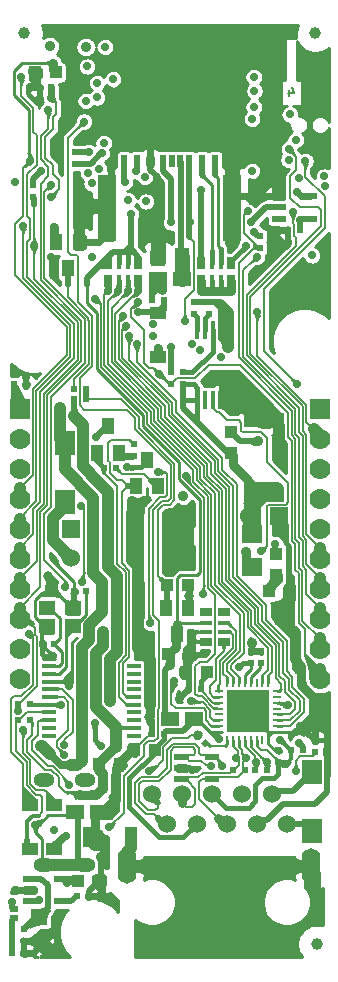
<source format=gbr>
G04 #@! TF.GenerationSoftware,KiCad,Pcbnew,5.1.6-c6e7f7d~87~ubuntu18.04.1*
G04 #@! TF.CreationDate,2022-06-10T14:43:55+03:00*
G04 #@! TF.ProjectId,ESP32-PoE_Rev_J,45535033-322d-4506-9f45-5f5265765f4a,J*
G04 #@! TF.SameCoordinates,Original*
G04 #@! TF.FileFunction,Copper,L4,Bot*
G04 #@! TF.FilePolarity,Positive*
%FSLAX46Y46*%
G04 Gerber Fmt 4.6, Leading zero omitted, Abs format (unit mm)*
G04 Created by KiCad (PCBNEW 5.1.6-c6e7f7d~87~ubuntu18.04.1) date 2022-06-10 14:43:55*
%MOMM*%
%LPD*%
G01*
G04 APERTURE LIST*
G04 #@! TA.AperFunction,NonConductor*
%ADD10C,0.190500*%
G04 #@! TD*
G04 #@! TA.AperFunction,SMDPad,CuDef*
%ADD11R,1.016000X1.016000*%
G04 #@! TD*
G04 #@! TA.AperFunction,SMDPad,CuDef*
%ADD12R,3.400001X1.200000*%
G04 #@! TD*
G04 #@! TA.AperFunction,SMDPad,CuDef*
%ADD13R,0.350000X1.500000*%
G04 #@! TD*
G04 #@! TA.AperFunction,ComponentPad*
%ADD14R,1.524000X1.524000*%
G04 #@! TD*
G04 #@! TA.AperFunction,ComponentPad*
%ADD15C,1.524000*%
G04 #@! TD*
G04 #@! TA.AperFunction,SMDPad,CuDef*
%ADD16R,1.524000X1.270000*%
G04 #@! TD*
G04 #@! TA.AperFunction,SMDPad,CuDef*
%ADD17R,1.400000X1.000000*%
G04 #@! TD*
G04 #@! TA.AperFunction,SMDPad,CuDef*
%ADD18R,1.200000X0.550000*%
G04 #@! TD*
G04 #@! TA.AperFunction,SMDPad,CuDef*
%ADD19R,0.500000X0.550000*%
G04 #@! TD*
G04 #@! TA.AperFunction,SMDPad,CuDef*
%ADD20R,1.000000X1.400000*%
G04 #@! TD*
G04 #@! TA.AperFunction,ComponentPad*
%ADD21O,1.600000X2.999999*%
G04 #@! TD*
G04 #@! TA.AperFunction,SMDPad,CuDef*
%ADD22R,3.600000X3.600000*%
G04 #@! TD*
G04 #@! TA.AperFunction,ComponentPad*
%ADD23R,0.400000X0.400000*%
G04 #@! TD*
G04 #@! TA.AperFunction,ComponentPad*
%ADD24R,1.422400X1.422400*%
G04 #@! TD*
G04 #@! TA.AperFunction,SMDPad,CuDef*
%ADD25R,0.250000X0.800000*%
G04 #@! TD*
G04 #@! TA.AperFunction,SMDPad,CuDef*
%ADD26R,0.800000X0.250000*%
G04 #@! TD*
G04 #@! TA.AperFunction,SMDPad,CuDef*
%ADD27R,1.270000X1.524000*%
G04 #@! TD*
G04 #@! TA.AperFunction,ConnectorPad*
%ADD28C,1.000000*%
G04 #@! TD*
G04 #@! TA.AperFunction,SMDPad,CuDef*
%ADD29R,0.550000X0.500000*%
G04 #@! TD*
G04 #@! TA.AperFunction,SMDPad,CuDef*
%ADD30C,0.100000*%
G04 #@! TD*
G04 #@! TA.AperFunction,ComponentPad*
%ADD31C,1.778000*%
G04 #@! TD*
G04 #@! TA.AperFunction,ComponentPad*
%ADD32R,1.778000X1.778000*%
G04 #@! TD*
G04 #@! TA.AperFunction,SMDPad,CuDef*
%ADD33R,1.270000X0.325000*%
G04 #@! TD*
G04 #@! TA.AperFunction,SMDPad,CuDef*
%ADD34R,1.700000X2.000000*%
G04 #@! TD*
G04 #@! TA.AperFunction,SMDPad,CuDef*
%ADD35R,1.016000X1.778000*%
G04 #@! TD*
G04 #@! TA.AperFunction,SMDPad,CuDef*
%ADD36R,0.500000X1.000000*%
G04 #@! TD*
G04 #@! TA.AperFunction,SMDPad,CuDef*
%ADD37R,1.500000X1.200000*%
G04 #@! TD*
G04 #@! TA.AperFunction,Conductor*
%ADD38R,1.500000X4.500000*%
G04 #@! TD*
G04 #@! TA.AperFunction,ComponentPad*
%ADD39O,1.800000X1.200000*%
G04 #@! TD*
G04 #@! TA.AperFunction,SMDPad,CuDef*
%ADD40R,1.016000X0.381000*%
G04 #@! TD*
G04 #@! TA.AperFunction,SMDPad,CuDef*
%ADD41R,1.016000X0.635000*%
G04 #@! TD*
G04 #@! TA.AperFunction,SMDPad,CuDef*
%ADD42R,0.381000X1.016000*%
G04 #@! TD*
G04 #@! TA.AperFunction,SMDPad,CuDef*
%ADD43R,0.635000X1.016000*%
G04 #@! TD*
G04 #@! TA.AperFunction,SMDPad,CuDef*
%ADD44R,1.400000X1.200000*%
G04 #@! TD*
G04 #@! TA.AperFunction,SMDPad,CuDef*
%ADD45R,0.762000X0.508000*%
G04 #@! TD*
G04 #@! TA.AperFunction,SMDPad,CuDef*
%ADD46R,1.778000X1.524000*%
G04 #@! TD*
G04 #@! TA.AperFunction,ComponentPad*
%ADD47C,1.800000*%
G04 #@! TD*
G04 #@! TA.AperFunction,ComponentPad*
%ADD48C,1.500000*%
G04 #@! TD*
G04 #@! TA.AperFunction,ViaPad*
%ADD49C,0.700000*%
G04 #@! TD*
G04 #@! TA.AperFunction,ComponentPad*
%ADD50R,1.400000X1.400000*%
G04 #@! TD*
G04 #@! TA.AperFunction,ComponentPad*
%ADD51C,1.400000*%
G04 #@! TD*
G04 #@! TA.AperFunction,ViaPad*
%ADD52C,0.900000*%
G04 #@! TD*
G04 #@! TA.AperFunction,ViaPad*
%ADD53C,0.800000*%
G04 #@! TD*
G04 #@! TA.AperFunction,Conductor*
%ADD54C,1.016000*%
G04 #@! TD*
G04 #@! TA.AperFunction,Conductor*
%ADD55C,0.635000*%
G04 #@! TD*
G04 #@! TA.AperFunction,Conductor*
%ADD56C,0.508000*%
G04 #@! TD*
G04 #@! TA.AperFunction,Conductor*
%ADD57C,0.304800*%
G04 #@! TD*
G04 #@! TA.AperFunction,Conductor*
%ADD58C,0.406400*%
G04 #@! TD*
G04 #@! TA.AperFunction,Conductor*
%ADD59C,0.762000*%
G04 #@! TD*
G04 #@! TA.AperFunction,Conductor*
%ADD60C,0.254000*%
G04 #@! TD*
G04 #@! TA.AperFunction,Conductor*
%ADD61C,0.152400*%
G04 #@! TD*
G04 #@! TA.AperFunction,Conductor*
%ADD62C,0.203200*%
G04 #@! TD*
G04 #@! TA.AperFunction,Conductor*
%ADD63C,0.863600*%
G04 #@! TD*
G04 #@! TA.AperFunction,Conductor*
%ADD64C,0.609600*%
G04 #@! TD*
G04 #@! TA.AperFunction,Conductor*
%ADD65C,1.270000*%
G04 #@! TD*
G04 #@! TA.AperFunction,Conductor*
%ADD66C,0.330200*%
G04 #@! TD*
G04 #@! TA.AperFunction,Conductor*
%ADD67C,1.524000*%
G04 #@! TD*
G04 #@! TA.AperFunction,Conductor*
%ADD68C,0.025400*%
G04 #@! TD*
G04 APERTURE END LIST*
D10*
X114281857Y-96229714D02*
X114281857Y-96737714D01*
X114463285Y-95939428D02*
X114644714Y-96483714D01*
X114173000Y-96483714D01*
D11*
X113157000Y-137287000D03*
X113157000Y-135509000D03*
D12*
X112141000Y-124205200D03*
X112141000Y-130505200D03*
D13*
X106467000Y-116557000D03*
X107117000Y-116557000D03*
X107767000Y-116557000D03*
X108417000Y-116557000D03*
X108417000Y-122457000D03*
X107767000Y-122457000D03*
X107117000Y-122457000D03*
X106467000Y-122457000D03*
D14*
X113391000Y-132334000D03*
D15*
X110891000Y-132334000D03*
D16*
X96139000Y-157353000D03*
X98171000Y-157353000D03*
D17*
X92329000Y-156723000D03*
X92329000Y-160523000D03*
D18*
X105126000Y-154559000D03*
X105126000Y-153609000D03*
X105126000Y-152659000D03*
X107726000Y-154559000D03*
X107726000Y-152659000D03*
D19*
X112395000Y-153797000D03*
X111379000Y-153797000D03*
D17*
X103124000Y-115067000D03*
X103124000Y-118867000D03*
D11*
X98171000Y-153289000D03*
X99949000Y-153289000D03*
D20*
X102237540Y-127548640D03*
X101282500Y-129758440D03*
X103184960Y-129758440D03*
X98933000Y-124714000D03*
X97977960Y-126923800D03*
X99880420Y-126923800D03*
X94554040Y-109128560D03*
X96456500Y-109128560D03*
X95501460Y-111338360D03*
D16*
X103124000Y-112268000D03*
X105156000Y-112268000D03*
D20*
X103825040Y-140116560D03*
X105727500Y-140116560D03*
X104772460Y-142326360D03*
D15*
X102616000Y-155806000D03*
X103886000Y-158346000D03*
X105156000Y-155806000D03*
X106426000Y-158346000D03*
X107696000Y-155806000D03*
X108966000Y-158346000D03*
X110236000Y-155806000D03*
X111506000Y-158346000D03*
X112776000Y-155806000D03*
X114046000Y-158346000D03*
D21*
X100531000Y-161946000D03*
X116131000Y-161946000D03*
D22*
X110744000Y-148844000D03*
D23*
X112044000Y-149344000D03*
X112044000Y-148344000D03*
X111244000Y-147544000D03*
X110244000Y-147544000D03*
X109444000Y-148344000D03*
X109444000Y-149344000D03*
X110244000Y-150144000D03*
X111244000Y-150144000D03*
D24*
X110744000Y-148844000D03*
D25*
X108994000Y-151294000D03*
X109494000Y-151294000D03*
X109994000Y-151294000D03*
X110494000Y-151294000D03*
X110994000Y-151294000D03*
X111494000Y-151294000D03*
X111994000Y-151294000D03*
X112494000Y-151294000D03*
D26*
X113194000Y-150594000D03*
X113194000Y-150094000D03*
X113194000Y-149594000D03*
X113194000Y-149094000D03*
X113194000Y-148594000D03*
X113194000Y-148094000D03*
X113194000Y-147594000D03*
X113194000Y-147094000D03*
D25*
X112494000Y-146394000D03*
X111994000Y-146394000D03*
X111494000Y-146394000D03*
X110994000Y-146394000D03*
X110494000Y-146394000D03*
X109994000Y-146394000D03*
X109494000Y-146394000D03*
X108994000Y-146394000D03*
D26*
X108294000Y-147094000D03*
X108294000Y-147594000D03*
X108294000Y-148094000D03*
X108294000Y-148594000D03*
X108294000Y-149094000D03*
X108294000Y-149594000D03*
X108294000Y-150094000D03*
X108294000Y-150594000D03*
D19*
X103632000Y-150749000D03*
X102616000Y-150749000D03*
D11*
X102870000Y-152146000D03*
X101092000Y-152146000D03*
D19*
X91821000Y-168275000D03*
X90805000Y-168275000D03*
X90805000Y-167259000D03*
X91821000Y-167259000D03*
D17*
X94361000Y-160523000D03*
X94361000Y-156723000D03*
D19*
X91821000Y-169291000D03*
X90805000Y-169291000D03*
X93091000Y-96012000D03*
X94107000Y-96012000D03*
X97282000Y-164465000D03*
X96266000Y-164465000D03*
D18*
X92299000Y-164907000D03*
X92299000Y-163957000D03*
X92299000Y-163007000D03*
X94899000Y-164907000D03*
X94899000Y-163007000D03*
D19*
X96012000Y-121539000D03*
X97028000Y-121539000D03*
D11*
X103886000Y-138176000D03*
X105664000Y-138176000D03*
D27*
X103124000Y-110363000D03*
X105156000Y-110363000D03*
D28*
X116586000Y-168529000D03*
X116459000Y-91440000D03*
X91821000Y-91440000D03*
D29*
X110998000Y-143764000D03*
X110998000Y-144780000D03*
D19*
X105791000Y-146939000D03*
X106807000Y-146939000D03*
D29*
X113284000Y-152146000D03*
X113284000Y-153162000D03*
X92583000Y-104267000D03*
X92583000Y-105283000D03*
X111760000Y-108585000D03*
X111760000Y-109601000D03*
X104267000Y-121158000D03*
X104267000Y-120142000D03*
G04 #@! TA.AperFunction,SMDPad,CuDef*
D30*
G36*
X106840811Y-150774902D02*
G01*
X106451902Y-151163811D01*
X106098349Y-150810258D01*
X106487258Y-150421349D01*
X106840811Y-150774902D01*
G37*
G04 #@! TD.AperFunction*
G04 #@! TA.AperFunction,SMDPad,CuDef*
G36*
X106816769Y-151528678D02*
G01*
X107205678Y-151139769D01*
X107559231Y-151493322D01*
X107170322Y-151882231D01*
X106816769Y-151528678D01*
G37*
G04 #@! TD.AperFunction*
D29*
X116459000Y-151257000D03*
X116459000Y-152273000D03*
D19*
X115443000Y-152146000D03*
X114427000Y-152146000D03*
X97028000Y-122428000D03*
X96012000Y-122428000D03*
X91948000Y-121158000D03*
X90932000Y-121158000D03*
X91313000Y-148209000D03*
X92329000Y-148209000D03*
X91313000Y-149606000D03*
X92329000Y-149606000D03*
D31*
X116840000Y-130840000D03*
X116840000Y-128300000D03*
X116840000Y-125760000D03*
D32*
X116840000Y-123220000D03*
D31*
X116840000Y-133380000D03*
X116840000Y-135920000D03*
X116840000Y-141000000D03*
X116840000Y-138460000D03*
X116840000Y-143540000D03*
X116840000Y-146080000D03*
X91440000Y-130840000D03*
X91440000Y-128300000D03*
X91440000Y-125760000D03*
D32*
X91440000Y-123220000D03*
D31*
X91440000Y-133380000D03*
X91440000Y-135920000D03*
X91440000Y-141000000D03*
X91440000Y-138460000D03*
X91440000Y-143540000D03*
X91440000Y-146080000D03*
D11*
X98171000Y-163195000D03*
X96393000Y-163195000D03*
D33*
X93916500Y-150880000D03*
X93916500Y-150230000D03*
X93916500Y-149580000D03*
X93916500Y-148930000D03*
X93916500Y-148280000D03*
X93916500Y-147630000D03*
X93916500Y-146980000D03*
X93916500Y-146330000D03*
X93916500Y-145680000D03*
X93916500Y-145030000D03*
X101155500Y-145030000D03*
X101155500Y-145680000D03*
X101155500Y-146330000D03*
X101155500Y-146980000D03*
X101155500Y-147630000D03*
X101155500Y-148280000D03*
X101155500Y-148930000D03*
X101155500Y-149580000D03*
X101155500Y-150230000D03*
X101155500Y-150880000D03*
D34*
X95250000Y-126151000D03*
X95250000Y-131151000D03*
D35*
X100838000Y-159512000D03*
X97282000Y-159512000D03*
D36*
X100290000Y-102237000D03*
X101390000Y-102237000D03*
X102490000Y-102237000D03*
X103590000Y-102237000D03*
X104340000Y-102237000D03*
X105040000Y-102237000D03*
X105790000Y-102237000D03*
X106890000Y-102237000D03*
X107990000Y-102237000D03*
D37*
X109440000Y-103987000D03*
X98840000Y-103987000D03*
X109440000Y-108437000D03*
X98840000Y-108437000D03*
D38*
X98840000Y-106037000D03*
X109440000Y-106037000D03*
D11*
X105537000Y-145542000D03*
X107315000Y-145542000D03*
X105791000Y-144018000D03*
X104013000Y-144018000D03*
D39*
X93476000Y-154642000D03*
X96946000Y-154642000D03*
X96946000Y-161842000D03*
X93476000Y-161842000D03*
D40*
X107188000Y-141351000D03*
X107188000Y-142113000D03*
X108712000Y-141351000D03*
X108712000Y-142113000D03*
D41*
X107188000Y-140462000D03*
X108712000Y-140462000D03*
X107188000Y-143002000D03*
X108712000Y-143002000D03*
D42*
X100584000Y-110871000D03*
X99822000Y-110871000D03*
X100584000Y-112395000D03*
X99822000Y-112395000D03*
D43*
X101473000Y-110871000D03*
X101473000Y-112395000D03*
X98933000Y-110871000D03*
X98933000Y-112395000D03*
D16*
X104140000Y-149479000D03*
X106172000Y-149479000D03*
D19*
X93345000Y-143129000D03*
X94361000Y-143129000D03*
X103632000Y-114046000D03*
X102616000Y-114046000D03*
X99568000Y-128270000D03*
X98552000Y-128270000D03*
D29*
X101092000Y-126238000D03*
X101092000Y-127254000D03*
D42*
X108458000Y-110871000D03*
X107696000Y-110871000D03*
X108458000Y-112395000D03*
X107696000Y-112395000D03*
D43*
X109347000Y-110871000D03*
X109347000Y-112395000D03*
X106807000Y-110871000D03*
X106807000Y-112395000D03*
D19*
X96012000Y-138684000D03*
X97028000Y-138684000D03*
D44*
X95969000Y-140043000D03*
X93769000Y-141643000D03*
X93769000Y-140043000D03*
X95969000Y-141643000D03*
D45*
X90932000Y-166370000D03*
X90932000Y-165608000D03*
D11*
X92710000Y-94742000D03*
X94488000Y-94742000D03*
D19*
X110490000Y-153797000D03*
X109474000Y-153797000D03*
D34*
X116205000Y-153964000D03*
X116205000Y-158964000D03*
D29*
X105283000Y-120142000D03*
X105283000Y-121158000D03*
X106172000Y-114173000D03*
X106172000Y-115189000D03*
X107442000Y-114173000D03*
X107442000Y-115189000D03*
D46*
X111125000Y-136652000D03*
X111125000Y-133858000D03*
D47*
X105029000Y-133985000D03*
D15*
X95758000Y-135870000D03*
D14*
X95758000Y-133370000D03*
D11*
X109347000Y-127000000D03*
X109347000Y-125222000D03*
D29*
X111887000Y-144780000D03*
X111887000Y-143764000D03*
D11*
X114300000Y-138684000D03*
X112522000Y-138684000D03*
D48*
X102640000Y-99108000D03*
D49*
X101940000Y-97708000D03*
X103340000Y-97708000D03*
X104040000Y-98408000D03*
X104040000Y-99808000D03*
X103340000Y-100508000D03*
X101940000Y-100508000D03*
X101240000Y-99808000D03*
X101240000Y-98408000D03*
D19*
X114173000Y-108077000D03*
X115189000Y-108077000D03*
D29*
X96139000Y-101473000D03*
X96139000Y-102489000D03*
D18*
X115980999Y-105222000D03*
X115980999Y-107122000D03*
X113380999Y-105222000D03*
X113380999Y-106172000D03*
X113380999Y-107122000D03*
D50*
X93070680Y-166230300D03*
D51*
X93073220Y-168259760D03*
D52*
X93218000Y-151765000D03*
X98425000Y-139827000D03*
D49*
X95463542Y-163408542D03*
D52*
X94869000Y-123189992D03*
X98330590Y-161163000D03*
D49*
X94234000Y-144145000D03*
X95631000Y-146685000D03*
D52*
X102489000Y-145542000D03*
D49*
X115189000Y-150114000D03*
X106045000Y-153797000D03*
D53*
X102362000Y-149352000D03*
D52*
X98330590Y-160210498D03*
D49*
X104902000Y-147828000D03*
D52*
X100965000Y-131064000D03*
D49*
X102362000Y-153847800D03*
D53*
X93853000Y-137414000D03*
D52*
X113411000Y-141224000D03*
X113411000Y-140208000D03*
X99568000Y-154305000D03*
X101981000Y-131064000D03*
X111084360Y-143040100D03*
X105283000Y-130606800D03*
D49*
X91059000Y-163957000D03*
X91948000Y-120523000D03*
X92329000Y-96012000D03*
X94107000Y-110363000D03*
D52*
X97028000Y-91313000D03*
X99695000Y-91313000D03*
X102235000Y-91313000D03*
X104775000Y-91313000D03*
X107315000Y-91313000D03*
X109220000Y-91313000D03*
X111125000Y-91313000D03*
X93980000Y-91313000D03*
X114300000Y-91313000D03*
D49*
X115951000Y-93726000D03*
D52*
X110490000Y-123190000D03*
X110490000Y-122174000D03*
X110490000Y-121158000D03*
D49*
X114173000Y-109093000D03*
X109489760Y-103067610D03*
X99172293Y-103011707D03*
D52*
X113411000Y-125349000D03*
X113411000Y-126365000D03*
X113411000Y-127381000D03*
X116840000Y-113792000D03*
X114935000Y-111887000D03*
X102235000Y-95885000D03*
X104775000Y-95885000D03*
X107315000Y-95885000D03*
X107315000Y-98425000D03*
X106045000Y-97155000D03*
X106045000Y-99695000D03*
X108585000Y-99695000D03*
X108585000Y-97155000D03*
X103505000Y-95885000D03*
X106045000Y-95885000D03*
X106045000Y-98425000D03*
X107315000Y-97155000D03*
X108585000Y-98425000D03*
X107315000Y-99695000D03*
X100965000Y-95885000D03*
D49*
X94361000Y-158877000D03*
D52*
X99674680Y-143771620D03*
X98092260Y-129433320D03*
D53*
X105791000Y-139065000D03*
D52*
X99060000Y-147980400D03*
D49*
X106807000Y-113284000D03*
X104267000Y-117983000D03*
D52*
X96012006Y-123825000D03*
X97028000Y-92583000D03*
D49*
X91059000Y-104013000D03*
X117228536Y-103542041D03*
X103505000Y-113194619D03*
D52*
X93980000Y-92539390D03*
D49*
X113969800Y-153314400D03*
X108356400Y-151155400D03*
X113510000Y-151250000D03*
X92329000Y-102235000D03*
X94246224Y-93923610D03*
X111308390Y-108250281D03*
X104267008Y-107442008D03*
D52*
X96520000Y-155956000D03*
X97536000Y-155956000D03*
X98501200Y-142123160D03*
D49*
X100375725Y-104018581D03*
X106807000Y-104718610D03*
X93218000Y-103124000D03*
X101325491Y-103111471D03*
X95278919Y-138270969D03*
X94107000Y-104267000D03*
X115062000Y-103693989D03*
D52*
X109093000Y-117983000D03*
X109093000Y-116967000D03*
X109093000Y-115951000D03*
X111633000Y-125984004D03*
D49*
X97282000Y-101473000D03*
X102743000Y-116078000D03*
X98552001Y-100711001D03*
X114229390Y-101232739D03*
X94107000Y-105283000D03*
X117276388Y-104393109D03*
X94107000Y-96900992D03*
D52*
X102108000Y-168783000D03*
X105283000Y-168783000D03*
X108204000Y-168783000D03*
X110998000Y-168783000D03*
X112522000Y-167132000D03*
X104013000Y-167132000D03*
X106934000Y-167132000D03*
X109601000Y-167132000D03*
X105918000Y-164846000D03*
X110871000Y-164846000D03*
X108204000Y-164846000D03*
X103632000Y-161946000D03*
X113030000Y-161946000D03*
D49*
X114173000Y-148336000D03*
X103124000Y-118110000D03*
X96730025Y-137874369D03*
X96647000Y-131445000D03*
X100558600Y-128168400D03*
X98298000Y-151765000D03*
X97795080Y-149816820D03*
X95231599Y-151654399D03*
X95231596Y-152512566D03*
D52*
X104140000Y-144907000D03*
D49*
X110007400Y-145084800D03*
X100838000Y-106721261D03*
X115189000Y-107193590D03*
X91716480Y-107718480D03*
X110998000Y-107442000D03*
X99016820Y-158666180D03*
X90805000Y-164973000D03*
X116205000Y-110236000D03*
X96872729Y-98904726D03*
X114808000Y-100457000D03*
X105918000Y-147955000D03*
X114808000Y-153924000D03*
X104521000Y-146304000D03*
X115089940Y-151483060D03*
X92760768Y-158419800D03*
X93091010Y-164846000D03*
X94932500Y-148272500D03*
X95613220Y-155110180D03*
X95377000Y-159385000D03*
X97028000Y-97155000D03*
X115626390Y-102235023D03*
X114935000Y-121158000D03*
X114300004Y-98298000D03*
X110605194Y-109462194D03*
X92633811Y-109397811D03*
X106712472Y-118262116D03*
X101427766Y-115061992D03*
X99360469Y-95320610D03*
X111551232Y-115058875D03*
X91310373Y-148796940D03*
X91742260Y-150373080D03*
X111318515Y-96326486D03*
X93853000Y-97917000D03*
X92188792Y-142297910D03*
X91567000Y-95123000D03*
X111252000Y-95123000D03*
X102489000Y-141351000D03*
X103136700Y-128554480D03*
X102108000Y-105664000D03*
X106934000Y-138938000D03*
X105537000Y-128905000D03*
X108458000Y-118872000D03*
X111125000Y-103067610D03*
X111506000Y-110363000D03*
X105410000Y-115824000D03*
X105843312Y-107442000D03*
X102743000Y-117094000D03*
X98406769Y-101582391D03*
X114201140Y-102136140D03*
X114554000Y-106553000D03*
X106038211Y-117740599D03*
X110728378Y-106506353D03*
X103251000Y-120269000D03*
X97530421Y-110332164D03*
X101427768Y-114209587D03*
X100613227Y-105564049D03*
X100619449Y-113284765D03*
X98165981Y-102884588D03*
X99767142Y-113271362D03*
X102023301Y-103601028D03*
X101471819Y-113276301D03*
X97534392Y-104140000D03*
X98914875Y-113255645D03*
X94361000Y-107823000D03*
X101346000Y-117729000D03*
X97155000Y-94234000D03*
X100711000Y-117094000D03*
X97998768Y-96858821D03*
X111125000Y-98679000D03*
X100457000Y-116205000D03*
X98005772Y-95612949D03*
X111252004Y-97663000D03*
X100187444Y-115396331D03*
X98679000Y-92583000D03*
X97228945Y-103256533D03*
X97825360Y-113883640D03*
X114942110Y-104902000D03*
X107642660Y-153441400D03*
X111429800Y-153085800D03*
X108595160Y-153469340D03*
X112395000Y-153162000D03*
X109728000Y-152781000D03*
X110617000Y-152781000D03*
X113080800Y-134645400D03*
X105029000Y-136271000D03*
X106045000Y-136271000D03*
X104013000Y-136271000D03*
D52*
X110617000Y-135382000D03*
D49*
X105918000Y-131953000D03*
X105029000Y-131953000D03*
X104140000Y-131953000D03*
X111887000Y-135255000D03*
X97917000Y-125603000D03*
D54*
X93319600Y-151765000D02*
X93980000Y-152425400D01*
X93218000Y-151765000D02*
X93319600Y-151765000D01*
D55*
X93980000Y-152450800D02*
X93980000Y-152425400D01*
X95758000Y-153416000D02*
X94945200Y-153416000D01*
X94945200Y-153416000D02*
X93980000Y-152450800D01*
D54*
X95250000Y-128356360D02*
X97663000Y-130769360D01*
X98425000Y-137922000D02*
X98425000Y-139827000D01*
X97663000Y-130769360D02*
X97663000Y-137160000D01*
X97663000Y-137160000D02*
X98425000Y-137922000D01*
X95250000Y-126151000D02*
X95250000Y-128356360D01*
X96266000Y-153416000D02*
X95758000Y-153416000D01*
X96685122Y-143421078D02*
X96685122Y-152996878D01*
X98425000Y-139827000D02*
X98425000Y-140462000D01*
X98425000Y-140462000D02*
X97330260Y-141556740D01*
X97330260Y-141556740D02*
X97330260Y-142775940D01*
X96685122Y-152996878D02*
X96266000Y-153416000D01*
X97330260Y-142775940D02*
X96685122Y-143421078D01*
D56*
X94899000Y-163007000D02*
X96205000Y-163007000D01*
X96205000Y-163007000D02*
X96393000Y-163195000D01*
X95062000Y-163007000D02*
X95463542Y-163408542D01*
X94899000Y-163007000D02*
X95062000Y-163007000D01*
X95550084Y-163322000D02*
X95463542Y-163408542D01*
X95123000Y-163068000D02*
X95463542Y-163408542D01*
X96266000Y-163322000D02*
X95550084Y-163322000D01*
X91440000Y-123220000D02*
X90932000Y-122712000D01*
X90932000Y-122712000D02*
X90932000Y-121158000D01*
D54*
X94843590Y-123215402D02*
X94869000Y-123189992D01*
X94843590Y-125744590D02*
X94843590Y-123215402D01*
X95250000Y-126151000D02*
X94843590Y-125744590D01*
D57*
X93345000Y-143256000D02*
X94234000Y-144145000D01*
X93345000Y-143129000D02*
X93345000Y-143256000D01*
D58*
X93345000Y-144018000D02*
X93472000Y-144145000D01*
X93345000Y-143129000D02*
X93345000Y-144018000D01*
D59*
X98386900Y-160266808D02*
X98350299Y-160230207D01*
D57*
X96075500Y-140081000D02*
X95758000Y-139763500D01*
D60*
X95969000Y-140043000D02*
X96096000Y-139916000D01*
D57*
X93345000Y-143129000D02*
X93345000Y-142067000D01*
X93345000Y-142067000D02*
X93769000Y-141643000D01*
X95631000Y-146685000D02*
X95276000Y-146330000D01*
X95276000Y-146330000D02*
X93916500Y-146330000D01*
D56*
X96012000Y-140081000D02*
X96012000Y-138684000D01*
D60*
X113194000Y-150594000D02*
X112494000Y-150594000D01*
X112804000Y-150594000D02*
X113194000Y-150594000D01*
X112494000Y-150904000D02*
X112804000Y-150594000D01*
X112494000Y-151294000D02*
X112494000Y-150904000D01*
X112494000Y-150594000D02*
X110744000Y-148844000D01*
X112494000Y-151294000D02*
X112494000Y-150594000D01*
X114335500Y-150594000D02*
X113194000Y-150594000D01*
X115669000Y-150594000D02*
X114335500Y-150594000D01*
D54*
X102489000Y-145542000D02*
X102489000Y-148336000D01*
D56*
X105857000Y-153609000D02*
X106045000Y-153797000D01*
X105126000Y-153609000D02*
X105857000Y-153609000D01*
D59*
X102362000Y-149352000D02*
X102489000Y-149225000D01*
X102489000Y-149225000D02*
X102489000Y-148336000D01*
D56*
X102362000Y-149352000D02*
X102616000Y-149606000D01*
X102616000Y-149606000D02*
X102616000Y-150749000D01*
X98350299Y-160230207D02*
X98330590Y-160210498D01*
D60*
X115951000Y-150876000D02*
X115669000Y-150594000D01*
D56*
X115189000Y-150114000D02*
X115951000Y-150876000D01*
X116459000Y-151257000D02*
X115951000Y-150876000D01*
X104902000Y-147828000D02*
X105791000Y-146939000D01*
X105537000Y-145669000D02*
X105537000Y-145542000D01*
X105791000Y-145923000D02*
X105537000Y-145669000D01*
X105791000Y-146939000D02*
X105791000Y-145923000D01*
D54*
X101473000Y-143510000D02*
X102489000Y-144526000D01*
X101473000Y-136525000D02*
X101473000Y-143510000D01*
X100965000Y-136017000D02*
X101473000Y-136525000D01*
X102489000Y-144526000D02*
X102489000Y-145542000D01*
X100965000Y-132080000D02*
X100965000Y-136017000D01*
D59*
X100965000Y-132080000D02*
X100965000Y-131064000D01*
D56*
X110998000Y-143764000D02*
X111379000Y-143764000D01*
X111379000Y-143764000D02*
X111887000Y-143764000D01*
D60*
X95631000Y-146685000D02*
X95885000Y-146431000D01*
X95885000Y-146431000D02*
X95885000Y-143002000D01*
X95885000Y-143002000D02*
X96266000Y-142621000D01*
X96012000Y-137922000D02*
X93980000Y-135890000D01*
X96012000Y-138684000D02*
X96012000Y-137922000D01*
D61*
X103606600Y-152933400D02*
X102692200Y-153847800D01*
X103606600Y-151853900D02*
X103606600Y-152933400D01*
X104330500Y-151130000D02*
X103606600Y-151853900D01*
X106469580Y-150792580D02*
X106386160Y-150876000D01*
X105664000Y-151130000D02*
X104330500Y-151130000D01*
X102692200Y-153847800D02*
X102362000Y-153847800D01*
X106386160Y-150876000D02*
X105918000Y-150876000D01*
X105918000Y-150876000D02*
X105664000Y-151130000D01*
D60*
X113080800Y-152146000D02*
X113411000Y-152146000D01*
X112494000Y-151559200D02*
X113080800Y-152146000D01*
X112494000Y-151294000D02*
X112494000Y-151559200D01*
D62*
X101092000Y-152146000D02*
X101092000Y-152115520D01*
X102453440Y-150911560D02*
X102295960Y-150911560D01*
X102616000Y-150749000D02*
X102453440Y-150911560D01*
X101092000Y-152115520D02*
X102295960Y-150911560D01*
D59*
X99568000Y-153670000D02*
X99568000Y-154305000D01*
X99949000Y-153289000D02*
X99568000Y-153670000D01*
X100965000Y-152146000D02*
X101092000Y-152146000D01*
X99949000Y-153162000D02*
X100965000Y-152146000D01*
X99949000Y-153289000D02*
X99949000Y-153162000D01*
X97282000Y-159512000D02*
X97282000Y-159766000D01*
X97726498Y-160210498D02*
X98330590Y-160210498D01*
X97282000Y-159766000D02*
X97726498Y-160210498D01*
D63*
X99568000Y-156337000D02*
X99568000Y-154305000D01*
X98552000Y-157353000D02*
X99568000Y-156337000D01*
D59*
X98171000Y-157353000D02*
X98552000Y-157353000D01*
D56*
X105537000Y-145542000D02*
X105537000Y-144272000D01*
X105537000Y-144272000D02*
X105791000Y-144018000D01*
D64*
X106045000Y-143764000D02*
X105854500Y-143954500D01*
D60*
X106426000Y-142113000D02*
X106045000Y-142494000D01*
X107188000Y-142113000D02*
X106426000Y-142113000D01*
D57*
X107188000Y-143002000D02*
X106045000Y-143002000D01*
D64*
X106045000Y-143002000D02*
X106045000Y-143764000D01*
X106045000Y-142494000D02*
X106045000Y-143002000D01*
D60*
X93510000Y-141643000D02*
X93769000Y-141643000D01*
X92710000Y-140843000D02*
X93510000Y-141643000D01*
X92710000Y-139395200D02*
X92710000Y-140843000D01*
X95969000Y-140043000D02*
X95847000Y-140043000D01*
X95847000Y-140043000D02*
X94615000Y-138811000D01*
X93294200Y-138811000D02*
X92710000Y-139395200D01*
D57*
X93853000Y-137414000D02*
X93853000Y-138811000D01*
D60*
X93853000Y-138811000D02*
X93294200Y-138811000D01*
X94615000Y-138811000D02*
X93853000Y-138811000D01*
D56*
X117475000Y-155702000D02*
X117475000Y-148463000D01*
X111506000Y-158346000D02*
X111787800Y-158064200D01*
X117475000Y-148463000D02*
X116713000Y-147701000D01*
X116459000Y-156718000D02*
X117475000Y-155702000D01*
X111787800Y-158064200D02*
X112420400Y-158064200D01*
X112420400Y-158064200D02*
X113766600Y-156718000D01*
X113766600Y-156718000D02*
X116459000Y-156718000D01*
D59*
X97790000Y-157734000D02*
X98171000Y-157353000D01*
X97790000Y-159004000D02*
X97790000Y-157734000D01*
X97282000Y-159512000D02*
X97790000Y-159004000D01*
D54*
X112141000Y-124205200D02*
X111378200Y-124205200D01*
D56*
X113919000Y-132842000D02*
X113411000Y-132334000D01*
X113411000Y-132334000D02*
X113391000Y-132334000D01*
X111252000Y-143764000D02*
X111379000Y-143764000D01*
X111084360Y-143596360D02*
X111252000Y-143764000D01*
X111084360Y-143040100D02*
X111084360Y-143596360D01*
D60*
X114046000Y-132969000D02*
X113919000Y-132842000D01*
D64*
X113391000Y-132949000D02*
X113792000Y-133350000D01*
X113391000Y-132334000D02*
X113391000Y-132949000D01*
D60*
X114046000Y-133985000D02*
X114046000Y-132969000D01*
X114046000Y-133858000D02*
X113665000Y-133477000D01*
X114046000Y-133985000D02*
X114046000Y-133858000D01*
D56*
X91821000Y-168275000D02*
X91821000Y-169291000D01*
X91821000Y-168275000D02*
X93091000Y-168275000D01*
X97282000Y-164465000D02*
X97282000Y-164084000D01*
X97282000Y-164084000D02*
X98171000Y-163195000D01*
X98330590Y-163035410D02*
X98330590Y-161163000D01*
X98171000Y-163195000D02*
X98330590Y-163035410D01*
X92299000Y-163957000D02*
X91059000Y-163957000D01*
X91948000Y-121158000D02*
X91948000Y-120523000D01*
D64*
X93091000Y-96012000D02*
X92329000Y-96012000D01*
X92710000Y-94742000D02*
X92710000Y-95631000D01*
X92710000Y-95631000D02*
X93091000Y-96012000D01*
X92710000Y-95631000D02*
X92329000Y-96012000D01*
X98840000Y-106037000D02*
X98840000Y-108424000D01*
X98840000Y-108424000D02*
X98806000Y-108458000D01*
X96456500Y-109128560D02*
X96492060Y-109093000D01*
X98184000Y-109093000D02*
X98840000Y-108437000D01*
X96492060Y-109093000D02*
X98184000Y-109093000D01*
X101940000Y-100508000D02*
X102489000Y-101057000D01*
X102490000Y-101058000D02*
X102489000Y-101057000D01*
X102490000Y-102237000D02*
X102490000Y-101058000D01*
X109474000Y-105664000D02*
X109474000Y-106045000D01*
X113380999Y-105222000D02*
X109916000Y-105222000D01*
X109916000Y-105222000D02*
X109474000Y-105664000D01*
D56*
X109440000Y-106037000D02*
X109440000Y-108424000D01*
X109440000Y-108424000D02*
X109474000Y-108458000D01*
D54*
X112141000Y-124205200D02*
X110490000Y-122554200D01*
X110490000Y-122554200D02*
X110490000Y-122174000D01*
X110490000Y-123190000D02*
X111379000Y-124079000D01*
X110490000Y-122174000D02*
X112395000Y-124079000D01*
X110490000Y-123190000D02*
X109220000Y-123190000D01*
X108839000Y-122809000D02*
X108839000Y-122174000D01*
X109220000Y-123190000D02*
X108839000Y-122809000D01*
X110490000Y-122174000D02*
X109728000Y-122174000D01*
X109728000Y-122174000D02*
X108839000Y-122174000D01*
D60*
X108417000Y-122457000D02*
X108417000Y-121834000D01*
X110150000Y-121834000D02*
X110490000Y-122174000D01*
D54*
X110490000Y-121158000D02*
X110490000Y-122174000D01*
X109474000Y-121158000D02*
X108798000Y-121834000D01*
D60*
X108417000Y-121834000D02*
X108798000Y-121834000D01*
D54*
X110490000Y-121158000D02*
X109474000Y-121158000D01*
D60*
X108798000Y-121834000D02*
X110150000Y-121834000D01*
D54*
X110490000Y-121158000D02*
X113157000Y-123825000D01*
X109728000Y-121158000D02*
X109728000Y-122174000D01*
X110490000Y-123190000D02*
X109728000Y-122428000D01*
X109728000Y-122428000D02*
X109728000Y-121158000D01*
D56*
X114173000Y-108077000D02*
X114173000Y-109093000D01*
D64*
X109440000Y-103117370D02*
X109489760Y-103067610D01*
X109440000Y-106037000D02*
X109440000Y-103117370D01*
X99172293Y-105704707D02*
X99172293Y-103506681D01*
X99172293Y-103506681D02*
X99172293Y-103011707D01*
X98840000Y-106037000D02*
X99172293Y-105704707D01*
D54*
X114300000Y-139319000D02*
X113411000Y-140208000D01*
X114300000Y-138684000D02*
X114300000Y-139319000D01*
D59*
X113411000Y-140208000D02*
X113411000Y-141224000D01*
X114681000Y-142494000D02*
X113411000Y-141224000D01*
X114681000Y-144424400D02*
X114681000Y-142494000D01*
X115265222Y-145008622D02*
X114681000Y-144424400D01*
X115265222Y-146621522D02*
X115265222Y-145008622D01*
X116713000Y-147701000D02*
X116344700Y-147701000D01*
X116344700Y-147701000D02*
X115265222Y-146621522D01*
D54*
X112141000Y-124205200D02*
X112902200Y-124205200D01*
X113411000Y-124714000D02*
X113411000Y-125349000D01*
X112902200Y-124205200D02*
X113411000Y-124714000D01*
X113411000Y-125349000D02*
X113411000Y-126365000D01*
X113411000Y-126365000D02*
X113411000Y-127381000D01*
D60*
X114300000Y-134874000D02*
X114300000Y-138811000D01*
X114046000Y-133985000D02*
X114046000Y-134620000D01*
X114046000Y-134620000D02*
X114300000Y-134874000D01*
D56*
X102490000Y-102998000D02*
X102490000Y-102237000D01*
X103124000Y-110363000D02*
X103124000Y-103632000D01*
X103124000Y-103632000D02*
X102490000Y-102998000D01*
X93070680Y-166230300D02*
X92849700Y-166230300D01*
X92849700Y-166230300D02*
X91821000Y-167259000D01*
X93284000Y-163007000D02*
X92299000Y-163007000D01*
X93853000Y-163576000D02*
X93284000Y-163007000D01*
X93853000Y-165481000D02*
X93853000Y-163576000D01*
X93070680Y-166230300D02*
X93103700Y-166230300D01*
X93103700Y-166230300D02*
X93853000Y-165481000D01*
D54*
X98171000Y-129540000D02*
X98933000Y-130302000D01*
X98933000Y-130302000D02*
X98933000Y-136626600D01*
X98092260Y-129433320D02*
X98171000Y-129512060D01*
X98171000Y-129512060D02*
X98171000Y-129540000D01*
X99674680Y-137368280D02*
X99674680Y-143771620D01*
X98933000Y-136626600D02*
X99674680Y-137368280D01*
D64*
X105791000Y-138303000D02*
X105791000Y-139065000D01*
X105664000Y-138176000D02*
X105791000Y-138303000D01*
X105791000Y-140053060D02*
X105791000Y-139065000D01*
X105727500Y-140116560D02*
X105791000Y-140053060D01*
D54*
X99060000Y-144386300D02*
X99674680Y-143771620D01*
X99060000Y-147980400D02*
X99060000Y-144386300D01*
D59*
X106807000Y-112395000D02*
X106807000Y-113284000D01*
X109347000Y-112395000D02*
X109347000Y-113284000D01*
D58*
X108458000Y-112395000D02*
X108458000Y-113284000D01*
D59*
X108458000Y-113284000D02*
X109347000Y-113284000D01*
D58*
X107696000Y-113157000D02*
X107569000Y-113284000D01*
X107696000Y-112395000D02*
X107696000Y-113157000D01*
D59*
X106807000Y-113284000D02*
X107569000Y-113284000D01*
X107569000Y-113284000D02*
X108458000Y-113284000D01*
D56*
X104267000Y-120142000D02*
X104267000Y-117983000D01*
D54*
X96760401Y-124573395D02*
X96012006Y-123825000D01*
D56*
X96012000Y-123824994D02*
X96012006Y-123825000D01*
D54*
X96760401Y-128101461D02*
X96760401Y-124573395D01*
D56*
X96012000Y-122428000D02*
X96012000Y-123824994D01*
D54*
X98092260Y-129433320D02*
X96760401Y-128101461D01*
D59*
X102997000Y-112686619D02*
X103505000Y-113194619D01*
X102997000Y-112268000D02*
X102997000Y-112686619D01*
D56*
X102684381Y-113194619D02*
X103505000Y-113194619D01*
X102616000Y-113263000D02*
X102684381Y-113194619D01*
X102616000Y-113263000D02*
X102616000Y-112649000D01*
X102616000Y-112649000D02*
X102997000Y-112268000D01*
X103505000Y-113194619D02*
X102959381Y-113194619D01*
X102616000Y-114046000D02*
X102616000Y-113538000D01*
X102959381Y-113194619D02*
X102616000Y-113538000D01*
X102616000Y-113538000D02*
X102616000Y-113263000D01*
D59*
X103505000Y-113194619D02*
X103505000Y-112649000D01*
X103505000Y-112649000D02*
X103124000Y-112268000D01*
D56*
X107696000Y-155806000D02*
X107696000Y-155702000D01*
D60*
X106299000Y-149479000D02*
X106172000Y-149479000D01*
D56*
X106172000Y-149479000D02*
X106045000Y-149479000D01*
D58*
X106045000Y-149479000D02*
X106045000Y-149542500D01*
D60*
X107541000Y-150594000D02*
X106426000Y-149479000D01*
X106426000Y-149479000D02*
X106172000Y-149479000D01*
D56*
X106045000Y-149764750D02*
X106045000Y-149542500D01*
X105289350Y-150520400D02*
X106045000Y-149764750D01*
X103860600Y-150520400D02*
X105289350Y-150520400D01*
X103632000Y-150749000D02*
X103860600Y-150520400D01*
D60*
X108294000Y-150594000D02*
X107541000Y-150594000D01*
X108294000Y-150594000D02*
X108557000Y-150594000D01*
X108294000Y-150594000D02*
X108105000Y-150594000D01*
X108105000Y-150594000D02*
X107950000Y-150749000D01*
X108102400Y-151155400D02*
X107950000Y-151003000D01*
X107950000Y-150749000D02*
X107950000Y-151003000D01*
X107950000Y-151003000D02*
X107541000Y-150594000D01*
X108356400Y-151155400D02*
X108102400Y-151155400D01*
D58*
X102997000Y-151843740D02*
X102997000Y-152146000D01*
X103632000Y-151208740D02*
X102997000Y-151843740D01*
X103632000Y-150749000D02*
X103632000Y-151208740D01*
D60*
X113284000Y-153035000D02*
X113030000Y-152781000D01*
X113284000Y-153162000D02*
X113284000Y-153035000D01*
D58*
X100711000Y-154487880D02*
X102870000Y-152328880D01*
X106426000Y-158346000D02*
X105260000Y-159512000D01*
X105260000Y-159512000D02*
X103251000Y-159512000D01*
X102870000Y-152328880D02*
X102870000Y-152146000D01*
X103251000Y-159512000D02*
X100711000Y-156972000D01*
X100711000Y-156972000D02*
X100711000Y-154487880D01*
X113817400Y-153162000D02*
X113969800Y-153314400D01*
X113284000Y-153162000D02*
X113817400Y-153162000D01*
D60*
X108204000Y-151003000D02*
X108356400Y-151155400D01*
X108204000Y-150684000D02*
X108204000Y-151003000D01*
X108294000Y-150594000D02*
X108204000Y-150684000D01*
D58*
X111404400Y-155041600D02*
X111404400Y-156438600D01*
X113284000Y-153162000D02*
X113284000Y-154178000D01*
X113284000Y-154178000D02*
X112979200Y-154482800D01*
X110820200Y-157022800D02*
X108912800Y-157022800D01*
X111404400Y-156438600D02*
X110820200Y-157022800D01*
X111963200Y-154482800D02*
X111404400Y-155041600D01*
X108912800Y-157022800D02*
X107696000Y-155806000D01*
X112979200Y-154482800D02*
X111963200Y-154482800D01*
D60*
X111494000Y-151294000D02*
X111494000Y-151753000D01*
D61*
X112395000Y-152146000D02*
X113030000Y-152781000D01*
X111887000Y-152146000D02*
X112395000Y-152146000D01*
X111494000Y-151753000D02*
X111887000Y-152146000D01*
D57*
X114406000Y-152146000D02*
X113510000Y-151250000D01*
X114427000Y-152146000D02*
X114406000Y-152146000D01*
X114427000Y-152857200D02*
X113969800Y-153314400D01*
X114427000Y-152146000D02*
X114427000Y-152857200D01*
D54*
X91440000Y-129921000D02*
X91440000Y-130840000D01*
D61*
X92557601Y-121568064D02*
X92557601Y-128803399D01*
X95436200Y-118689465D02*
X92557601Y-121568064D01*
X92329000Y-102235000D02*
X91694000Y-102870000D01*
X91694000Y-106922680D02*
X91053340Y-107563340D01*
X91053340Y-107563340D02*
X91053340Y-111904540D01*
X92557601Y-128803399D02*
X91440000Y-129921000D01*
X91053340Y-111904540D02*
X95436200Y-116287400D01*
X91694000Y-102870000D02*
X91694000Y-106922680D01*
X95436200Y-116287400D02*
X95436200Y-118689465D01*
D60*
X90932000Y-96647000D02*
X90932000Y-94615000D01*
D59*
X94488000Y-94742000D02*
X94246224Y-94500224D01*
X94246224Y-94500224D02*
X94246224Y-93923610D01*
D60*
X90932000Y-94615000D02*
X91623390Y-93923610D01*
X92202000Y-97917000D02*
X90932000Y-96647000D01*
X92202000Y-102108000D02*
X92202000Y-97917000D01*
X92329000Y-102235000D02*
X92202000Y-102108000D01*
X91623390Y-93923610D02*
X94246224Y-93923610D01*
D57*
X100990400Y-127152400D02*
X101092000Y-127254000D01*
X100109020Y-127152400D02*
X100990400Y-127152400D01*
X99880420Y-126923800D02*
X100109020Y-127152400D01*
D60*
X101092000Y-127254000D02*
X100965000Y-127381000D01*
X100965000Y-127381000D02*
X99949000Y-127381000D01*
D56*
X111643109Y-108585000D02*
X111308390Y-108250281D01*
X111760000Y-108585000D02*
X111643109Y-108585000D01*
X103590000Y-102237000D02*
X103590000Y-103082000D01*
X103590000Y-103082000D02*
X104267008Y-103759008D01*
X104267008Y-103759008D02*
X104267008Y-107442008D01*
D63*
X98171000Y-153217880D02*
X99568000Y-151820880D01*
X98171000Y-153289000D02*
X98171000Y-153217880D01*
X97917000Y-155956000D02*
X97536000Y-155956000D01*
X98501200Y-155371800D02*
X97917000Y-155956000D01*
X98171000Y-153771600D02*
X98501200Y-154101800D01*
X98171000Y-153289000D02*
X98171000Y-153771600D01*
X98501200Y-154101800D02*
X98501200Y-155371800D01*
D59*
X96520000Y-155956000D02*
X97536000Y-155956000D01*
D60*
X92456000Y-149733000D02*
X92456000Y-150114000D01*
X92329000Y-149606000D02*
X92456000Y-149733000D01*
D54*
X99568000Y-151820880D02*
X99568000Y-150154640D01*
X98501200Y-143281400D02*
X98501200Y-142123160D01*
X97866200Y-148452840D02*
X97866200Y-143916400D01*
X99568000Y-150154640D02*
X97866200Y-148452840D01*
X97866200Y-143916400D02*
X98501200Y-143281400D01*
D57*
X99643360Y-150230000D02*
X99568000Y-150154640D01*
X101155500Y-150230000D02*
X99643360Y-150230000D01*
D61*
X96266000Y-155702000D02*
X96520000Y-155956000D01*
X95250000Y-155702000D02*
X96266000Y-155702000D01*
X94742000Y-155194000D02*
X95250000Y-155702000D01*
X94742000Y-154432000D02*
X94742000Y-155194000D01*
X94107000Y-153797000D02*
X94742000Y-154432000D01*
X93599000Y-153797000D02*
X94107000Y-153797000D01*
X92456000Y-150114000D02*
X92456000Y-150876000D01*
X92456000Y-150876000D02*
X92075000Y-151257000D01*
X92075000Y-151257000D02*
X92075000Y-152273000D01*
X92075000Y-152273000D02*
X93599000Y-153797000D01*
D56*
X107990000Y-102237000D02*
X107990000Y-103465000D01*
D60*
X108204000Y-109474000D02*
X108204000Y-103679000D01*
X108204000Y-103679000D02*
X107990000Y-103465000D01*
X108458000Y-109728000D02*
X108204000Y-109474000D01*
D58*
X108458000Y-110871000D02*
X108458000Y-109728000D01*
D56*
X106890000Y-103461000D02*
X106934000Y-103505000D01*
X106890000Y-102237000D02*
X106890000Y-103461000D01*
D60*
X107696000Y-104267000D02*
X106934000Y-103505000D01*
D58*
X107696000Y-110871000D02*
X107696000Y-109855000D01*
D60*
X107696000Y-109855000D02*
X107696000Y-104267000D01*
D56*
X100290000Y-102237000D02*
X100290000Y-103932856D01*
X100290000Y-103932856D02*
X100375725Y-104018581D01*
X106807000Y-110109000D02*
X106807000Y-104718610D01*
X106807000Y-110871000D02*
X106807000Y-110109000D01*
X101390000Y-103046962D02*
X101325491Y-103111471D01*
X101390000Y-102237000D02*
X101390000Y-103046962D01*
X92583000Y-103759000D02*
X93218000Y-103124000D01*
X92583000Y-104267000D02*
X92583000Y-103759000D01*
D61*
X95278919Y-137775995D02*
X93497411Y-135994487D01*
X93497411Y-135994487D02*
X93497411Y-132105389D01*
X93517223Y-112186223D02*
X93517223Y-104856777D01*
X93517223Y-104856777D02*
X93757001Y-104616999D01*
X93757001Y-104616999D02*
X94107000Y-104267000D01*
X96960252Y-119320748D02*
X96960252Y-115629252D01*
X94081656Y-122199344D02*
X96960252Y-119320748D01*
X94081656Y-131521144D02*
X94081656Y-122199344D01*
X95278919Y-138270969D02*
X95278919Y-137775995D01*
X93497411Y-132105389D02*
X94081656Y-131521144D01*
X96960252Y-115629252D02*
X93517223Y-112186223D01*
D54*
X94234022Y-132435578D02*
X95250000Y-131419600D01*
X95250000Y-131419600D02*
X95250000Y-131151000D01*
X95758000Y-135870000D02*
X94234022Y-134346022D01*
X94234022Y-134346022D02*
X94234022Y-132435578D01*
X110891000Y-132334000D02*
X110891000Y-133497000D01*
X110891000Y-133497000D02*
X111252000Y-133858000D01*
D56*
X114619400Y-155549600D02*
X116205000Y-153964000D01*
X113032400Y-155549600D02*
X114619400Y-155549600D01*
X112776000Y-155806000D02*
X113032400Y-155549600D01*
D59*
X110744000Y-132187000D02*
X110891000Y-132334000D01*
X110744000Y-130683000D02*
X110744000Y-132187000D01*
X110744000Y-129540000D02*
X110744000Y-130683000D01*
X110891000Y-131679000D02*
X111887000Y-130683000D01*
X110891000Y-132334000D02*
X110891000Y-131679000D01*
D64*
X112141000Y-130505200D02*
X111404400Y-129768600D01*
D56*
X113334800Y-129667000D02*
X113588800Y-129921000D01*
X111506000Y-129667000D02*
X113334800Y-129667000D01*
X111404400Y-129768600D02*
X111506000Y-129667000D01*
D59*
X109474000Y-128016000D02*
X110744000Y-129286000D01*
X110744000Y-129286000D02*
X110744000Y-129540000D01*
X109474000Y-127127000D02*
X109474000Y-128016000D01*
X109347000Y-127000000D02*
X109474000Y-127127000D01*
D64*
X110617000Y-129159000D02*
X110744000Y-129286000D01*
X110794800Y-129159000D02*
X110617000Y-129159000D01*
X111404400Y-129768600D02*
X110794800Y-129159000D01*
D56*
X109347000Y-127000000D02*
X109093000Y-127000000D01*
D58*
X106467000Y-124292000D02*
X106426000Y-124333000D01*
X106467000Y-122457000D02*
X106467000Y-124292000D01*
D56*
X109093000Y-127000000D02*
X106426000Y-124333000D01*
D58*
X106467000Y-122457000D02*
X106467000Y-121453000D01*
X106467000Y-121453000D02*
X106172000Y-121158000D01*
X106172000Y-121158000D02*
X105283000Y-121158000D01*
X106467000Y-122457000D02*
X105381000Y-122457000D01*
X105381000Y-122457000D02*
X105283000Y-122555000D01*
D56*
X105283000Y-123190000D02*
X105283000Y-122555000D01*
X105283000Y-122555000D02*
X105283000Y-121158000D01*
D58*
X106467000Y-122457000D02*
X106467000Y-123657000D01*
X106467000Y-123657000D02*
X106108500Y-124015500D01*
D56*
X106426000Y-124333000D02*
X106108500Y-124015500D01*
X106108500Y-124015500D02*
X105283000Y-123190000D01*
D54*
X112141000Y-130606793D02*
X111379000Y-131368793D01*
X112141000Y-130505200D02*
X112141000Y-130606793D01*
X111379000Y-131368793D02*
X111379000Y-133604000D01*
X111379000Y-133604000D02*
X111125000Y-133858000D01*
D56*
X114046000Y-158346000D02*
X115039000Y-158346000D01*
X115587000Y-158346000D02*
X115039000Y-158346000D01*
X116205000Y-158964000D02*
X115587000Y-158346000D01*
D54*
X109093000Y-117983000D02*
X109093000Y-116967000D01*
X109093000Y-116967000D02*
X109093000Y-115951000D01*
D57*
X108417000Y-117307000D02*
X109093000Y-117983000D01*
X108417000Y-116557000D02*
X108417000Y-117307000D01*
X108417000Y-115951000D02*
X109093000Y-115951000D01*
X108417000Y-116557000D02*
X108417000Y-115951000D01*
D56*
X106172000Y-114173000D02*
X107442000Y-114173000D01*
X109093000Y-114808000D02*
X109093000Y-115951000D01*
X108458000Y-114173000D02*
X109093000Y-114808000D01*
D57*
X108417000Y-114767000D02*
X107823000Y-114173000D01*
X108417000Y-116557000D02*
X108417000Y-114767000D01*
D56*
X107442000Y-114173000D02*
X107823000Y-114173000D01*
D57*
X108077000Y-114173000D02*
X108712000Y-114808000D01*
D56*
X107823000Y-114173000D02*
X108077000Y-114173000D01*
X108077000Y-114173000D02*
X108458000Y-114173000D01*
D57*
X108712000Y-116586000D02*
X109093000Y-116967000D01*
X108712000Y-114808000D02*
X108712000Y-116586000D01*
D56*
X109347000Y-115316000D02*
X109347000Y-116332000D01*
X109347000Y-115062000D02*
X109347000Y-115316000D01*
X109093000Y-114808000D02*
X109347000Y-115062000D01*
X109093000Y-115951000D02*
X109093000Y-116840000D01*
X110109004Y-125984004D02*
X111633000Y-125984004D01*
X109347000Y-125222000D02*
X110109004Y-125984004D01*
X97282000Y-101473000D02*
X96139000Y-101473000D01*
D54*
X116840000Y-135920000D02*
X116840000Y-135001000D01*
D61*
X114363500Y-103509771D02*
X114871500Y-103001771D01*
X114363500Y-105346500D02*
X114363500Y-103509771D01*
X115189000Y-106172000D02*
X114363500Y-105346500D01*
X116713000Y-106172000D02*
X115189000Y-106172000D01*
X116967000Y-106426000D02*
X116713000Y-106172000D01*
X116967000Y-107759500D02*
X116967000Y-106426000D01*
X115697044Y-133858044D02*
X115697044Y-125402776D01*
X114871500Y-103001771D02*
X114871500Y-101874849D01*
X116840000Y-135001000D02*
X115697044Y-133858044D01*
X115697044Y-125402776D02*
X115392244Y-125097976D01*
X114871500Y-101874849D02*
X114229390Y-101232739D01*
X115392244Y-122985378D02*
X110972622Y-118565756D01*
X110972622Y-113753878D02*
X116967000Y-107759500D01*
X115392244Y-125097976D02*
X115392244Y-122985378D01*
X110972622Y-118565756D02*
X110972622Y-113753878D01*
D64*
X94107000Y-96012000D02*
X94107000Y-96520000D01*
X94107000Y-96520000D02*
X94107000Y-96900992D01*
D61*
X94488000Y-98298000D02*
X94488000Y-97281992D01*
X94234000Y-99568000D02*
X94234000Y-98552000D01*
X94742000Y-104648000D02*
X94742000Y-103886000D01*
X94107000Y-105283000D02*
X94742000Y-104648000D01*
X94234000Y-98552000D02*
X94488000Y-98298000D01*
X94742000Y-103886000D02*
X94234000Y-103378000D01*
X94488000Y-97281992D02*
X94107000Y-96900992D01*
X94234000Y-103378000D02*
X94234000Y-102616000D01*
X93599000Y-100203000D02*
X94234000Y-99568000D01*
X93599000Y-101981000D02*
X93599000Y-100203000D01*
X94234000Y-102616000D02*
X93599000Y-101981000D01*
D54*
X105283000Y-168783000D02*
X102108000Y-168783000D01*
X110998000Y-168783000D02*
X108204000Y-168783000D01*
X106934000Y-167132000D02*
X104013000Y-167132000D01*
X109601000Y-164846000D02*
X109601000Y-167132000D01*
X113771000Y-161946000D02*
X110871000Y-164846000D01*
X116131000Y-161946000D02*
X113771000Y-161946000D01*
X105918000Y-164846000D02*
X108204000Y-164846000D01*
X103018000Y-161946000D02*
X105918000Y-164846000D01*
X100531000Y-161946000D02*
X103018000Y-161946000D01*
X109601000Y-164846000D02*
X110871000Y-164846000D01*
X108204000Y-164846000D02*
X109601000Y-164846000D01*
X103632000Y-161946000D02*
X103640144Y-161937856D01*
X100531000Y-161946000D02*
X100531000Y-160708000D01*
X100531000Y-160708000D02*
X100838000Y-160401000D01*
X100838000Y-160401000D02*
X100838000Y-159512000D01*
D56*
X116131000Y-161946000D02*
X116713000Y-162528000D01*
X116713000Y-162528000D02*
X116713000Y-164973000D01*
D60*
X93916500Y-145680000D02*
X94805500Y-145680000D01*
X94805500Y-145680000D02*
X95402411Y-145083089D01*
X95402411Y-142519411D02*
X95377000Y-142494000D01*
X95402411Y-145083089D02*
X95402411Y-142519411D01*
X95377000Y-142113000D02*
X95948500Y-141541500D01*
X95377000Y-142494000D02*
X95377000Y-142113000D01*
X95969000Y-141643000D02*
X95969000Y-141902000D01*
X95969000Y-141902000D02*
X95377000Y-142494000D01*
X97028000Y-138684000D02*
X97028000Y-140716000D01*
X97028000Y-140716000D02*
X96101000Y-141643000D01*
X96101000Y-141643000D02*
X95969000Y-141643000D01*
X94996000Y-144772000D02*
X94738000Y-145030000D01*
X94361000Y-143129000D02*
X94361000Y-143154000D01*
X94361000Y-143154000D02*
X94996000Y-143789000D01*
X94996000Y-143789000D02*
X94996000Y-144772000D01*
X94361000Y-143129000D02*
X94869000Y-142621000D01*
X93942000Y-140043000D02*
X94869000Y-140970000D01*
X93769000Y-140043000D02*
X93942000Y-140043000D01*
X94869000Y-140970000D02*
X94869000Y-142621000D01*
X94738000Y-145030000D02*
X93916500Y-145030000D01*
X114173000Y-148336000D02*
X113931000Y-148094000D01*
X113931000Y-148094000D02*
X113194000Y-148094000D01*
D59*
X103124000Y-118110000D02*
X103124000Y-118872000D01*
D57*
X101155500Y-148280000D02*
X100513000Y-148280000D01*
X98552000Y-128270000D02*
X98552000Y-128651000D01*
D61*
X99695000Y-129794000D02*
X98552000Y-128651000D01*
X100431600Y-137058400D02*
X99695000Y-136321800D01*
X100513000Y-148280000D02*
X99822000Y-147589000D01*
X99822000Y-147589000D02*
X99822000Y-144703800D01*
X99695000Y-136321800D02*
X99695000Y-129794000D01*
X99822000Y-144703800D02*
X100431600Y-144094200D01*
X100431600Y-144094200D02*
X100431600Y-137058400D01*
D57*
X98323400Y-128041400D02*
X98552000Y-128270000D01*
X98323400Y-127269240D02*
X98323400Y-128041400D01*
X97977960Y-126923800D02*
X98323400Y-127269240D01*
D58*
X98552000Y-128270000D02*
X97790000Y-127508000D01*
X97790000Y-127508000D02*
X97790000Y-127000000D01*
D61*
X96730025Y-137874369D02*
X96901000Y-137703394D01*
X96901000Y-137703394D02*
X96901000Y-131699000D01*
X96901000Y-131699000D02*
X96647000Y-131445000D01*
D58*
X100558600Y-128168400D02*
X101744780Y-128168400D01*
X101744780Y-128168400D02*
X102364540Y-127548640D01*
D57*
X100513000Y-147630000D02*
X101155500Y-147630000D01*
D56*
X101246940Y-129794000D02*
X100584000Y-129794000D01*
X101282500Y-129758440D02*
X101246940Y-129794000D01*
D61*
X100203000Y-144780000D02*
X100203000Y-147320000D01*
X100736400Y-144246600D02*
X100203000Y-144780000D01*
X100203000Y-147320000D02*
X100513000Y-147630000D01*
X100584000Y-129794000D02*
X100076000Y-130302000D01*
X100076000Y-130302000D02*
X100076000Y-136271000D01*
X100076000Y-136271000D02*
X100736400Y-136931400D01*
X100736400Y-136931400D02*
X100736400Y-144246600D01*
D60*
X101092000Y-126238000D02*
X100711000Y-125857000D01*
D61*
X99187000Y-125857000D02*
X100711000Y-125857000D01*
X98933000Y-126111000D02*
X99187000Y-125857000D01*
X100076000Y-129286000D02*
X99695000Y-129286000D01*
X99060000Y-127762000D02*
X98933000Y-127635000D01*
X100584000Y-129794000D02*
X100076000Y-129286000D01*
X99695000Y-129286000D02*
X99060000Y-128651000D01*
X99060000Y-128651000D02*
X99060000Y-127762000D01*
X98933000Y-127635000D02*
X98933000Y-126111000D01*
D58*
X102839520Y-129286000D02*
X102489000Y-129286000D01*
X103311960Y-129758440D02*
X102839520Y-129286000D01*
D57*
X99568000Y-128270000D02*
X99822000Y-128524000D01*
D61*
X101981000Y-128778000D02*
X100076000Y-128778000D01*
X102489000Y-129286000D02*
X101981000Y-128778000D01*
X100076000Y-128778000D02*
X99822000Y-128524000D01*
D58*
X102489000Y-129286000D02*
X102870000Y-129667000D01*
X102870000Y-129667000D02*
X103124000Y-129667000D01*
D56*
X94899000Y-164907000D02*
X95824000Y-164907000D01*
X95824000Y-164907000D02*
X96266000Y-164465000D01*
D60*
X108994000Y-151294000D02*
X108994000Y-151610000D01*
X108994000Y-151610000D02*
X108839000Y-151765000D01*
D61*
X108839000Y-151765000D02*
X107696000Y-151765000D01*
D60*
X107188000Y-151511000D02*
X107315000Y-151511000D01*
X107315000Y-151511000D02*
X107569000Y-151765000D01*
D61*
X107569000Y-151765000D02*
X107696000Y-151765000D01*
D58*
X97795080Y-151262080D02*
X98298000Y-151765000D01*
X97795080Y-149816820D02*
X97795080Y-151262080D01*
D57*
X93916500Y-146980000D02*
X94701000Y-146980000D01*
D62*
X95231599Y-151272861D02*
X95231599Y-151654399D01*
X94701000Y-146980000D02*
X95037000Y-146980000D01*
X95037000Y-146980000D02*
X95923111Y-147866111D01*
X95923111Y-147866111D02*
X95923111Y-150581349D01*
X95923111Y-150581349D02*
X95231599Y-151272861D01*
X94615000Y-151892000D02*
X95231596Y-152508596D01*
X95231596Y-152508596D02*
X95231596Y-152512566D01*
X94615000Y-151382942D02*
X94615000Y-151892000D01*
X95567500Y-148018500D02*
X95567500Y-150430442D01*
X94615000Y-147630000D02*
X95179000Y-147630000D01*
X95567500Y-150430442D02*
X94615000Y-151382942D01*
X95179000Y-147630000D02*
X95567500Y-148018500D01*
D57*
X93916500Y-147630000D02*
X94615000Y-147630000D01*
D59*
X104140000Y-144907000D02*
X104140000Y-144145000D01*
D56*
X104267000Y-149479000D02*
X104267000Y-149606000D01*
X103735275Y-148947275D02*
X104267000Y-149479000D01*
X103735275Y-145311725D02*
X103735275Y-148947275D01*
X104140000Y-144907000D02*
X103735275Y-145311725D01*
X104140000Y-144145000D02*
X104013000Y-144018000D01*
D60*
X110494000Y-145766600D02*
X110494000Y-146394000D01*
X110998000Y-145262600D02*
X110494000Y-145766600D01*
X110998000Y-144780000D02*
X110998000Y-145262600D01*
D58*
X110312200Y-144780000D02*
X110998000Y-144780000D01*
X110007400Y-145084800D02*
X110312200Y-144780000D01*
D59*
X104648000Y-143383000D02*
X104013000Y-144018000D01*
X104648000Y-142450820D02*
X104648000Y-143383000D01*
X104772460Y-142326360D02*
X104648000Y-142450820D01*
X104775000Y-142323820D02*
X104775000Y-141478000D01*
D56*
X104772460Y-142326360D02*
X104775000Y-142323820D01*
D60*
X104902000Y-141351000D02*
X104775000Y-141478000D01*
X107188000Y-141351000D02*
X104902000Y-141351000D01*
D56*
X101473000Y-110363000D02*
X101473000Y-110871000D01*
X101092000Y-109982000D02*
X101473000Y-110363000D01*
D58*
X99822000Y-110109000D02*
X99695000Y-109982000D01*
X99822000Y-110871000D02*
X99822000Y-110109000D01*
X100584000Y-110871000D02*
X100584000Y-109982000D01*
D56*
X100584000Y-109982000D02*
X101092000Y-109982000D01*
X99314000Y-109982000D02*
X99695000Y-109982000D01*
X98933000Y-110871000D02*
X98933000Y-110363000D01*
X98933000Y-110363000D02*
X99314000Y-109982000D01*
X115980999Y-107122000D02*
X115356086Y-107122000D01*
X115189000Y-107289086D02*
X115189000Y-108077000D01*
X115356086Y-107122000D02*
X115189000Y-107289086D01*
X101092000Y-109982000D02*
X100838000Y-109728000D01*
X100838000Y-109474000D02*
X100330000Y-109982000D01*
X100330000Y-109982000D02*
X100584000Y-109982000D01*
X99695000Y-109982000D02*
X100330000Y-109982000D01*
X100838000Y-109728000D02*
X100838000Y-109474000D01*
X100838000Y-109474000D02*
X100838000Y-106721261D01*
X98933000Y-110871000D02*
X98679000Y-111125000D01*
X98679000Y-111125000D02*
X98298000Y-111125000D01*
X97155000Y-112141000D02*
X97155000Y-112776000D01*
X98298000Y-111125000D02*
X98171000Y-111125000D01*
X98171000Y-111125000D02*
X97155000Y-112141000D01*
X98171000Y-111125000D02*
X99314000Y-109982000D01*
D60*
X105029000Y-137287000D02*
X106426000Y-137287000D01*
X106426000Y-137287000D02*
X106680000Y-137033000D01*
X106680000Y-130962400D02*
X104902000Y-129184400D01*
X104775000Y-141478000D02*
X104775000Y-137541000D01*
X97155000Y-114300000D02*
X97155000Y-112776000D01*
X101869141Y-123733461D02*
X97947921Y-119812241D01*
X97947921Y-119812241D02*
X97947921Y-115092921D01*
X97947921Y-115092921D02*
X97155000Y-114300000D01*
X106680000Y-137033000D02*
X106680000Y-130962400D01*
X104902000Y-129184400D02*
X104902000Y-127716280D01*
X104902000Y-127716280D02*
X101869141Y-124683421D01*
X101869141Y-124683421D02*
X101869141Y-123733461D01*
X104775000Y-137541000D02*
X105029000Y-137287000D01*
X108294000Y-148094000D02*
X107898500Y-148094000D01*
D58*
X106807000Y-146304000D02*
X106807000Y-146431000D01*
X106807000Y-146431000D02*
X106807000Y-146939000D01*
X107315000Y-145796000D02*
X106807000Y-146304000D01*
X107315000Y-145542000D02*
X107315000Y-145796000D01*
D61*
X107835000Y-148094000D02*
X107898500Y-148094000D01*
X106807000Y-147066000D02*
X107835000Y-148094000D01*
X106807000Y-146939000D02*
X106807000Y-147066000D01*
D54*
X91440000Y-132588000D02*
X91440000Y-133380000D01*
D61*
X95741011Y-118815721D02*
X95741011Y-116161145D01*
X95741011Y-116161145D02*
X91716480Y-112136614D01*
X91716480Y-112136614D02*
X91716480Y-107718480D01*
X92862412Y-121694320D02*
X95741011Y-118815721D01*
X92862412Y-131013188D02*
X92862412Y-121694320D01*
X91440000Y-132435600D02*
X92862412Y-131013188D01*
X91440000Y-132588000D02*
X91440000Y-132435600D01*
D56*
X112268000Y-106172000D02*
X110998000Y-107442000D01*
X113380999Y-106172000D02*
X112268000Y-106172000D01*
X90932000Y-165608000D02*
X90805000Y-165481000D01*
X90805000Y-165481000D02*
X90805000Y-164973000D01*
D61*
X100515420Y-123317000D02*
X96901000Y-123317000D01*
X102743000Y-131749066D02*
X103473786Y-131018280D01*
X96520000Y-122936000D02*
X96520000Y-120623132D01*
X96901000Y-123317000D02*
X96520000Y-122936000D01*
X103473786Y-131018280D02*
X103982520Y-131018280D01*
X96520000Y-120623132D02*
X97586810Y-119556322D01*
X103124000Y-148717000D02*
X103251000Y-148590000D01*
X95758000Y-110236000D02*
X95504000Y-109982000D01*
X96393000Y-110363000D02*
X96266000Y-110236000D01*
X96266000Y-110236000D02*
X95758000Y-110236000D01*
X103124000Y-151104600D02*
X103124000Y-148717000D01*
X101207570Y-124009150D02*
X100515420Y-123317000D01*
X102743000Y-140716000D02*
X102743000Y-131749066D01*
X97586810Y-119556322D02*
X97586810Y-115393678D01*
X104241589Y-127990589D02*
X101207570Y-124956570D01*
X95504000Y-109982000D02*
X95504000Y-100273455D01*
X103251000Y-148590000D02*
X103251000Y-141224000D01*
X104241589Y-130759211D02*
X104241589Y-127990589D01*
X101981000Y-151693880D02*
X102290880Y-151384000D01*
X97586810Y-115393678D02*
X96393000Y-114199868D01*
X101207570Y-124956570D02*
X101207570Y-124009150D01*
X95504000Y-100273455D02*
X96872729Y-98904726D01*
X102844600Y-151384000D02*
X103124000Y-151104600D01*
X103251000Y-141224000D02*
X102743000Y-140716000D01*
X102290880Y-151384000D02*
X102844600Y-151384000D01*
X101981000Y-152603200D02*
X101981000Y-151693880D01*
X100253800Y-154330400D02*
X101981000Y-152603200D01*
X100253800Y-157429200D02*
X100253800Y-154330400D01*
X99016820Y-158666180D02*
X100253800Y-157429200D01*
X103982520Y-131018280D02*
X104241589Y-130759211D01*
X96393000Y-114199868D02*
X96393000Y-110363000D01*
D60*
X108994000Y-146394000D02*
X108994000Y-145951000D01*
X109093000Y-141351000D02*
X109347000Y-141605000D01*
X108712000Y-141351000D02*
X109093000Y-141351000D01*
D61*
X109789753Y-142047753D02*
X109347000Y-141605000D01*
X108994000Y-145951000D02*
X108686600Y-145643600D01*
X109789753Y-143598107D02*
X109789753Y-142047753D01*
X108686600Y-145643600D02*
X108686600Y-144701260D01*
X108686600Y-144701260D02*
X109789753Y-143598107D01*
D57*
X109220000Y-142113000D02*
X108712000Y-142113000D01*
D60*
X108204000Y-147004000D02*
X108204000Y-146685000D01*
X108294000Y-147094000D02*
X108204000Y-147004000D01*
D61*
X109474000Y-142367000D02*
X109220000Y-142113000D01*
X108204000Y-146685000D02*
X108381800Y-146507200D01*
X108381800Y-146507200D02*
X108381800Y-144574260D01*
X108381800Y-144574260D02*
X109474000Y-143482060D01*
X109474000Y-143482060D02*
X109474000Y-142367000D01*
D60*
X108294000Y-149594000D02*
X107811000Y-149594000D01*
D61*
X107543600Y-149326600D02*
X107811000Y-149594000D01*
X105918000Y-147955000D02*
X106045000Y-148082000D01*
X106045000Y-148082000D02*
X106934001Y-148082000D01*
X106934001Y-148082000D02*
X107543600Y-148691599D01*
X107543600Y-148691599D02*
X107543600Y-149326600D01*
D60*
X116459000Y-152273000D02*
X116205000Y-152527000D01*
D61*
X114808000Y-153035000D02*
X114808000Y-153924000D01*
X115189000Y-152654000D02*
X114808000Y-153035000D01*
X116078000Y-152654000D02*
X115189000Y-152654000D01*
X116205000Y-152527000D02*
X116078000Y-152654000D01*
D60*
X108294000Y-150094000D02*
X107676000Y-150094000D01*
D61*
X107188000Y-149606000D02*
X107676000Y-150094000D01*
X107188000Y-148767066D02*
X107188000Y-149606000D01*
X107010934Y-148590000D02*
X107188000Y-148767066D01*
X104521000Y-146304000D02*
X104276129Y-146548871D01*
X104276129Y-146548871D02*
X104276129Y-148218129D01*
X104276129Y-148218129D02*
X104648000Y-148590000D01*
X104648000Y-148590000D02*
X107010934Y-148590000D01*
D58*
X115443000Y-151836120D02*
X115089940Y-151483060D01*
X115443000Y-152146000D02*
X115443000Y-151836120D01*
D65*
X105156000Y-110363000D02*
X105156000Y-111379000D01*
X105156000Y-112268000D02*
X105156000Y-111379000D01*
D56*
X105086902Y-102283902D02*
X105040000Y-102237000D01*
X105029000Y-110363000D02*
X105086902Y-110305098D01*
X105086902Y-110305098D02*
X105086902Y-102283902D01*
D60*
X107843000Y-147594000D02*
X108294000Y-147594000D01*
D57*
X108712000Y-143002000D02*
X108712000Y-143510000D01*
D61*
X107569000Y-147320000D02*
X107843000Y-147594000D01*
X107569000Y-146685000D02*
X107569000Y-147320000D01*
X108712000Y-143510000D02*
X108712000Y-143764000D01*
X108712000Y-143764000D02*
X108077000Y-144399000D01*
X108077000Y-144399000D02*
X108077000Y-146177000D01*
X108077000Y-146177000D02*
X107569000Y-146685000D01*
D58*
X103886000Y-138176000D02*
X103378000Y-137668000D01*
D56*
X103825040Y-140116560D02*
X103886000Y-140055600D01*
X103886000Y-140055600D02*
X103886000Y-138176000D01*
X97028000Y-122428000D02*
X97028000Y-121539000D01*
D61*
X104132380Y-131325620D02*
X103601520Y-131325620D01*
X104546400Y-127863600D02*
X104546400Y-130911600D01*
X100058220Y-122428000D02*
X101513530Y-123883310D01*
X104546400Y-130911600D02*
X104132380Y-131325620D01*
X103124000Y-137414000D02*
X103378000Y-137668000D01*
X103124000Y-131803140D02*
X103124000Y-137414000D01*
X101513530Y-124830730D02*
X104546400Y-127863600D01*
X103601520Y-131325620D02*
X103124000Y-131803140D01*
X101513530Y-123883310D02*
X101513530Y-124830730D01*
X97028000Y-122428000D02*
X100058220Y-122428000D01*
X97265062Y-115680062D02*
X97265061Y-115502995D01*
X96012000Y-121539000D02*
X96012000Y-120700066D01*
X96012000Y-120700066D02*
X97282000Y-119430066D01*
X97282000Y-115697000D02*
X97265062Y-115680062D01*
X97282000Y-119430066D02*
X97282000Y-115697000D01*
X97265061Y-115502995D02*
X95504000Y-113741934D01*
D56*
X95501460Y-111338360D02*
X95501460Y-112773460D01*
X95501460Y-112773460D02*
X95504000Y-112776000D01*
D61*
X95504000Y-113741934D02*
X95504000Y-112776000D01*
X95504000Y-112776000D02*
X95504000Y-111379000D01*
D59*
X97409000Y-154686000D02*
X97409000Y-154559000D01*
X93476000Y-161842000D02*
X93476000Y-161597000D01*
D54*
X95650500Y-161842000D02*
X96603000Y-161842000D01*
X93476000Y-161842000D02*
X95650500Y-161842000D01*
X96603000Y-161842000D02*
X96647000Y-161798000D01*
D56*
X96342200Y-157556200D02*
X96139000Y-157353000D01*
X96342200Y-161417000D02*
X96342200Y-157556200D01*
X96767200Y-161842000D02*
X96342200Y-161417000D01*
X96946000Y-161842000D02*
X96767200Y-161842000D01*
D60*
X93040200Y-158419800D02*
X92760768Y-158419800D01*
X93853000Y-157607000D02*
X93040200Y-158419800D01*
X95885000Y-157607000D02*
X93853000Y-157607000D01*
X96139000Y-157353000D02*
X95885000Y-157607000D01*
X92760768Y-159054768D02*
X92760768Y-158419800D01*
X93345000Y-159639000D02*
X92760768Y-159054768D01*
X93345000Y-161734500D02*
X93345000Y-159639000D01*
X93476000Y-161842000D02*
X93452500Y-161842000D01*
X93452500Y-161842000D02*
X93345000Y-161734500D01*
D62*
X93030010Y-164907000D02*
X93091010Y-164846000D01*
X92299000Y-164907000D02*
X93030010Y-164907000D01*
X94925000Y-148280000D02*
X94932500Y-148272500D01*
D66*
X93916500Y-148280000D02*
X94925000Y-148280000D01*
D57*
X92400000Y-148280000D02*
X92329000Y-148209000D01*
D66*
X93916500Y-148280000D02*
X92400000Y-148280000D01*
D60*
X93916500Y-149580000D02*
X93117000Y-149580000D01*
D61*
X92964000Y-149733000D02*
X93117000Y-149580000D01*
X92456000Y-152146000D02*
X92456000Y-151384000D01*
X95613220Y-155110180D02*
X95613220Y-154871420D01*
X95613220Y-154871420D02*
X94234000Y-153492200D01*
X94234000Y-153492200D02*
X93802200Y-153492200D01*
X92964000Y-150876000D02*
X92964000Y-149733000D01*
X92456000Y-151384000D02*
X92964000Y-150876000D01*
X93802200Y-153492200D02*
X92456000Y-152146000D01*
D56*
X94361000Y-160396000D02*
X95372000Y-159385000D01*
X95186500Y-159385000D02*
X95377000Y-159385000D01*
X95372000Y-159385000D02*
X95377000Y-159385000D01*
X94297500Y-160274000D02*
X95186500Y-159385000D01*
D62*
X92090600Y-148930000D02*
X93916500Y-148930000D01*
X91414600Y-149606000D02*
X92090600Y-148930000D01*
X91313000Y-149606000D02*
X91414600Y-149606000D01*
D56*
X92329000Y-160523000D02*
X92075000Y-160269000D01*
X92075000Y-160269000D02*
X92075000Y-159766000D01*
D57*
X92075000Y-159766000D02*
X92075000Y-158115000D01*
X92075000Y-158115000D02*
X92532200Y-157657800D01*
X92532200Y-157657800D02*
X93040200Y-157657800D01*
D61*
X93345000Y-156083000D02*
X93345000Y-157353000D01*
X93167200Y-155905200D02*
X93345000Y-156083000D01*
X92836302Y-155905200D02*
X93167200Y-155905200D01*
X91313000Y-149631000D02*
X91140280Y-149803720D01*
X91313000Y-149606000D02*
X91313000Y-149631000D01*
X92024189Y-155093087D02*
X92836302Y-155905200D01*
X91140280Y-152232360D02*
X92024189Y-153116269D01*
X92024189Y-153116269D02*
X92024189Y-155093087D01*
X91140280Y-149803720D02*
X91140280Y-152232360D01*
X93345000Y-157353000D02*
X93040200Y-157657800D01*
D56*
X90805000Y-169291000D02*
X90805000Y-168275000D01*
X90805000Y-168275000D02*
X90805000Y-167259000D01*
X90932000Y-166370000D02*
X90805000Y-166497000D01*
X90805000Y-166497000D02*
X90805000Y-167259000D01*
D61*
X115626390Y-102235023D02*
X115626390Y-103561390D01*
X112129833Y-113041167D02*
X112129833Y-118352833D01*
X117271811Y-105206811D02*
X117271811Y-107899189D01*
X115626390Y-103561390D02*
X117271811Y-105206811D01*
X117271811Y-107899189D02*
X112129833Y-113041167D01*
X112129833Y-118352833D02*
X114935000Y-121158000D01*
D54*
X91440000Y-137541000D02*
X91440000Y-138460000D01*
D61*
X92887778Y-136093222D02*
X92887778Y-131851422D01*
X96350633Y-119068233D02*
X96350633Y-115908633D01*
X91440000Y-137541000D02*
X92887778Y-136093222D01*
X92887778Y-131851422D02*
X93472034Y-131267166D01*
X96350633Y-115908633D02*
X92633811Y-112191811D01*
X93472034Y-121946832D02*
X96350633Y-119068233D01*
X93472034Y-131267166D02*
X93472034Y-121946832D01*
D58*
X109347000Y-110871000D02*
X109347000Y-110720388D01*
X109347000Y-110720388D02*
X110605194Y-109462194D01*
D61*
X92633811Y-112191811D02*
X92633811Y-109397811D01*
D56*
X92633811Y-105333811D02*
X92633811Y-105968811D01*
X92583000Y-105283000D02*
X92633811Y-105333811D01*
D61*
X92633811Y-109397811D02*
X92633811Y-105968811D01*
D54*
X116840000Y-125476000D02*
X116332000Y-124968000D01*
X116840000Y-125760000D02*
X116840000Y-125476000D01*
D56*
X103632000Y-114554000D02*
X103632000Y-114046000D01*
X103124000Y-115067000D02*
X103124000Y-115062000D01*
X103124000Y-115062000D02*
X103632000Y-114554000D01*
X103632000Y-114046000D02*
X103632000Y-114829000D01*
X103399008Y-115061992D02*
X101427766Y-115061992D01*
X103632000Y-114829000D02*
X103399008Y-115061992D01*
D61*
X115697055Y-122859122D02*
X111551232Y-118713299D01*
X116332000Y-124968000D02*
X115697055Y-124333055D01*
X115697055Y-124333055D02*
X115697055Y-122859122D01*
X111551232Y-118713299D02*
X111551232Y-115058875D01*
D56*
X91313000Y-148209000D02*
X91313000Y-148794313D01*
X91313000Y-148794313D02*
X91310373Y-148796940D01*
D54*
X91440000Y-140081000D02*
X91440000Y-141000000D01*
D61*
X93726000Y-155829000D02*
X93726000Y-155702000D01*
X93985000Y-156723000D02*
X93726000Y-156464000D01*
X94361000Y-156723000D02*
X93985000Y-156723000D01*
X94234000Y-156210000D02*
X94488000Y-156464000D01*
X93726000Y-155702000D02*
X94234000Y-156210000D01*
X94361000Y-156718000D02*
X94488000Y-156591000D01*
X93726000Y-155829000D02*
X93980000Y-156083000D01*
X93980000Y-156083000D02*
X94234000Y-156337000D01*
X93726000Y-155956000D02*
X93980000Y-156210000D01*
X93726000Y-155956000D02*
X93726000Y-155829000D01*
X93980000Y-156210000D02*
X94234000Y-156464000D01*
X93726000Y-156083000D02*
X93980000Y-156337000D01*
X93726000Y-156083000D02*
X93726000Y-155956000D01*
X93726000Y-156464000D02*
X93726000Y-156083000D01*
X94361000Y-156718000D02*
X93980000Y-156337000D01*
X94361000Y-156723000D02*
X94361000Y-156718000D01*
X93494610Y-155470610D02*
X93726000Y-155702000D01*
X92832779Y-155470610D02*
X93494610Y-155470610D01*
X92329000Y-154966831D02*
X92832779Y-155470610D01*
X91742260Y-150373080D02*
X91694000Y-150421340D01*
X91694000Y-150421340D02*
X91694000Y-152349200D01*
X91694000Y-152349200D02*
X92329000Y-152984200D01*
X92329000Y-152984200D02*
X92329000Y-154966831D01*
D56*
X91978000Y-141000000D02*
X92456000Y-141478000D01*
X91440000Y-141000000D02*
X91978000Y-141000000D01*
D61*
X91440000Y-148145500D02*
X91440000Y-148209000D01*
X92866399Y-146719101D02*
X91440000Y-148145500D01*
X92456000Y-141478000D02*
X92770960Y-141792960D01*
X92770960Y-141792960D02*
X92770960Y-142356442D01*
X92770960Y-142356442D02*
X92866399Y-142451881D01*
X91440000Y-148209000D02*
X91313000Y-148209000D01*
X92866399Y-142451881D02*
X92866399Y-146719101D01*
X93212412Y-112339346D02*
X93212412Y-104145588D01*
X91440000Y-140081000D02*
X93192600Y-138328400D01*
X93192600Y-131978400D02*
X93776845Y-131394155D01*
X93212412Y-104145588D02*
X93853000Y-103505000D01*
X93776845Y-122073088D02*
X96655441Y-119194492D01*
X93218000Y-102108000D02*
X93218000Y-100152934D01*
X93776845Y-131394155D02*
X93776845Y-122073088D01*
X93853000Y-103505000D02*
X93853000Y-102743000D01*
X93853000Y-99517934D02*
X93853000Y-97917000D01*
X93218000Y-100152934D02*
X93853000Y-99517934D01*
X96655441Y-115782375D02*
X93212412Y-112339346D01*
X93853000Y-102743000D02*
X93218000Y-102108000D01*
X93192600Y-138328400D02*
X93192600Y-131978400D01*
X96655441Y-119194492D02*
X96655441Y-115782375D01*
X92773500Y-156273500D02*
X92773500Y-156400500D01*
X91719378Y-155219378D02*
X92773500Y-156273500D01*
X91719378Y-155092378D02*
X91719378Y-155219378D01*
X91719378Y-155092378D02*
X91719378Y-155409878D01*
X91719378Y-155409878D02*
X92138500Y-155829000D01*
X91719378Y-156298878D02*
X91719378Y-155092378D01*
D56*
X91884500Y-155829000D02*
X92583000Y-156527500D01*
D61*
X92016500Y-156596000D02*
X91719378Y-156298878D01*
X92329000Y-156596000D02*
X92016500Y-156596000D01*
D56*
X91884500Y-156151500D02*
X91884500Y-155829000D01*
X92329000Y-156596000D02*
X91884500Y-156151500D01*
D54*
X91440000Y-135001000D02*
X91440000Y-135920000D01*
D61*
X92538791Y-142647909D02*
X92188792Y-142297910D01*
X92561588Y-142670706D02*
X92538791Y-142647909D01*
X92561588Y-146592846D02*
X92561588Y-142670706D01*
X91580434Y-147574000D02*
X92561588Y-146592846D01*
X90932000Y-147574000D02*
X91580434Y-147574000D01*
X91719378Y-155092378D02*
X91719378Y-153250878D01*
X91719378Y-153250878D02*
X90726260Y-152257760D01*
X90726260Y-152257760D02*
X90726260Y-147779740D01*
X90726260Y-147779740D02*
X90932000Y-147574000D01*
X92582967Y-133858033D02*
X91440000Y-135001000D01*
X92913189Y-102539811D02*
X92075000Y-103378000D01*
X92913189Y-100076000D02*
X92913189Y-102539811D01*
X92583000Y-99745811D02*
X92913189Y-100076000D01*
X91567000Y-96774000D02*
X92583000Y-97790000D01*
X92582967Y-131724433D02*
X92582967Y-133858033D01*
X92075000Y-106934000D02*
X92329000Y-107188000D01*
X91567000Y-95123000D02*
X91567000Y-96774000D01*
X92075000Y-103378000D02*
X92075000Y-106934000D01*
X92583000Y-97790000D02*
X92583000Y-99745811D01*
X96045822Y-116034889D02*
X96045822Y-118941977D01*
X92055210Y-109120082D02*
X92055210Y-112044277D01*
X93167223Y-121820576D02*
X93167223Y-131140177D01*
X92329000Y-107188000D02*
X92329000Y-108846292D01*
X92329000Y-108846292D02*
X92055210Y-109120082D01*
X92055210Y-112044277D02*
X96045822Y-116034889D01*
X96045822Y-118941977D02*
X93167223Y-121820576D01*
X93167223Y-131140177D02*
X92582967Y-131724433D01*
X102362000Y-141224000D02*
X102489000Y-141351000D01*
X102362000Y-131698999D02*
X102362000Y-141224000D01*
X103789480Y-128554480D02*
X103936778Y-128701778D01*
X103936778Y-128701778D02*
X103936778Y-130556022D01*
X103347530Y-130713469D02*
X102362000Y-131698999D01*
X103136700Y-128554480D02*
X103789480Y-128554480D01*
X103936778Y-130556022D02*
X103779331Y-130713469D01*
X103779331Y-130713469D02*
X103347530Y-130713469D01*
X107061000Y-130759200D02*
X107061000Y-138811000D01*
X105537000Y-129235200D02*
X107061000Y-130759200D01*
X107061000Y-138811000D02*
X106934000Y-138938000D01*
X105537000Y-128905000D02*
X105537000Y-129235200D01*
D54*
X116840000Y-140081000D02*
X116840000Y-141000000D01*
D61*
X115087422Y-134114562D02*
X115087422Y-125655288D01*
X115697000Y-138938000D02*
X115697000Y-136829067D01*
X115392189Y-136524256D02*
X115392189Y-134419329D01*
X116840000Y-140081000D02*
X115697000Y-138938000D01*
X115697000Y-136829067D02*
X115392189Y-136524256D01*
X115392189Y-134419329D02*
X115087422Y-134114562D01*
X115087422Y-125655288D02*
X114782622Y-125350488D01*
X114782622Y-125350488D02*
X114782622Y-123237890D01*
X114782622Y-123237890D02*
X110363000Y-118818268D01*
X110363000Y-118818268D02*
X110363000Y-111506000D01*
X110363000Y-111506000D02*
X111156001Y-110712999D01*
X111156001Y-110712999D02*
X111506000Y-110363000D01*
D56*
X105790000Y-107512286D02*
X105790000Y-102237000D01*
X105791000Y-108712000D02*
X105791000Y-107513286D01*
X105791000Y-107513286D02*
X105790000Y-107512286D01*
D61*
X105410000Y-113919000D02*
X105410000Y-115824000D01*
X106172000Y-113157000D02*
X105410000Y-113919000D01*
X105791000Y-108712000D02*
X106172000Y-109093000D01*
X106172000Y-109093000D02*
X106172000Y-113157000D01*
D54*
X116840000Y-137541000D02*
X116840000Y-138460000D01*
D56*
X96139000Y-102489000D02*
X97442095Y-102489000D01*
X98348704Y-101582391D02*
X98406769Y-101582391D01*
X97442095Y-102489000D02*
X98348704Y-101582391D01*
D61*
X114681000Y-107649625D02*
X114554000Y-107522625D01*
X114808000Y-108712000D02*
X114681000Y-108585000D01*
X114681000Y-108585000D02*
X114681000Y-107649625D01*
X110667811Y-113614189D02*
X114808000Y-109474000D01*
X115087433Y-123111634D02*
X110667811Y-118692012D01*
X114554000Y-107522625D02*
X114554000Y-106553000D01*
X110667811Y-118692012D02*
X110667811Y-113614189D01*
X115697000Y-136398000D02*
X115697000Y-134289800D01*
X116840000Y-137541000D02*
X115697000Y-136398000D01*
X115392233Y-133985033D02*
X115392233Y-125529032D01*
X115697000Y-134289800D02*
X115392233Y-133985033D01*
X114808000Y-109474000D02*
X114808000Y-108712000D01*
X115392233Y-125529032D02*
X115087433Y-125224232D01*
X115087433Y-125224232D02*
X115087433Y-123111634D01*
D54*
X116840000Y-142621000D02*
X116840000Y-143540000D01*
D61*
X111633000Y-109728000D02*
X111760000Y-109601000D01*
X111157668Y-109728000D02*
X111633000Y-109728000D01*
X111696500Y-109601000D02*
X111760000Y-109601000D01*
X111157668Y-109728000D02*
X111283750Y-109601918D01*
X111283750Y-109188250D02*
X111696500Y-109601000D01*
X111283750Y-109601918D02*
X111759082Y-109601918D01*
X111759082Y-109601918D02*
X111760000Y-109601000D01*
X111506000Y-109601000D02*
X111283750Y-109378750D01*
X111760000Y-109601000D02*
X111506000Y-109601000D01*
X111283750Y-109601918D02*
X111283750Y-109378750D01*
X111283750Y-109378750D02*
X111283750Y-109188250D01*
X109982000Y-110903668D02*
X111157668Y-109728000D01*
X109982000Y-118872000D02*
X109982000Y-110903668D01*
X114477791Y-125476725D02*
X114477791Y-123367791D01*
X114477791Y-123367791D02*
X109982000Y-118872000D01*
X114782611Y-125781544D02*
X114477791Y-125476725D01*
X115366811Y-141147811D02*
X115366811Y-136956811D01*
X116840000Y-142621000D02*
X115366811Y-141147811D01*
X115366811Y-136956811D02*
X115084860Y-136674860D01*
X115084860Y-136674860D02*
X115084860Y-134546340D01*
X114782611Y-134244091D02*
X114782611Y-125781544D01*
X115084860Y-134546340D02*
X114782611Y-134244091D01*
X111283750Y-109188250D02*
X110419398Y-108323898D01*
X110419398Y-106815333D02*
X110728378Y-106506353D01*
X110419398Y-108323898D02*
X110419398Y-106815333D01*
D54*
X116840000Y-145288000D02*
X116840000Y-146080000D01*
D60*
X104140000Y-121158000D02*
X103251000Y-120269000D01*
X104267000Y-121158000D02*
X104140000Y-121158000D01*
D61*
X100849165Y-114788190D02*
X101427768Y-114209587D01*
X102743000Y-119761000D02*
X102362000Y-119761000D01*
X103251000Y-120269000D02*
X102743000Y-119761000D01*
X101981000Y-119380000D02*
X101981000Y-116586000D01*
X102362000Y-119761000D02*
X101981000Y-119380000D01*
X101981000Y-116586000D02*
X100849165Y-115454165D01*
X100849165Y-115454165D02*
X100849165Y-114788190D01*
X110109000Y-119507000D02*
X107442000Y-119507000D01*
X114172980Y-123570980D02*
X110109000Y-119507000D01*
X114172980Y-125602980D02*
X114172980Y-123570980D01*
X104775000Y-120650000D02*
X104267000Y-121158000D01*
X106299000Y-120650000D02*
X104775000Y-120650000D01*
X107442000Y-119507000D02*
X106299000Y-120650000D01*
X114477800Y-134373620D02*
X114477800Y-125907800D01*
X114477800Y-125907800D02*
X114172980Y-125602980D01*
X114780049Y-134675869D02*
X114477800Y-134373620D01*
X115062000Y-137160000D02*
X114780049Y-136878049D01*
X116840000Y-145288000D02*
X115570000Y-144018000D01*
X115570000Y-141859000D02*
X115062000Y-141351000D01*
X115570000Y-144018000D02*
X115570000Y-141859000D01*
X115062000Y-141351000D02*
X115062000Y-137160000D01*
X114780049Y-136878049D02*
X114780049Y-134675869D01*
D60*
X111994000Y-145816000D02*
X111994000Y-146394000D01*
D58*
X100584000Y-112395000D02*
X100584000Y-113249316D01*
X100584000Y-113249316D02*
X100619449Y-113284765D01*
D61*
X110743945Y-141731945D02*
X110743945Y-140461945D01*
X110743945Y-140461945D02*
X108284533Y-138002533D01*
X107035545Y-129005812D02*
X107035545Y-128050772D01*
X103139185Y-123204451D02*
X99217965Y-119283232D01*
X108284533Y-138002533D02*
X108284533Y-130254800D01*
X112494049Y-143482049D02*
X110743945Y-141731945D01*
X99217965Y-114686249D02*
X100619449Y-113284765D01*
X111994000Y-145816000D02*
X112494049Y-145315951D01*
X108284533Y-130254800D02*
X107035545Y-129005812D01*
X107035545Y-128050772D02*
X103139185Y-124154412D01*
X103139185Y-124154412D02*
X103139185Y-123204451D01*
X99217965Y-119283232D02*
X99217965Y-114686249D01*
X112494049Y-145315951D02*
X112494049Y-143482049D01*
D60*
X109994000Y-146394000D02*
X109994000Y-145935000D01*
D58*
X99822000Y-113216504D02*
X99767142Y-113271362D01*
X99822000Y-112395000D02*
X99822000Y-113216504D01*
D61*
X109994000Y-145935000D02*
X109347000Y-145288000D01*
X109347000Y-144907000D02*
X110399375Y-143854625D01*
X98913154Y-114125350D02*
X99767142Y-113271362D01*
X110399375Y-143854625D02*
X110399375Y-140549175D01*
X107979722Y-130382522D02*
X106730734Y-129133534D01*
X109347000Y-145288000D02*
X109347000Y-144907000D01*
X110399375Y-140549175D02*
X107979722Y-138129522D01*
X107979722Y-138129522D02*
X107979722Y-130382522D01*
X106730734Y-129133534D02*
X106730734Y-128177761D01*
X102834374Y-124281401D02*
X102834374Y-123332174D01*
X102834374Y-123332174D02*
X98913154Y-119410954D01*
X98913154Y-119410954D02*
X98913154Y-114125350D01*
X106730734Y-128177761D02*
X102834374Y-124281401D01*
D60*
X112494000Y-145824000D02*
X112494000Y-146394000D01*
D64*
X101473000Y-112395000D02*
X101473000Y-113275120D01*
X101473000Y-113275120D02*
X101471819Y-113276301D01*
D61*
X111048756Y-141604956D02*
X111048756Y-140334956D01*
X112494000Y-145824000D02*
X112798860Y-145519140D01*
X108589344Y-137875544D02*
X108589344Y-130128544D01*
X103443996Y-123078196D02*
X99522776Y-119156976D01*
X111048756Y-140334956D02*
X108589344Y-137875544D01*
X107340356Y-128879556D02*
X107340356Y-127923783D01*
X99522776Y-115225344D02*
X101471819Y-113276301D01*
X103443996Y-124027423D02*
X103443996Y-123078196D01*
X99522776Y-119156976D02*
X99522776Y-115225344D01*
X107340356Y-127923783D02*
X103443996Y-124027423D01*
X112798860Y-145519140D02*
X112798860Y-143355060D01*
X108589344Y-130128544D02*
X107340356Y-128879556D01*
X112798860Y-143355060D02*
X111048756Y-141604956D01*
D60*
X109494000Y-146394000D02*
X109494000Y-145943000D01*
D64*
X98933000Y-112395000D02*
X98914875Y-112413125D01*
X98914875Y-112413125D02*
X98914875Y-113255645D01*
D61*
X98608343Y-113562177D02*
X98914875Y-113255645D01*
X102529563Y-124408390D02*
X102529563Y-123459163D01*
X108991400Y-145440400D02*
X108991400Y-144830800D01*
X108991400Y-144830800D02*
X110094564Y-143727636D01*
X106423460Y-129258060D02*
X106423460Y-128302287D01*
X98608343Y-119537943D02*
X98608343Y-113562177D01*
X110094564Y-143727636D02*
X110094564Y-140676164D01*
X106423460Y-128302287D02*
X102529563Y-124408390D01*
X102529563Y-123459163D02*
X98608343Y-119537943D01*
X107674911Y-130509511D02*
X106423460Y-129258060D01*
X110094564Y-140676164D02*
X107674911Y-138256511D01*
X107674911Y-138256511D02*
X107674911Y-130509511D01*
X109494000Y-145943000D02*
X108991400Y-145440400D01*
D59*
X94361000Y-107823000D02*
X94361000Y-108585000D01*
X94361000Y-108935520D02*
X94361000Y-108585000D01*
X94554040Y-109128560D02*
X94361000Y-108935520D01*
D60*
X113645000Y-150094000D02*
X113194000Y-150094000D01*
D61*
X114320000Y-150094000D02*
X113645000Y-150094000D01*
X115493800Y-148920200D02*
X114320000Y-150094000D01*
X114528611Y-146786611D02*
X115493800Y-147751800D01*
X114528611Y-145897611D02*
X114528611Y-146786611D01*
X112268000Y-141097000D02*
X114046000Y-142875000D01*
X112268000Y-139827000D02*
X112268000Y-141097000D01*
X109809280Y-137368280D02*
X112268000Y-139827000D01*
X108559600Y-128371600D02*
X109809280Y-129621280D01*
X104663240Y-123520200D02*
X108559600Y-127416560D01*
X104663240Y-122570240D02*
X104663240Y-123520200D01*
X101346000Y-119253000D02*
X104663240Y-122570240D01*
X109809280Y-129621280D02*
X109809280Y-137368280D01*
X108559600Y-127416560D02*
X108559600Y-128371600D01*
X114046000Y-145415000D02*
X114528611Y-145897611D01*
X101346000Y-117729000D02*
X101346000Y-119253000D01*
X115493800Y-147751800D02*
X115493800Y-148920200D01*
X114046000Y-142875000D02*
X114046000Y-145415000D01*
D60*
X113653000Y-149594000D02*
X113194000Y-149594000D01*
D61*
X109503777Y-129746844D02*
X108254789Y-128497856D01*
X104358429Y-123646456D02*
X104358429Y-122697229D01*
X108254789Y-127542816D02*
X104358429Y-123646456D01*
X115138200Y-147904200D02*
X114223800Y-146989800D01*
X114312000Y-149594000D02*
X115138200Y-148767800D01*
X115138200Y-148767800D02*
X115138200Y-147904200D01*
X109503777Y-137494577D02*
X109503777Y-129746844D01*
X111963189Y-139953989D02*
X109503777Y-137494577D01*
X108254789Y-128497856D02*
X108254789Y-127542816D01*
X113733580Y-145610580D02*
X113733580Y-142993647D01*
X111963189Y-141223256D02*
X111963189Y-139953989D01*
X113653000Y-149594000D02*
X114312000Y-149594000D01*
X114223800Y-146989800D02*
X114223800Y-146100800D01*
X114223800Y-146100800D02*
X113733580Y-145610580D01*
X113733580Y-142993647D02*
X111963189Y-141223256D01*
X104358429Y-122697229D02*
X100711000Y-119049800D01*
X100711000Y-119049800D02*
X100711000Y-117094000D01*
D60*
X113661000Y-149094000D02*
X113194000Y-149094000D01*
D61*
X107949978Y-127670538D02*
X104053618Y-123774178D01*
X114782600Y-148615400D02*
X114782600Y-148056600D01*
X111658378Y-141349512D02*
X111658378Y-140080978D01*
X104053618Y-122824218D02*
X100132398Y-118902998D01*
X109198966Y-129874566D02*
X107949978Y-128625578D01*
X107949978Y-128625578D02*
X107949978Y-127670538D01*
X113421160Y-145806160D02*
X113421160Y-143112294D01*
X100132398Y-116529602D02*
X100457000Y-116205000D01*
X113421160Y-143112294D02*
X111658378Y-141349512D01*
X113918967Y-147192967D02*
X113918967Y-146303967D01*
X114304000Y-149094000D02*
X114782600Y-148615400D01*
X111658378Y-140080978D02*
X109198966Y-137621566D01*
X114782600Y-148056600D02*
X113918967Y-147192967D01*
X104053618Y-123774178D02*
X104053618Y-122824218D01*
X113918967Y-146303967D02*
X113421160Y-145806160D01*
X100132398Y-118902998D02*
X100132398Y-116529602D01*
X113661000Y-149094000D02*
X114304000Y-149094000D01*
X109198966Y-137621566D02*
X109198966Y-129874566D01*
D60*
X113538000Y-146939000D02*
X113383000Y-147094000D01*
X113383000Y-147094000D02*
X113194000Y-147094000D01*
D61*
X113111280Y-143233481D02*
X111353567Y-141475768D01*
X103748807Y-122951207D02*
X99827587Y-119029987D01*
X113601500Y-146494500D02*
X113111280Y-146004280D01*
X103748807Y-123900434D02*
X103748807Y-122951207D01*
X113538000Y-146939000D02*
X113601500Y-146875500D01*
X113601500Y-146875500D02*
X113601500Y-146494500D01*
X113111280Y-146004280D02*
X113111280Y-143233481D01*
X111353567Y-140207967D02*
X108894155Y-137748555D01*
X107645167Y-128752567D02*
X107645167Y-127796794D01*
X99827587Y-115756188D02*
X100187444Y-115396331D01*
X108894155Y-137748555D02*
X108894155Y-130001555D01*
X107645167Y-127796794D02*
X103748807Y-123900434D01*
X99827587Y-119029987D02*
X99827587Y-115756188D01*
X108894155Y-130001555D02*
X107645167Y-128752567D01*
X111353567Y-141475768D02*
X111353567Y-140207967D01*
X108204000Y-148539200D02*
X107835700Y-148539200D01*
X107835700Y-148539200D02*
X107823000Y-148526500D01*
D64*
X115262110Y-105222000D02*
X114942110Y-104902000D01*
X115980999Y-105222000D02*
X115262110Y-105222000D01*
D61*
X102224752Y-123586152D02*
X98303532Y-119664932D01*
X98303532Y-114361812D02*
X97825360Y-113883640D01*
X106553000Y-147574000D02*
X106324399Y-147345399D01*
X107370100Y-138383500D02*
X107370100Y-130635767D01*
X106324399Y-147345399D02*
X106324399Y-145008601D01*
X106870500Y-147574000D02*
X106553000Y-147574000D01*
X106118649Y-128428543D02*
X102224752Y-124534646D01*
X107950000Y-138963400D02*
X107370100Y-138383500D01*
X107890500Y-148594000D02*
X106870500Y-147574000D01*
X106680000Y-144653000D02*
X107315000Y-144653000D01*
X106118649Y-129384316D02*
X106118649Y-128428543D01*
X107370100Y-130635767D02*
X106118649Y-129384316D01*
X102224752Y-124534646D02*
X102224752Y-123586152D01*
X108294000Y-148594000D02*
X107890500Y-148594000D01*
X98303532Y-119664932D02*
X98303532Y-114361812D01*
X107950000Y-144018000D02*
X107950000Y-138963400D01*
X107315000Y-144653000D02*
X107950000Y-144018000D01*
X106324399Y-145008601D02*
X106680000Y-144653000D01*
D60*
X110494000Y-151294000D02*
X110494000Y-151769000D01*
D61*
X111353600Y-152628600D02*
X110494000Y-151769000D01*
X111353600Y-153009600D02*
X111353600Y-152628600D01*
X111429800Y-153085800D02*
X111353600Y-153009600D01*
D56*
X102616000Y-156083000D02*
X103124000Y-156591000D01*
X102616000Y-155806000D02*
X102616000Y-156083000D01*
D61*
X107617260Y-153416000D02*
X107642660Y-153441400D01*
X107188000Y-153416000D02*
X107617260Y-153416000D01*
X106807000Y-153035000D02*
X107188000Y-153416000D01*
X105791000Y-153035000D02*
X106807000Y-153035000D01*
X105664000Y-152908000D02*
X105791000Y-153035000D01*
X105664000Y-152527000D02*
X105664000Y-152908000D01*
X106172000Y-152527000D02*
X105664000Y-152527000D01*
X106321860Y-152377140D02*
X106172000Y-152527000D01*
X106321860Y-152092660D02*
X106321860Y-152377140D01*
X106121200Y-151892000D02*
X106321860Y-152092660D01*
X104521000Y-151892000D02*
X106121200Y-151892000D01*
X102920800Y-157226000D02*
X102285800Y-157226000D01*
X103124000Y-157022800D02*
X102920800Y-157226000D01*
X102285800Y-157226000D02*
X101523800Y-156464000D01*
X104216200Y-153771600D02*
X104216200Y-152196800D01*
X101523800Y-156464000D02*
X101523800Y-155016200D01*
X101523800Y-155016200D02*
X101803200Y-154736800D01*
X103124000Y-156591000D02*
X103124000Y-157022800D01*
X101803200Y-154736800D02*
X103251000Y-154736800D01*
X103251000Y-154736800D02*
X104216200Y-153771600D01*
X104216200Y-152196800D02*
X104521000Y-151892000D01*
X105126000Y-152659000D02*
X105258000Y-152527000D01*
X105258000Y-152527000D02*
X105664000Y-152527000D01*
D60*
X111379000Y-153136600D02*
X111429800Y-153085800D01*
X111379000Y-153797000D02*
X111379000Y-153136600D01*
D61*
X108595160Y-153469340D02*
X108595160Y-153462160D01*
D60*
X110994000Y-151294000D02*
X110994000Y-151761000D01*
D61*
X110994000Y-151829580D02*
X110994000Y-151761000D01*
X112326420Y-153162000D02*
X110994000Y-151829580D01*
X112395000Y-153162000D02*
X112326420Y-153162000D01*
D64*
X103609000Y-158346000D02*
X103124000Y-157861000D01*
X103886000Y-158346000D02*
X103609000Y-158346000D01*
D61*
X107594000Y-152527000D02*
X107726000Y-152659000D01*
X106807000Y-152527000D02*
X107594000Y-152527000D01*
X106626660Y-152346660D02*
X106807000Y-152527000D01*
X106626660Y-151965660D02*
X106626660Y-152346660D01*
X106248200Y-151587200D02*
X106626660Y-151965660D01*
X101219000Y-156591000D02*
X101219000Y-154889200D01*
X102158800Y-157530800D02*
X101219000Y-156591000D01*
X102793800Y-157530800D02*
X102158800Y-157530800D01*
X103124000Y-157861000D02*
X102793800Y-157530800D01*
X101219000Y-154889200D02*
X101676200Y-154432000D01*
X101676200Y-154432000D02*
X103124000Y-154432000D01*
X103124000Y-154432000D02*
X103911400Y-153644600D01*
X104394000Y-151587200D02*
X106248200Y-151587200D01*
X103911400Y-153644600D02*
X103911400Y-152069800D01*
X103911400Y-152069800D02*
X104394000Y-151587200D01*
X108595160Y-153172160D02*
X108595160Y-153469340D01*
X108082000Y-152659000D02*
X108595160Y-153172160D01*
X107726000Y-152659000D02*
X108082000Y-152659000D01*
D60*
X112395000Y-153797000D02*
X112395000Y-153162000D01*
X109494000Y-151294000D02*
X109494000Y-151785000D01*
D61*
X109494000Y-151787540D02*
X109494000Y-151785000D01*
X109931200Y-152577800D02*
X109931200Y-152224740D01*
X109931200Y-152224740D02*
X109494000Y-151787540D01*
X109728000Y-152781000D02*
X109931200Y-152577800D01*
X110012480Y-153065480D02*
X109728000Y-152781000D01*
X110012480Y-153339800D02*
X110012480Y-153065480D01*
X109555280Y-153797000D02*
X110012480Y-153339800D01*
X109474000Y-153797000D02*
X109555280Y-153797000D01*
D59*
X105156000Y-155806000D02*
X105156000Y-156591000D01*
D61*
X106934000Y-154051000D02*
X109220000Y-154051000D01*
X106553000Y-154432000D02*
X106934000Y-154051000D01*
X105664000Y-154432000D02*
X106553000Y-154432000D01*
X109220000Y-154051000D02*
X109474000Y-153797000D01*
X105664000Y-154736800D02*
X105664000Y-154432000D01*
X106299000Y-155371800D02*
X105664000Y-154736800D01*
X105156000Y-156591000D02*
X105537000Y-156972000D01*
X105537000Y-156972000D02*
X106045000Y-156972000D01*
X106045000Y-156972000D02*
X106299000Y-156718000D01*
X106299000Y-156718000D02*
X106299000Y-155371800D01*
X105126000Y-154559000D02*
X105537000Y-154559000D01*
X105537000Y-154559000D02*
X105664000Y-154432000D01*
D60*
X109994000Y-151294000D02*
X109994000Y-151777000D01*
D61*
X109994000Y-151832880D02*
X109994000Y-151777000D01*
X110236000Y-152074880D02*
X109994000Y-151832880D01*
X110236000Y-152400000D02*
X110236000Y-152074880D01*
X110617000Y-152781000D02*
X110236000Y-152400000D01*
X110317280Y-153624280D02*
X110490000Y-153797000D01*
X110317280Y-153080720D02*
X110317280Y-153624280D01*
X110617000Y-152781000D02*
X110317280Y-153080720D01*
X109931200Y-154355800D02*
X110490000Y-153797000D01*
X107929200Y-154355800D02*
X109931200Y-154355800D01*
X107726000Y-154559000D02*
X107929200Y-154355800D01*
X107726000Y-154559000D02*
X106860340Y-154559000D01*
X106860340Y-154559000D02*
X106603800Y-154815540D01*
D59*
X108966000Y-158346000D02*
X108689000Y-158346000D01*
X108689000Y-158346000D02*
X108204000Y-157861000D01*
D61*
X106603800Y-156260800D02*
X106603800Y-154815540D01*
X108204000Y-157861000D02*
X106603800Y-156260800D01*
D56*
X113080800Y-135432800D02*
X113080800Y-134645400D01*
D58*
X113157000Y-135509000D02*
X113080800Y-135432800D01*
X106045000Y-120142000D02*
X105283000Y-120142000D01*
X107767000Y-116557000D02*
X107767000Y-118420000D01*
X107767000Y-118420000D02*
X106045000Y-120142000D01*
X106467000Y-116557000D02*
X106467000Y-115484000D01*
X106467000Y-115484000D02*
X106172000Y-115189000D01*
X107117000Y-116557000D02*
X107117000Y-115514000D01*
X107117000Y-115514000D02*
X107442000Y-115189000D01*
D59*
X110617000Y-136017000D02*
X110617000Y-135382000D01*
X111252000Y-136652000D02*
X110617000Y-136017000D01*
D67*
X104267000Y-132842000D02*
X104267000Y-135763000D01*
D65*
X105537000Y-133604000D02*
X105537000Y-135763000D01*
X105410000Y-133604000D02*
X105537000Y-133604000D01*
X105029000Y-133985000D02*
X105410000Y-133604000D01*
X105537000Y-133477000D02*
X105537000Y-132969000D01*
X105029000Y-133985000D02*
X105537000Y-133477000D01*
D59*
X105029000Y-131953000D02*
X104267000Y-132715000D01*
X104267000Y-132715000D02*
X104267000Y-132842000D01*
D61*
X112236999Y-134905001D02*
X111887000Y-135255000D01*
X109016638Y-124206000D02*
X109982000Y-124206000D01*
X107767000Y-122457000D02*
X107767000Y-123134000D01*
X110337600Y-125222000D02*
X111887000Y-125222000D01*
X108140500Y-123507500D02*
X108318138Y-123507500D01*
X108318138Y-123507500D02*
X109016638Y-124206000D01*
X114173000Y-131140200D02*
X113974880Y-131338320D01*
X107767000Y-123134000D02*
X108140500Y-123507500D01*
X110172500Y-124396500D02*
X110172500Y-125056900D01*
X110172500Y-125056900D02*
X110337600Y-125222000D01*
X109982000Y-124206000D02*
X110172500Y-124396500D01*
X112476280Y-131338320D02*
X112344200Y-131470400D01*
X112344200Y-134797800D02*
X112236999Y-134905001D01*
X113974880Y-131338320D02*
X112476280Y-131338320D01*
X112344200Y-131470400D02*
X112344200Y-134797800D01*
X112395000Y-127762000D02*
X114173000Y-129540000D01*
X112395000Y-125730000D02*
X112395000Y-127762000D01*
X114173000Y-129540000D02*
X114173000Y-131140200D01*
X111887000Y-125222000D02*
X112395000Y-125730000D01*
D58*
X98933000Y-124714000D02*
X98933000Y-124787660D01*
D56*
X98933000Y-124714000D02*
X98806000Y-124714000D01*
X98806000Y-124714000D02*
X97917000Y-125603000D01*
D60*
X110994000Y-145927000D02*
X110994000Y-146394000D01*
X111760000Y-145161000D02*
X110994000Y-145927000D01*
X111760000Y-144907000D02*
X111760000Y-145161000D01*
X111887000Y-144780000D02*
X111760000Y-144907000D01*
D58*
X112852200Y-137591800D02*
X113157000Y-137287000D01*
X112852200Y-138353800D02*
X112852200Y-137591800D01*
X112522000Y-138684000D02*
X112852200Y-138353800D01*
X113456168Y-137332168D02*
X113411000Y-137287000D01*
X113411000Y-137287000D02*
X113157000Y-137287000D01*
X113456168Y-137749832D02*
X113456168Y-137332168D01*
X113157000Y-138049000D02*
X113093500Y-138112500D01*
X112522000Y-138684000D02*
X113093500Y-138112500D01*
X113157000Y-137287000D02*
X113157000Y-138049000D01*
X113093500Y-138112500D02*
X113456168Y-137749832D01*
X113157000Y-137287000D02*
X113157000Y-137414000D01*
X113157000Y-137414000D02*
X112268000Y-138303000D01*
X112268000Y-138303000D02*
X112268000Y-138684000D01*
D60*
G36*
X95378963Y-165742766D02*
G01*
X95075054Y-166197597D01*
X94865718Y-166702979D01*
X94759000Y-167239489D01*
X94759000Y-167786511D01*
X94865718Y-168323021D01*
X95075054Y-168828403D01*
X95378963Y-169283234D01*
X95686929Y-169591200D01*
X93174810Y-169591200D01*
X93277350Y-169585597D01*
X93392005Y-169562791D01*
X93469237Y-169374198D01*
X93073220Y-168978180D01*
X92677203Y-169374198D01*
X92754435Y-169562791D01*
X92953494Y-169591200D01*
X92699450Y-169591200D01*
X92547250Y-169439000D01*
X91944000Y-169439000D01*
X91944000Y-169566000D01*
X91698000Y-169566000D01*
X91698000Y-169439000D01*
X91571000Y-169439000D01*
X91571000Y-169153250D01*
X91581250Y-169143000D01*
X91698000Y-169143000D01*
X91698000Y-169016000D01*
X91944000Y-169016000D01*
X91944000Y-169143000D01*
X92060750Y-169143000D01*
X92102750Y-169185000D01*
X92212199Y-169172253D01*
X92300086Y-169143000D01*
X92547250Y-169143000D01*
X92706000Y-168984250D01*
X92699921Y-168908324D01*
X92679797Y-168834967D01*
X93486653Y-168369784D01*
X93500594Y-168360469D01*
X93518755Y-168343439D01*
X93533244Y-168323193D01*
X93543505Y-168300510D01*
X93549144Y-168276260D01*
X93549673Y-168259760D01*
X93791640Y-168259760D01*
X94187658Y-168655777D01*
X94376251Y-168578545D01*
X94413405Y-168318211D01*
X94399057Y-168055630D01*
X94376251Y-167940975D01*
X94187658Y-167863743D01*
X93791640Y-168259760D01*
X93549673Y-168259760D01*
X93549943Y-168251377D01*
X93545873Y-168226815D01*
X93537089Y-168203520D01*
X93523929Y-168182386D01*
X93506899Y-168164225D01*
X93486653Y-168149736D01*
X92820564Y-167765711D01*
X93059078Y-167527198D01*
X93073220Y-167541340D01*
X93250371Y-167364189D01*
X93770680Y-167364189D01*
X93855328Y-167355852D01*
X93936722Y-167331161D01*
X94011736Y-167291066D01*
X94077486Y-167237106D01*
X94131446Y-167171356D01*
X94171541Y-167096342D01*
X94196232Y-167014948D01*
X94204569Y-166930300D01*
X94204569Y-166182532D01*
X94206691Y-166164419D01*
X94211489Y-166141428D01*
X94217989Y-166120209D01*
X94226381Y-166099772D01*
X94237126Y-166079203D01*
X94250864Y-166057817D01*
X94267117Y-166036751D01*
X94314119Y-165989749D01*
X94340279Y-165968280D01*
X94361749Y-165942119D01*
X94361755Y-165942113D01*
X94425980Y-165863854D01*
X94425981Y-165863853D01*
X94489662Y-165744714D01*
X94528741Y-165615889D01*
X95499000Y-165615889D01*
X95506587Y-165615142D01*
X95378963Y-165742766D01*
G37*
X95378963Y-165742766D02*
X95075054Y-166197597D01*
X94865718Y-166702979D01*
X94759000Y-167239489D01*
X94759000Y-167786511D01*
X94865718Y-168323021D01*
X95075054Y-168828403D01*
X95378963Y-169283234D01*
X95686929Y-169591200D01*
X93174810Y-169591200D01*
X93277350Y-169585597D01*
X93392005Y-169562791D01*
X93469237Y-169374198D01*
X93073220Y-168978180D01*
X92677203Y-169374198D01*
X92754435Y-169562791D01*
X92953494Y-169591200D01*
X92699450Y-169591200D01*
X92547250Y-169439000D01*
X91944000Y-169439000D01*
X91944000Y-169566000D01*
X91698000Y-169566000D01*
X91698000Y-169439000D01*
X91571000Y-169439000D01*
X91571000Y-169153250D01*
X91581250Y-169143000D01*
X91698000Y-169143000D01*
X91698000Y-169016000D01*
X91944000Y-169016000D01*
X91944000Y-169143000D01*
X92060750Y-169143000D01*
X92102750Y-169185000D01*
X92212199Y-169172253D01*
X92300086Y-169143000D01*
X92547250Y-169143000D01*
X92706000Y-168984250D01*
X92699921Y-168908324D01*
X92679797Y-168834967D01*
X93486653Y-168369784D01*
X93500594Y-168360469D01*
X93518755Y-168343439D01*
X93533244Y-168323193D01*
X93543505Y-168300510D01*
X93549144Y-168276260D01*
X93549673Y-168259760D01*
X93791640Y-168259760D01*
X94187658Y-168655777D01*
X94376251Y-168578545D01*
X94413405Y-168318211D01*
X94399057Y-168055630D01*
X94376251Y-167940975D01*
X94187658Y-167863743D01*
X93791640Y-168259760D01*
X93549673Y-168259760D01*
X93549943Y-168251377D01*
X93545873Y-168226815D01*
X93537089Y-168203520D01*
X93523929Y-168182386D01*
X93506899Y-168164225D01*
X93486653Y-168149736D01*
X92820564Y-167765711D01*
X93059078Y-167527198D01*
X93073220Y-167541340D01*
X93250371Y-167364189D01*
X93770680Y-167364189D01*
X93855328Y-167355852D01*
X93936722Y-167331161D01*
X94011736Y-167291066D01*
X94077486Y-167237106D01*
X94131446Y-167171356D01*
X94171541Y-167096342D01*
X94196232Y-167014948D01*
X94204569Y-166930300D01*
X94204569Y-166182532D01*
X94206691Y-166164419D01*
X94211489Y-166141428D01*
X94217989Y-166120209D01*
X94226381Y-166099772D01*
X94237126Y-166079203D01*
X94250864Y-166057817D01*
X94267117Y-166036751D01*
X94314119Y-165989749D01*
X94340279Y-165968280D01*
X94361749Y-165942119D01*
X94361755Y-165942113D01*
X94425980Y-165863854D01*
X94425981Y-165863853D01*
X94489662Y-165744714D01*
X94528741Y-165615889D01*
X95499000Y-165615889D01*
X95506587Y-165615142D01*
X95378963Y-165742766D01*
G36*
X91733035Y-168201309D02*
G01*
X91742854Y-168381000D01*
X91571000Y-168381000D01*
X91571000Y-168127000D01*
X91698000Y-168127000D01*
X91698000Y-168000000D01*
X91761765Y-168000000D01*
X91733035Y-168201309D01*
G37*
X91733035Y-168201309D02*
X91742854Y-168381000D01*
X91571000Y-168381000D01*
X91571000Y-168127000D01*
X91698000Y-168127000D01*
X91698000Y-168000000D01*
X91761765Y-168000000D01*
X91733035Y-168201309D01*
G36*
X98552000Y-162814000D02*
G01*
X98679000Y-162814000D01*
X98679000Y-163576000D01*
X98552000Y-163576000D01*
X98552000Y-164179250D01*
X98710750Y-164338000D01*
X98815491Y-164326303D01*
X98934469Y-164287698D01*
X99043629Y-164226623D01*
X99106620Y-164172869D01*
X99758500Y-164774605D01*
X99758500Y-165840738D01*
X99693037Y-165742766D01*
X99306234Y-165355963D01*
X98851403Y-165052054D01*
X98346021Y-164842718D01*
X98164213Y-164806554D01*
X98167000Y-164771750D01*
X98008250Y-164613000D01*
X97405000Y-164613000D01*
X97405000Y-164736000D01*
X97262489Y-164736000D01*
X97242379Y-164740000D01*
X97159000Y-164740000D01*
X97159000Y-164613000D01*
X97032000Y-164613000D01*
X97032000Y-164317000D01*
X97159000Y-164317000D01*
X97159000Y-164190000D01*
X97255455Y-164190000D01*
X97298371Y-164226623D01*
X97405000Y-164286282D01*
X97405000Y-164317000D01*
X97497838Y-164317000D01*
X97526509Y-164326303D01*
X97631250Y-164338000D01*
X97652250Y-164317000D01*
X98008250Y-164317000D01*
X98167000Y-164158250D01*
X98160921Y-164082324D01*
X98127830Y-163961697D01*
X98071842Y-163849843D01*
X97995108Y-163751061D01*
X97900576Y-163669147D01*
X97791881Y-163607250D01*
X97790002Y-163606625D01*
X97790002Y-163555000D01*
X97663000Y-163555000D01*
X97663000Y-162814000D01*
X97790000Y-162814000D01*
X97790000Y-162721171D01*
X97822011Y-162704061D01*
X97842800Y-162687000D01*
X98552000Y-162687000D01*
X98552000Y-162814000D01*
G37*
X98552000Y-162814000D02*
X98679000Y-162814000D01*
X98679000Y-163576000D01*
X98552000Y-163576000D01*
X98552000Y-164179250D01*
X98710750Y-164338000D01*
X98815491Y-164326303D01*
X98934469Y-164287698D01*
X99043629Y-164226623D01*
X99106620Y-164172869D01*
X99758500Y-164774605D01*
X99758500Y-165840738D01*
X99693037Y-165742766D01*
X99306234Y-165355963D01*
X98851403Y-165052054D01*
X98346021Y-164842718D01*
X98164213Y-164806554D01*
X98167000Y-164771750D01*
X98008250Y-164613000D01*
X97405000Y-164613000D01*
X97405000Y-164736000D01*
X97262489Y-164736000D01*
X97242379Y-164740000D01*
X97159000Y-164740000D01*
X97159000Y-164613000D01*
X97032000Y-164613000D01*
X97032000Y-164317000D01*
X97159000Y-164317000D01*
X97159000Y-164190000D01*
X97255455Y-164190000D01*
X97298371Y-164226623D01*
X97405000Y-164286282D01*
X97405000Y-164317000D01*
X97497838Y-164317000D01*
X97526509Y-164326303D01*
X97631250Y-164338000D01*
X97652250Y-164317000D01*
X98008250Y-164317000D01*
X98167000Y-164158250D01*
X98160921Y-164082324D01*
X98127830Y-163961697D01*
X98071842Y-163849843D01*
X97995108Y-163751061D01*
X97900576Y-163669147D01*
X97791881Y-163607250D01*
X97790002Y-163606625D01*
X97790002Y-163555000D01*
X97663000Y-163555000D01*
X97663000Y-162814000D01*
X97790000Y-162814000D01*
X97790000Y-162721171D01*
X97822011Y-162704061D01*
X97842800Y-162687000D01*
X98552000Y-162687000D01*
X98552000Y-162814000D01*
G36*
X91222750Y-163809000D02*
G01*
X91826000Y-163809000D01*
X91826000Y-163715889D01*
X92772000Y-163715889D01*
X92772000Y-163809000D01*
X92827000Y-163809000D01*
X92827000Y-164105000D01*
X92772000Y-164105000D01*
X92772000Y-164131924D01*
X92720689Y-164153178D01*
X92653441Y-164198111D01*
X91826000Y-164198111D01*
X91826000Y-164105000D01*
X91222750Y-164105000D01*
X91084989Y-164242761D01*
X91033043Y-164221244D01*
X90882001Y-164191200D01*
X90727999Y-164191200D01*
X90708800Y-164195019D01*
X90708800Y-164064307D01*
X91096764Y-163683014D01*
X91222750Y-163809000D01*
G37*
X91222750Y-163809000D02*
X91826000Y-163809000D01*
X91826000Y-163715889D01*
X92772000Y-163715889D01*
X92772000Y-163809000D01*
X92827000Y-163809000D01*
X92827000Y-164105000D01*
X92772000Y-164105000D01*
X92772000Y-164131924D01*
X92720689Y-164153178D01*
X92653441Y-164198111D01*
X91826000Y-164198111D01*
X91826000Y-164105000D01*
X91222750Y-164105000D01*
X91084989Y-164242761D01*
X91033043Y-164221244D01*
X90882001Y-164191200D01*
X90727999Y-164191200D01*
X90708800Y-164195019D01*
X90708800Y-164064307D01*
X91096764Y-163683014D01*
X91222750Y-163809000D01*
G36*
X98323998Y-159036501D02*
G01*
X98409556Y-159164549D01*
X98518451Y-159273444D01*
X98646499Y-159359002D01*
X98788777Y-159417936D01*
X98933000Y-159446624D01*
X98933000Y-162101825D01*
X98815491Y-162063697D01*
X98710750Y-162052000D01*
X98679002Y-162083748D01*
X98679002Y-162052000D01*
X98260525Y-162052000D01*
X98262870Y-162044268D01*
X98279542Y-161875000D01*
X98584590Y-161875000D01*
X98607432Y-161872929D01*
X98631365Y-161866072D01*
X98653501Y-161854678D01*
X98672989Y-161839184D01*
X98689080Y-161820187D01*
X98701155Y-161798415D01*
X98708751Y-161774705D01*
X98711575Y-161749970D01*
X98712151Y-161712828D01*
X98713741Y-161681155D01*
X98716284Y-161653162D01*
X98719641Y-161629046D01*
X98723595Y-161609020D01*
X98727823Y-161593315D01*
X98731827Y-161582186D01*
X98734903Y-161575744D01*
X98736124Y-161573827D01*
X98741639Y-161567452D01*
X98759459Y-161540604D01*
X98768243Y-161517309D01*
X98772313Y-161492747D01*
X98771514Y-161467864D01*
X98765875Y-161443614D01*
X98755614Y-161420931D01*
X98440614Y-160874567D01*
X98431299Y-160860626D01*
X98414269Y-160842465D01*
X98394023Y-160827976D01*
X98371340Y-160817715D01*
X98347090Y-160812076D01*
X98322207Y-160811277D01*
X98297645Y-160815347D01*
X98274350Y-160824131D01*
X98255189Y-160836063D01*
X98325156Y-160748483D01*
X98382663Y-160637403D01*
X98417395Y-160517237D01*
X98428017Y-160392605D01*
X98425000Y-160178750D01*
X98266250Y-160020000D01*
X97663000Y-160020000D01*
X97663000Y-160040000D01*
X97028000Y-160040000D01*
X97028000Y-158984000D01*
X97663000Y-158984000D01*
X97663000Y-159004000D01*
X98266250Y-159004000D01*
X98297565Y-158972685D01*
X98323998Y-159036501D01*
G37*
X98323998Y-159036501D02*
X98409556Y-159164549D01*
X98518451Y-159273444D01*
X98646499Y-159359002D01*
X98788777Y-159417936D01*
X98933000Y-159446624D01*
X98933000Y-162101825D01*
X98815491Y-162063697D01*
X98710750Y-162052000D01*
X98679002Y-162083748D01*
X98679002Y-162052000D01*
X98260525Y-162052000D01*
X98262870Y-162044268D01*
X98279542Y-161875000D01*
X98584590Y-161875000D01*
X98607432Y-161872929D01*
X98631365Y-161866072D01*
X98653501Y-161854678D01*
X98672989Y-161839184D01*
X98689080Y-161820187D01*
X98701155Y-161798415D01*
X98708751Y-161774705D01*
X98711575Y-161749970D01*
X98712151Y-161712828D01*
X98713741Y-161681155D01*
X98716284Y-161653162D01*
X98719641Y-161629046D01*
X98723595Y-161609020D01*
X98727823Y-161593315D01*
X98731827Y-161582186D01*
X98734903Y-161575744D01*
X98736124Y-161573827D01*
X98741639Y-161567452D01*
X98759459Y-161540604D01*
X98768243Y-161517309D01*
X98772313Y-161492747D01*
X98771514Y-161467864D01*
X98765875Y-161443614D01*
X98755614Y-161420931D01*
X98440614Y-160874567D01*
X98431299Y-160860626D01*
X98414269Y-160842465D01*
X98394023Y-160827976D01*
X98371340Y-160817715D01*
X98347090Y-160812076D01*
X98322207Y-160811277D01*
X98297645Y-160815347D01*
X98274350Y-160824131D01*
X98255189Y-160836063D01*
X98325156Y-160748483D01*
X98382663Y-160637403D01*
X98417395Y-160517237D01*
X98428017Y-160392605D01*
X98425000Y-160178750D01*
X98266250Y-160020000D01*
X97663000Y-160020000D01*
X97663000Y-160040000D01*
X97028000Y-160040000D01*
X97028000Y-158984000D01*
X97663000Y-158984000D01*
X97663000Y-159004000D01*
X98266250Y-159004000D01*
X98297565Y-158972685D01*
X98323998Y-159036501D01*
G36*
X99440998Y-154432000D02*
G01*
X99745801Y-154432000D01*
X99745800Y-157218780D01*
X99130344Y-157834236D01*
X99112041Y-157851303D01*
X99100676Y-157860445D01*
X99099865Y-157861000D01*
X98679000Y-157861000D01*
X98679000Y-157881000D01*
X97663000Y-157881000D01*
X97663000Y-157861000D01*
X97643000Y-157861000D01*
X97643000Y-156845000D01*
X97663000Y-156845000D01*
X97663000Y-156829814D01*
X97687201Y-156825000D01*
X98679000Y-156825000D01*
X98679000Y-156845000D01*
X99409250Y-156845000D01*
X99568000Y-156686250D01*
X99556914Y-156584330D01*
X99518847Y-156465179D01*
X99458268Y-156355743D01*
X99377502Y-156260229D01*
X99279654Y-156182307D01*
X99168485Y-156124972D01*
X99048266Y-156090426D01*
X99007315Y-156087000D01*
X99081859Y-156012456D01*
X99114812Y-155985412D01*
X99222731Y-155853912D01*
X99302922Y-155703884D01*
X99352304Y-155541095D01*
X99361637Y-155446339D01*
X99368978Y-155371800D01*
X99364800Y-155329380D01*
X99364800Y-154427036D01*
X99409250Y-154432000D01*
X99440998Y-154400252D01*
X99440998Y-154432000D01*
G37*
X99440998Y-154432000D02*
X99745801Y-154432000D01*
X99745800Y-157218780D01*
X99130344Y-157834236D01*
X99112041Y-157851303D01*
X99100676Y-157860445D01*
X99099865Y-157861000D01*
X98679000Y-157861000D01*
X98679000Y-157881000D01*
X97663000Y-157881000D01*
X97663000Y-157861000D01*
X97643000Y-157861000D01*
X97643000Y-156845000D01*
X97663000Y-156845000D01*
X97663000Y-156829814D01*
X97687201Y-156825000D01*
X98679000Y-156825000D01*
X98679000Y-156845000D01*
X99409250Y-156845000D01*
X99568000Y-156686250D01*
X99556914Y-156584330D01*
X99518847Y-156465179D01*
X99458268Y-156355743D01*
X99377502Y-156260229D01*
X99279654Y-156182307D01*
X99168485Y-156124972D01*
X99048266Y-156090426D01*
X99007315Y-156087000D01*
X99081859Y-156012456D01*
X99114812Y-155985412D01*
X99222731Y-155853912D01*
X99302922Y-155703884D01*
X99352304Y-155541095D01*
X99361637Y-155446339D01*
X99368978Y-155371800D01*
X99364800Y-155329380D01*
X99364800Y-154427036D01*
X99409250Y-154432000D01*
X99440998Y-154400252D01*
X99440998Y-154432000D01*
G36*
X113919000Y-132842000D02*
G01*
X113899000Y-132842000D01*
X113899000Y-133572250D01*
X113969800Y-133643050D01*
X113969800Y-134348676D01*
X113967343Y-134373620D01*
X113969800Y-134398564D01*
X113969800Y-134398566D01*
X113977151Y-134473204D01*
X114006199Y-134568962D01*
X114053371Y-134657215D01*
X114116852Y-134734568D01*
X114136235Y-134750475D01*
X114272050Y-134886289D01*
X114272049Y-136853105D01*
X114269592Y-136878049D01*
X114272049Y-136902993D01*
X114272049Y-136902995D01*
X114279400Y-136977633D01*
X114308448Y-137073391D01*
X114355620Y-137161644D01*
X114419101Y-137238997D01*
X114438484Y-137254904D01*
X114554001Y-137370421D01*
X114554000Y-141326056D01*
X114551543Y-141351000D01*
X114554000Y-141375944D01*
X114554000Y-141375946D01*
X114561351Y-141450584D01*
X114590399Y-141546342D01*
X114637571Y-141634595D01*
X114701052Y-141711948D01*
X114720434Y-141727855D01*
X115062001Y-142069422D01*
X115062000Y-143993056D01*
X115059543Y-144018000D01*
X115062000Y-144042944D01*
X115062000Y-144042946D01*
X115069351Y-144117584D01*
X115098399Y-144213342D01*
X115126167Y-144265293D01*
X115190608Y-144451082D01*
X115262525Y-144674306D01*
X115325383Y-144887077D01*
X115379222Y-145089229D01*
X115424105Y-145280583D01*
X115460119Y-145460907D01*
X115487399Y-145629960D01*
X115506123Y-145787405D01*
X115516564Y-145933007D01*
X115519200Y-146072784D01*
X115519200Y-146210087D01*
X115569957Y-146465263D01*
X115669522Y-146705634D01*
X115814067Y-146921961D01*
X115998039Y-147105933D01*
X116214366Y-147250478D01*
X116454737Y-147350043D01*
X116709913Y-147400800D01*
X116970087Y-147400800D01*
X117225263Y-147350043D01*
X117465634Y-147250478D01*
X117591200Y-147166577D01*
X117591200Y-154305000D01*
X117488889Y-154305000D01*
X117488889Y-152964000D01*
X117480552Y-152879352D01*
X117455861Y-152797958D01*
X117415766Y-152722944D01*
X117361806Y-152657194D01*
X117296056Y-152603234D01*
X117221042Y-152563139D01*
X117165592Y-152546318D01*
X117167889Y-152523000D01*
X117167889Y-152023000D01*
X117163409Y-151977511D01*
X117172939Y-151970108D01*
X117254853Y-151875576D01*
X117316750Y-151766881D01*
X117356253Y-151648199D01*
X117369000Y-151538750D01*
X117210250Y-151380000D01*
X116607000Y-151380000D01*
X116607000Y-151507000D01*
X116311000Y-151507000D01*
X116311000Y-151380000D01*
X116184000Y-151380000D01*
X116184000Y-151134000D01*
X116311000Y-151134000D01*
X116311000Y-150530750D01*
X116607000Y-150530750D01*
X116607000Y-151134000D01*
X117210250Y-151134000D01*
X117369000Y-150975250D01*
X117356253Y-150865801D01*
X117316750Y-150747119D01*
X117254853Y-150638424D01*
X117172939Y-150543892D01*
X117074157Y-150467158D01*
X116962303Y-150411170D01*
X116841676Y-150378079D01*
X116765750Y-150372000D01*
X116607000Y-150530750D01*
X116311000Y-150530750D01*
X116152250Y-150372000D01*
X116076324Y-150378079D01*
X115955697Y-150411170D01*
X115843843Y-150467158D01*
X115745061Y-150543892D01*
X115663147Y-150638424D01*
X115601250Y-150747119D01*
X115600625Y-150748998D01*
X115549000Y-150748998D01*
X115549000Y-150849531D01*
X115460261Y-150790238D01*
X115317983Y-150731304D01*
X115166941Y-150701260D01*
X115012939Y-150701260D01*
X114861897Y-150731304D01*
X114719619Y-150790238D01*
X114591571Y-150875796D01*
X114482676Y-150984691D01*
X114397118Y-151112739D01*
X114339067Y-151252884D01*
X114291800Y-151205617D01*
X114291800Y-151172999D01*
X114261756Y-151021957D01*
X114229000Y-150942878D01*
X114229000Y-150602000D01*
X114295056Y-150602000D01*
X114320000Y-150604457D01*
X114344944Y-150602000D01*
X114344947Y-150602000D01*
X114419585Y-150594649D01*
X114515343Y-150565601D01*
X114603595Y-150518429D01*
X114680948Y-150454948D01*
X114696855Y-150435565D01*
X115835365Y-149297055D01*
X115854748Y-149281148D01*
X115918229Y-149203795D01*
X115965401Y-149115543D01*
X115994449Y-149019785D01*
X116001800Y-148945147D01*
X116001800Y-148945144D01*
X116004257Y-148920200D01*
X116001800Y-148895256D01*
X116001800Y-147776743D01*
X116004257Y-147751799D01*
X116001439Y-147723188D01*
X115994449Y-147652215D01*
X115965401Y-147556457D01*
X115958474Y-147543497D01*
X115918229Y-147468204D01*
X115873424Y-147413610D01*
X115854748Y-147390852D01*
X115835371Y-147374950D01*
X115036611Y-146576191D01*
X115036611Y-145922554D01*
X115039068Y-145897610D01*
X115036014Y-145866600D01*
X115029260Y-145798026D01*
X115000212Y-145702268D01*
X114976046Y-145657056D01*
X114953040Y-145614015D01*
X114905461Y-145556040D01*
X114889559Y-145536663D01*
X114870181Y-145520760D01*
X114554000Y-145204580D01*
X114554000Y-142899944D01*
X114556457Y-142875000D01*
X114554000Y-142850053D01*
X114546649Y-142775415D01*
X114517601Y-142679657D01*
X114470429Y-142591405D01*
X114406948Y-142514052D01*
X114387565Y-142498145D01*
X112776000Y-140886580D01*
X112776000Y-139851943D01*
X112778457Y-139826999D01*
X112775231Y-139794246D01*
X112768649Y-139727415D01*
X112739601Y-139631657D01*
X112736518Y-139625889D01*
X113030000Y-139625889D01*
X113114648Y-139617552D01*
X113196042Y-139592861D01*
X113268761Y-139553993D01*
X113332223Y-139634427D01*
X113427371Y-139715623D01*
X113536531Y-139776698D01*
X113655509Y-139815303D01*
X113760250Y-139827000D01*
X113919000Y-139668250D01*
X113919000Y-139065000D01*
X113792000Y-139065000D01*
X113792000Y-138312024D01*
X113801024Y-138303000D01*
X113919000Y-138303000D01*
X113919000Y-138186825D01*
X113986705Y-138104326D01*
X114018397Y-138045035D01*
X114025766Y-138036056D01*
X114065861Y-137961042D01*
X114090552Y-137879648D01*
X114098889Y-137795000D01*
X114098889Y-136779000D01*
X114096800Y-136757790D01*
X114096800Y-136038210D01*
X114098889Y-136017000D01*
X114098889Y-135001000D01*
X114090552Y-134916352D01*
X114065861Y-134834958D01*
X114025766Y-134759944D01*
X113971806Y-134694194D01*
X113906056Y-134640234D01*
X113862600Y-134617007D01*
X113862600Y-134568399D01*
X113832556Y-134417357D01*
X113773622Y-134275079D01*
X113688064Y-134147031D01*
X113579169Y-134038136D01*
X113451121Y-133952578D01*
X113308843Y-133893644D01*
X113157801Y-133863600D01*
X113003799Y-133863600D01*
X112852757Y-133893644D01*
X112852200Y-133893875D01*
X112852200Y-133603050D01*
X112883000Y-133572250D01*
X112883000Y-132842000D01*
X112863000Y-132842000D01*
X112863000Y-131846320D01*
X113919000Y-131846320D01*
X113919000Y-132842000D01*
G37*
X113919000Y-132842000D02*
X113899000Y-132842000D01*
X113899000Y-133572250D01*
X113969800Y-133643050D01*
X113969800Y-134348676D01*
X113967343Y-134373620D01*
X113969800Y-134398564D01*
X113969800Y-134398566D01*
X113977151Y-134473204D01*
X114006199Y-134568962D01*
X114053371Y-134657215D01*
X114116852Y-134734568D01*
X114136235Y-134750475D01*
X114272050Y-134886289D01*
X114272049Y-136853105D01*
X114269592Y-136878049D01*
X114272049Y-136902993D01*
X114272049Y-136902995D01*
X114279400Y-136977633D01*
X114308448Y-137073391D01*
X114355620Y-137161644D01*
X114419101Y-137238997D01*
X114438484Y-137254904D01*
X114554001Y-137370421D01*
X114554000Y-141326056D01*
X114551543Y-141351000D01*
X114554000Y-141375944D01*
X114554000Y-141375946D01*
X114561351Y-141450584D01*
X114590399Y-141546342D01*
X114637571Y-141634595D01*
X114701052Y-141711948D01*
X114720434Y-141727855D01*
X115062001Y-142069422D01*
X115062000Y-143993056D01*
X115059543Y-144018000D01*
X115062000Y-144042944D01*
X115062000Y-144042946D01*
X115069351Y-144117584D01*
X115098399Y-144213342D01*
X115126167Y-144265293D01*
X115190608Y-144451082D01*
X115262525Y-144674306D01*
X115325383Y-144887077D01*
X115379222Y-145089229D01*
X115424105Y-145280583D01*
X115460119Y-145460907D01*
X115487399Y-145629960D01*
X115506123Y-145787405D01*
X115516564Y-145933007D01*
X115519200Y-146072784D01*
X115519200Y-146210087D01*
X115569957Y-146465263D01*
X115669522Y-146705634D01*
X115814067Y-146921961D01*
X115998039Y-147105933D01*
X116214366Y-147250478D01*
X116454737Y-147350043D01*
X116709913Y-147400800D01*
X116970087Y-147400800D01*
X117225263Y-147350043D01*
X117465634Y-147250478D01*
X117591200Y-147166577D01*
X117591200Y-154305000D01*
X117488889Y-154305000D01*
X117488889Y-152964000D01*
X117480552Y-152879352D01*
X117455861Y-152797958D01*
X117415766Y-152722944D01*
X117361806Y-152657194D01*
X117296056Y-152603234D01*
X117221042Y-152563139D01*
X117165592Y-152546318D01*
X117167889Y-152523000D01*
X117167889Y-152023000D01*
X117163409Y-151977511D01*
X117172939Y-151970108D01*
X117254853Y-151875576D01*
X117316750Y-151766881D01*
X117356253Y-151648199D01*
X117369000Y-151538750D01*
X117210250Y-151380000D01*
X116607000Y-151380000D01*
X116607000Y-151507000D01*
X116311000Y-151507000D01*
X116311000Y-151380000D01*
X116184000Y-151380000D01*
X116184000Y-151134000D01*
X116311000Y-151134000D01*
X116311000Y-150530750D01*
X116607000Y-150530750D01*
X116607000Y-151134000D01*
X117210250Y-151134000D01*
X117369000Y-150975250D01*
X117356253Y-150865801D01*
X117316750Y-150747119D01*
X117254853Y-150638424D01*
X117172939Y-150543892D01*
X117074157Y-150467158D01*
X116962303Y-150411170D01*
X116841676Y-150378079D01*
X116765750Y-150372000D01*
X116607000Y-150530750D01*
X116311000Y-150530750D01*
X116152250Y-150372000D01*
X116076324Y-150378079D01*
X115955697Y-150411170D01*
X115843843Y-150467158D01*
X115745061Y-150543892D01*
X115663147Y-150638424D01*
X115601250Y-150747119D01*
X115600625Y-150748998D01*
X115549000Y-150748998D01*
X115549000Y-150849531D01*
X115460261Y-150790238D01*
X115317983Y-150731304D01*
X115166941Y-150701260D01*
X115012939Y-150701260D01*
X114861897Y-150731304D01*
X114719619Y-150790238D01*
X114591571Y-150875796D01*
X114482676Y-150984691D01*
X114397118Y-151112739D01*
X114339067Y-151252884D01*
X114291800Y-151205617D01*
X114291800Y-151172999D01*
X114261756Y-151021957D01*
X114229000Y-150942878D01*
X114229000Y-150602000D01*
X114295056Y-150602000D01*
X114320000Y-150604457D01*
X114344944Y-150602000D01*
X114344947Y-150602000D01*
X114419585Y-150594649D01*
X114515343Y-150565601D01*
X114603595Y-150518429D01*
X114680948Y-150454948D01*
X114696855Y-150435565D01*
X115835365Y-149297055D01*
X115854748Y-149281148D01*
X115918229Y-149203795D01*
X115965401Y-149115543D01*
X115994449Y-149019785D01*
X116001800Y-148945147D01*
X116001800Y-148945144D01*
X116004257Y-148920200D01*
X116001800Y-148895256D01*
X116001800Y-147776743D01*
X116004257Y-147751799D01*
X116001439Y-147723188D01*
X115994449Y-147652215D01*
X115965401Y-147556457D01*
X115958474Y-147543497D01*
X115918229Y-147468204D01*
X115873424Y-147413610D01*
X115854748Y-147390852D01*
X115835371Y-147374950D01*
X115036611Y-146576191D01*
X115036611Y-145922554D01*
X115039068Y-145897610D01*
X115036014Y-145866600D01*
X115029260Y-145798026D01*
X115000212Y-145702268D01*
X114976046Y-145657056D01*
X114953040Y-145614015D01*
X114905461Y-145556040D01*
X114889559Y-145536663D01*
X114870181Y-145520760D01*
X114554000Y-145204580D01*
X114554000Y-142899944D01*
X114556457Y-142875000D01*
X114554000Y-142850053D01*
X114546649Y-142775415D01*
X114517601Y-142679657D01*
X114470429Y-142591405D01*
X114406948Y-142514052D01*
X114387565Y-142498145D01*
X112776000Y-140886580D01*
X112776000Y-139851943D01*
X112778457Y-139826999D01*
X112775231Y-139794246D01*
X112768649Y-139727415D01*
X112739601Y-139631657D01*
X112736518Y-139625889D01*
X113030000Y-139625889D01*
X113114648Y-139617552D01*
X113196042Y-139592861D01*
X113268761Y-139553993D01*
X113332223Y-139634427D01*
X113427371Y-139715623D01*
X113536531Y-139776698D01*
X113655509Y-139815303D01*
X113760250Y-139827000D01*
X113919000Y-139668250D01*
X113919000Y-139065000D01*
X113792000Y-139065000D01*
X113792000Y-138312024D01*
X113801024Y-138303000D01*
X113919000Y-138303000D01*
X113919000Y-138186825D01*
X113986705Y-138104326D01*
X114018397Y-138045035D01*
X114025766Y-138036056D01*
X114065861Y-137961042D01*
X114090552Y-137879648D01*
X114098889Y-137795000D01*
X114098889Y-136779000D01*
X114096800Y-136757790D01*
X114096800Y-136038210D01*
X114098889Y-136017000D01*
X114098889Y-135001000D01*
X114090552Y-134916352D01*
X114065861Y-134834958D01*
X114025766Y-134759944D01*
X113971806Y-134694194D01*
X113906056Y-134640234D01*
X113862600Y-134617007D01*
X113862600Y-134568399D01*
X113832556Y-134417357D01*
X113773622Y-134275079D01*
X113688064Y-134147031D01*
X113579169Y-134038136D01*
X113451121Y-133952578D01*
X113308843Y-133893644D01*
X113157801Y-133863600D01*
X113003799Y-133863600D01*
X112852757Y-133893644D01*
X112852200Y-133893875D01*
X112852200Y-133603050D01*
X112883000Y-133572250D01*
X112883000Y-132842000D01*
X112863000Y-132842000D01*
X112863000Y-131846320D01*
X113919000Y-131846320D01*
X113919000Y-132842000D01*
G36*
X105414145Y-153376565D02*
G01*
X105430052Y-153395948D01*
X105507405Y-153459429D01*
X105595657Y-153506601D01*
X105691415Y-153535649D01*
X105766053Y-153543000D01*
X105766055Y-153543000D01*
X105790999Y-153545457D01*
X105815943Y-153543000D01*
X106596580Y-153543000D01*
X106669789Y-153616210D01*
X106650404Y-153626571D01*
X106598039Y-153669546D01*
X106573052Y-153690052D01*
X106557149Y-153709430D01*
X106355915Y-153910665D01*
X106202250Y-153757000D01*
X105599000Y-153757000D01*
X105599000Y-153850111D01*
X104718925Y-153850111D01*
X104724200Y-153796547D01*
X104724200Y-153796544D01*
X104726657Y-153771600D01*
X104724200Y-153746656D01*
X104724200Y-153367889D01*
X105405469Y-153367889D01*
X105414145Y-153376565D01*
G37*
X105414145Y-153376565D02*
X105430052Y-153395948D01*
X105507405Y-153459429D01*
X105595657Y-153506601D01*
X105691415Y-153535649D01*
X105766053Y-153543000D01*
X105766055Y-153543000D01*
X105790999Y-153545457D01*
X105815943Y-153543000D01*
X106596580Y-153543000D01*
X106669789Y-153616210D01*
X106650404Y-153626571D01*
X106598039Y-153669546D01*
X106573052Y-153690052D01*
X106557149Y-153709430D01*
X106355915Y-153910665D01*
X106202250Y-153757000D01*
X105599000Y-153757000D01*
X105599000Y-153850111D01*
X104718925Y-153850111D01*
X104724200Y-153796547D01*
X104724200Y-153796544D01*
X104726657Y-153771600D01*
X104724200Y-153746656D01*
X104724200Y-153367889D01*
X105405469Y-153367889D01*
X105414145Y-153376565D01*
G36*
X99989912Y-152886800D02*
G01*
X100046745Y-152998228D01*
X100124223Y-153096427D01*
X100219371Y-153177623D01*
X100328531Y-153238698D01*
X100447509Y-153277303D01*
X100457000Y-153278363D01*
X100457000Y-153408780D01*
X100068780Y-153797000D01*
X99568000Y-153797000D01*
X99568000Y-153670000D01*
X99441000Y-153670000D01*
X99441000Y-153169194D01*
X99829195Y-152781000D01*
X99960028Y-152781000D01*
X99989912Y-152886800D01*
G37*
X99989912Y-152886800D02*
X100046745Y-152998228D01*
X100124223Y-153096427D01*
X100219371Y-153177623D01*
X100328531Y-153238698D01*
X100447509Y-153277303D01*
X100457000Y-153278363D01*
X100457000Y-153408780D01*
X100068780Y-153797000D01*
X99568000Y-153797000D01*
X99568000Y-153670000D01*
X99441000Y-153670000D01*
X99441000Y-153169194D01*
X99829195Y-152781000D01*
X99960028Y-152781000D01*
X99989912Y-152886800D01*
G36*
X101473000Y-151668933D02*
G01*
X101470543Y-151693880D01*
X101473000Y-151718824D01*
X101473000Y-151765000D01*
X101473001Y-151765000D01*
X101473000Y-152392780D01*
X101211780Y-152654000D01*
X101080972Y-152654000D01*
X101051088Y-152548200D01*
X100994255Y-152436772D01*
X100916777Y-152338573D01*
X100821629Y-152257377D01*
X100712469Y-152196302D01*
X100593491Y-152157697D01*
X100584000Y-152156637D01*
X100584000Y-151765000D01*
X100711000Y-151765000D01*
X100711000Y-151638000D01*
X101473000Y-151638000D01*
X101473000Y-151668933D01*
G37*
X101473000Y-151668933D02*
X101470543Y-151693880D01*
X101473000Y-151718824D01*
X101473000Y-151765000D01*
X101473001Y-151765000D01*
X101473000Y-152392780D01*
X101211780Y-152654000D01*
X101080972Y-152654000D01*
X101051088Y-152548200D01*
X100994255Y-152436772D01*
X100916777Y-152338573D01*
X100821629Y-152257377D01*
X100712469Y-152196302D01*
X100593491Y-152157697D01*
X100584000Y-152156637D01*
X100584000Y-151765000D01*
X100711000Y-151765000D01*
X100711000Y-151638000D01*
X101473000Y-151638000D01*
X101473000Y-151668933D01*
G36*
X113281957Y-152001756D02*
G01*
X113432999Y-152031800D01*
X113465617Y-152031800D01*
X113559000Y-152125183D01*
X113559000Y-152269000D01*
X113432000Y-152269000D01*
X113432000Y-152392738D01*
X113405725Y-152366463D01*
X113341954Y-152314128D01*
X113244877Y-152262239D01*
X113223033Y-152255613D01*
X113089974Y-152122554D01*
X113157726Y-152035921D01*
X113193465Y-151965101D01*
X113281957Y-152001756D01*
G37*
X113281957Y-152001756D02*
X113432999Y-152031800D01*
X113465617Y-152031800D01*
X113559000Y-152125183D01*
X113559000Y-152269000D01*
X113432000Y-152269000D01*
X113432000Y-152392738D01*
X113405725Y-152366463D01*
X113341954Y-152314128D01*
X113244877Y-152262239D01*
X113223033Y-152255613D01*
X113089974Y-152122554D01*
X113157726Y-152035921D01*
X113193465Y-151965101D01*
X113281957Y-152001756D01*
G36*
X106487258Y-150600954D02*
G01*
X106540323Y-150547889D01*
X106613798Y-150547889D01*
X106751009Y-150685100D01*
X106661206Y-150774902D01*
X106751009Y-150864705D01*
X106541705Y-151074009D01*
X106451902Y-150984206D01*
X106362100Y-151074009D01*
X106188152Y-150900061D01*
X106277954Y-150810258D01*
X106188152Y-150720456D01*
X106360718Y-150547889D01*
X106434193Y-150547889D01*
X106487258Y-150600954D01*
G37*
X106487258Y-150600954D02*
X106540323Y-150547889D01*
X106613798Y-150547889D01*
X106751009Y-150685100D01*
X106661206Y-150774902D01*
X106751009Y-150864705D01*
X106541705Y-151074009D01*
X106451902Y-150984206D01*
X106362100Y-151074009D01*
X106188152Y-150900061D01*
X106277954Y-150810258D01*
X106188152Y-150720456D01*
X106360718Y-150547889D01*
X106434193Y-150547889D01*
X106487258Y-150600954D01*
G36*
X102616000Y-150876000D02*
G01*
X102366000Y-150876000D01*
X102366000Y-150601000D01*
X102493000Y-150601000D01*
X102493000Y-150474000D01*
X102616000Y-150474000D01*
X102616000Y-150876000D01*
G37*
X102616000Y-150876000D02*
X102366000Y-150876000D01*
X102366000Y-150601000D01*
X102493000Y-150601000D01*
X102493000Y-150474000D01*
X102616000Y-150474000D01*
X102616000Y-150876000D01*
G36*
X102251071Y-129946095D02*
G01*
X102251071Y-130458440D01*
X102259408Y-130543088D01*
X102284099Y-130624482D01*
X102324194Y-130699496D01*
X102378154Y-130765246D01*
X102443904Y-130819206D01*
X102495692Y-130846887D01*
X102020435Y-131322144D01*
X102001052Y-131338051D01*
X101937571Y-131415404D01*
X101890399Y-131503657D01*
X101861351Y-131599415D01*
X101854000Y-131674052D01*
X101851543Y-131698999D01*
X101854000Y-131723943D01*
X101854000Y-132008210D01*
X101836069Y-132041757D01*
X101811497Y-132122760D01*
X101803200Y-132207000D01*
X101803200Y-137668000D01*
X101811497Y-137752240D01*
X101836069Y-137833243D01*
X101854001Y-137866791D01*
X101854001Y-140894140D01*
X101796178Y-140980679D01*
X101737244Y-141122957D01*
X101707200Y-141273999D01*
X101707200Y-141428001D01*
X101737244Y-141579043D01*
X101796178Y-141721321D01*
X101881736Y-141849369D01*
X101990631Y-141958264D01*
X102118679Y-142043822D01*
X102260957Y-142102756D01*
X102411999Y-142132800D01*
X102566001Y-142132800D01*
X102717043Y-142102756D01*
X102743001Y-142092004D01*
X102743000Y-148380487D01*
X102699571Y-148433405D01*
X102656663Y-148513681D01*
X102652400Y-148521657D01*
X102623352Y-148617415D01*
X102622861Y-148622399D01*
X102613543Y-148717000D01*
X102616001Y-148741954D01*
X102616001Y-149338293D01*
X102472024Y-149088567D01*
X102462709Y-149074626D01*
X102445679Y-149056465D01*
X102425433Y-149041976D01*
X102402750Y-149031715D01*
X102378500Y-149026076D01*
X102353617Y-149025277D01*
X102329055Y-149029347D01*
X102305760Y-149038131D01*
X102284626Y-149051291D01*
X102266465Y-149068321D01*
X102251976Y-149088567D01*
X102219173Y-149145464D01*
X102224389Y-149092500D01*
X102224389Y-148767500D01*
X102216052Y-148682852D01*
X102192435Y-148605000D01*
X102216052Y-148527148D01*
X102224389Y-148442500D01*
X102224389Y-148117500D01*
X102216052Y-148032852D01*
X102192435Y-147955000D01*
X102216052Y-147877148D01*
X102224389Y-147792500D01*
X102224389Y-147467500D01*
X102216052Y-147382852D01*
X102192435Y-147305000D01*
X102216052Y-147227148D01*
X102224389Y-147142500D01*
X102224389Y-146817500D01*
X102216052Y-146732852D01*
X102192435Y-146655000D01*
X102216052Y-146577148D01*
X102224389Y-146492500D01*
X102224389Y-146167500D01*
X102216052Y-146082852D01*
X102192435Y-146005000D01*
X102216052Y-145927148D01*
X102224389Y-145842500D01*
X102224389Y-145517500D01*
X102216052Y-145432852D01*
X102192435Y-145355000D01*
X102216052Y-145277148D01*
X102224389Y-145192500D01*
X102224389Y-144867500D01*
X102216052Y-144782852D01*
X102191361Y-144701458D01*
X102151266Y-144626444D01*
X102097306Y-144560694D01*
X102031556Y-144506734D01*
X101956542Y-144466639D01*
X101875148Y-144441948D01*
X101790500Y-144433611D01*
X101210528Y-144433611D01*
X101237049Y-144346185D01*
X101244400Y-144271547D01*
X101244400Y-144271544D01*
X101246857Y-144246600D01*
X101244400Y-144221656D01*
X101244400Y-136956344D01*
X101246857Y-136931400D01*
X101244113Y-136903543D01*
X101237049Y-136831815D01*
X101208001Y-136736057D01*
X101160829Y-136647805D01*
X101097348Y-136570452D01*
X101077965Y-136554545D01*
X100584000Y-136060580D01*
X100584000Y-130841952D01*
X100616458Y-130859301D01*
X100697852Y-130883992D01*
X100782500Y-130892329D01*
X101782500Y-130892329D01*
X101867148Y-130883992D01*
X101948542Y-130859301D01*
X102023556Y-130819206D01*
X102089306Y-130765246D01*
X102143266Y-130699496D01*
X102183361Y-130624482D01*
X102208052Y-130543088D01*
X102216389Y-130458440D01*
X102216389Y-129911413D01*
X102251071Y-129946095D01*
G37*
X102251071Y-129946095D02*
X102251071Y-130458440D01*
X102259408Y-130543088D01*
X102284099Y-130624482D01*
X102324194Y-130699496D01*
X102378154Y-130765246D01*
X102443904Y-130819206D01*
X102495692Y-130846887D01*
X102020435Y-131322144D01*
X102001052Y-131338051D01*
X101937571Y-131415404D01*
X101890399Y-131503657D01*
X101861351Y-131599415D01*
X101854000Y-131674052D01*
X101851543Y-131698999D01*
X101854000Y-131723943D01*
X101854000Y-132008210D01*
X101836069Y-132041757D01*
X101811497Y-132122760D01*
X101803200Y-132207000D01*
X101803200Y-137668000D01*
X101811497Y-137752240D01*
X101836069Y-137833243D01*
X101854001Y-137866791D01*
X101854001Y-140894140D01*
X101796178Y-140980679D01*
X101737244Y-141122957D01*
X101707200Y-141273999D01*
X101707200Y-141428001D01*
X101737244Y-141579043D01*
X101796178Y-141721321D01*
X101881736Y-141849369D01*
X101990631Y-141958264D01*
X102118679Y-142043822D01*
X102260957Y-142102756D01*
X102411999Y-142132800D01*
X102566001Y-142132800D01*
X102717043Y-142102756D01*
X102743001Y-142092004D01*
X102743000Y-148380487D01*
X102699571Y-148433405D01*
X102656663Y-148513681D01*
X102652400Y-148521657D01*
X102623352Y-148617415D01*
X102622861Y-148622399D01*
X102613543Y-148717000D01*
X102616001Y-148741954D01*
X102616001Y-149338293D01*
X102472024Y-149088567D01*
X102462709Y-149074626D01*
X102445679Y-149056465D01*
X102425433Y-149041976D01*
X102402750Y-149031715D01*
X102378500Y-149026076D01*
X102353617Y-149025277D01*
X102329055Y-149029347D01*
X102305760Y-149038131D01*
X102284626Y-149051291D01*
X102266465Y-149068321D01*
X102251976Y-149088567D01*
X102219173Y-149145464D01*
X102224389Y-149092500D01*
X102224389Y-148767500D01*
X102216052Y-148682852D01*
X102192435Y-148605000D01*
X102216052Y-148527148D01*
X102224389Y-148442500D01*
X102224389Y-148117500D01*
X102216052Y-148032852D01*
X102192435Y-147955000D01*
X102216052Y-147877148D01*
X102224389Y-147792500D01*
X102224389Y-147467500D01*
X102216052Y-147382852D01*
X102192435Y-147305000D01*
X102216052Y-147227148D01*
X102224389Y-147142500D01*
X102224389Y-146817500D01*
X102216052Y-146732852D01*
X102192435Y-146655000D01*
X102216052Y-146577148D01*
X102224389Y-146492500D01*
X102224389Y-146167500D01*
X102216052Y-146082852D01*
X102192435Y-146005000D01*
X102216052Y-145927148D01*
X102224389Y-145842500D01*
X102224389Y-145517500D01*
X102216052Y-145432852D01*
X102192435Y-145355000D01*
X102216052Y-145277148D01*
X102224389Y-145192500D01*
X102224389Y-144867500D01*
X102216052Y-144782852D01*
X102191361Y-144701458D01*
X102151266Y-144626444D01*
X102097306Y-144560694D01*
X102031556Y-144506734D01*
X101956542Y-144466639D01*
X101875148Y-144441948D01*
X101790500Y-144433611D01*
X101210528Y-144433611D01*
X101237049Y-144346185D01*
X101244400Y-144271547D01*
X101244400Y-144271544D01*
X101246857Y-144246600D01*
X101244400Y-144221656D01*
X101244400Y-136956344D01*
X101246857Y-136931400D01*
X101244113Y-136903543D01*
X101237049Y-136831815D01*
X101208001Y-136736057D01*
X101160829Y-136647805D01*
X101097348Y-136570452D01*
X101077965Y-136554545D01*
X100584000Y-136060580D01*
X100584000Y-130841952D01*
X100616458Y-130859301D01*
X100697852Y-130883992D01*
X100782500Y-130892329D01*
X101782500Y-130892329D01*
X101867148Y-130883992D01*
X101948542Y-130859301D01*
X102023556Y-130819206D01*
X102089306Y-130765246D01*
X102143266Y-130699496D01*
X102183361Y-130624482D01*
X102208052Y-130543088D01*
X102216389Y-130458440D01*
X102216389Y-129911413D01*
X102251071Y-129946095D01*
G36*
X104906000Y-147447002D02*
G01*
X104947522Y-147447002D01*
X105001158Y-147554157D01*
X105077892Y-147652939D01*
X105165813Y-147729124D01*
X105136200Y-147877999D01*
X105136200Y-148032001D01*
X105146145Y-148082000D01*
X104858421Y-148082000D01*
X104784129Y-148007709D01*
X104784129Y-147313346D01*
X104827173Y-147231904D01*
X104868274Y-147157434D01*
X104906000Y-147092315D01*
X104906000Y-147447002D01*
G37*
X104906000Y-147447002D02*
X104947522Y-147447002D01*
X105001158Y-147554157D01*
X105077892Y-147652939D01*
X105165813Y-147729124D01*
X105136200Y-147877999D01*
X105136200Y-148032001D01*
X105146145Y-148082000D01*
X104858421Y-148082000D01*
X104784129Y-148007709D01*
X104784129Y-147313346D01*
X104827173Y-147231904D01*
X104868274Y-147157434D01*
X104906000Y-147092315D01*
X104906000Y-147447002D01*
G36*
X105816399Y-147178093D02*
G01*
X105689957Y-147203244D01*
X105668000Y-147212339D01*
X105668000Y-147087000D01*
X105541000Y-147087000D01*
X105541000Y-146791000D01*
X105668000Y-146791000D01*
X105668000Y-146685000D01*
X105816399Y-146685000D01*
X105816399Y-147178093D01*
G37*
X105816399Y-147178093D02*
X105689957Y-147203244D01*
X105668000Y-147212339D01*
X105668000Y-147087000D01*
X105541000Y-147087000D01*
X105541000Y-146791000D01*
X105668000Y-146791000D01*
X105668000Y-146685000D01*
X105816399Y-146685000D01*
X105816399Y-147178093D01*
G36*
X95745322Y-146288069D02*
G01*
X95735033Y-146267449D01*
X95719785Y-146247768D01*
X95700990Y-146231441D01*
X95679371Y-146219094D01*
X95655759Y-146211202D01*
X95631061Y-146208068D01*
X95610460Y-146207490D01*
X95595654Y-146205903D01*
X95581689Y-146203242D01*
X95568354Y-146199525D01*
X95555430Y-146194717D01*
X95542716Y-146188731D01*
X95530033Y-146181428D01*
X95517270Y-146172656D01*
X95504346Y-146162236D01*
X95488092Y-146147067D01*
X95471998Y-146134318D01*
X95450042Y-146122582D01*
X95426217Y-146115355D01*
X95401441Y-146112915D01*
X95376665Y-146115355D01*
X95352840Y-146122582D01*
X95330884Y-146134318D01*
X95311638Y-146150112D01*
X95186500Y-146275250D01*
X95186500Y-146090209D01*
X95202543Y-146077043D01*
X95220043Y-146055720D01*
X95745322Y-145530441D01*
X95745322Y-146288069D01*
G37*
X95745322Y-146288069D02*
X95735033Y-146267449D01*
X95719785Y-146247768D01*
X95700990Y-146231441D01*
X95679371Y-146219094D01*
X95655759Y-146211202D01*
X95631061Y-146208068D01*
X95610460Y-146207490D01*
X95595654Y-146205903D01*
X95581689Y-146203242D01*
X95568354Y-146199525D01*
X95555430Y-146194717D01*
X95542716Y-146188731D01*
X95530033Y-146181428D01*
X95517270Y-146172656D01*
X95504346Y-146162236D01*
X95488092Y-146147067D01*
X95471998Y-146134318D01*
X95450042Y-146122582D01*
X95426217Y-146115355D01*
X95401441Y-146112915D01*
X95376665Y-146115355D01*
X95352840Y-146122582D01*
X95330884Y-146134318D01*
X95311638Y-146150112D01*
X95186500Y-146275250D01*
X95186500Y-146090209D01*
X95202543Y-146077043D01*
X95220043Y-146055720D01*
X95745322Y-145530441D01*
X95745322Y-146288069D01*
G36*
X106203750Y-142049500D02*
G01*
X106570631Y-142049500D01*
X106566823Y-142056623D01*
X106447200Y-142090412D01*
X106335772Y-142147245D01*
X106298693Y-142176500D01*
X106203750Y-142176500D01*
X106045000Y-142335250D01*
X106056697Y-142439991D01*
X106074221Y-142494000D01*
X106056697Y-142548009D01*
X106045000Y-142652750D01*
X106203750Y-142811500D01*
X106298693Y-142811500D01*
X106335772Y-142840755D01*
X106423143Y-142885318D01*
X106330750Y-142875000D01*
X106172000Y-143033750D01*
X106172000Y-143224250D01*
X106045000Y-143351250D01*
X106056697Y-143455991D01*
X106095302Y-143574969D01*
X106156377Y-143684129D01*
X106237573Y-143779277D01*
X106335772Y-143856755D01*
X106447200Y-143913588D01*
X106567574Y-143947589D01*
X106648250Y-143954500D01*
X106807000Y-143795750D01*
X106807000Y-143637000D01*
X107442000Y-143637000D01*
X107442000Y-143807580D01*
X107104580Y-144145000D01*
X106704944Y-144145000D01*
X106680000Y-144142543D01*
X106655056Y-144145000D01*
X106655053Y-144145000D01*
X106580415Y-144152351D01*
X106484657Y-144181399D01*
X106396405Y-144228571D01*
X106319052Y-144292052D01*
X106303145Y-144311435D01*
X106215580Y-144399000D01*
X106172000Y-144399000D01*
X106172000Y-144409637D01*
X106076750Y-144399000D01*
X105918000Y-144557750D01*
X105918000Y-144703036D01*
X105899970Y-144725006D01*
X105861245Y-144797456D01*
X105852799Y-144813258D01*
X105823751Y-144909016D01*
X105823045Y-144916188D01*
X105813942Y-145008601D01*
X105816400Y-145033555D01*
X105816400Y-146050000D01*
X105530250Y-146050000D01*
X105509250Y-146029000D01*
X105399801Y-146041747D01*
X105375006Y-146050000D01*
X105262004Y-146050000D01*
X105213822Y-145933679D01*
X105128264Y-145805631D01*
X105029000Y-145706367D01*
X105029000Y-145161000D01*
X105156000Y-145161000D01*
X105156000Y-145150363D01*
X105251250Y-145161000D01*
X105410000Y-145002250D01*
X105410000Y-144399000D01*
X105283000Y-144399000D01*
X105283000Y-143890474D01*
X105327088Y-143836752D01*
X105402562Y-143695550D01*
X105449039Y-143542337D01*
X105460800Y-143422923D01*
X105461592Y-143414879D01*
X105513516Y-143387126D01*
X105579266Y-143333166D01*
X105633226Y-143267416D01*
X105673321Y-143192402D01*
X105698012Y-143111008D01*
X105706349Y-143026360D01*
X105706349Y-141909800D01*
X106064050Y-141909800D01*
X106203750Y-142049500D01*
G37*
X106203750Y-142049500D02*
X106570631Y-142049500D01*
X106566823Y-142056623D01*
X106447200Y-142090412D01*
X106335772Y-142147245D01*
X106298693Y-142176500D01*
X106203750Y-142176500D01*
X106045000Y-142335250D01*
X106056697Y-142439991D01*
X106074221Y-142494000D01*
X106056697Y-142548009D01*
X106045000Y-142652750D01*
X106203750Y-142811500D01*
X106298693Y-142811500D01*
X106335772Y-142840755D01*
X106423143Y-142885318D01*
X106330750Y-142875000D01*
X106172000Y-143033750D01*
X106172000Y-143224250D01*
X106045000Y-143351250D01*
X106056697Y-143455991D01*
X106095302Y-143574969D01*
X106156377Y-143684129D01*
X106237573Y-143779277D01*
X106335772Y-143856755D01*
X106447200Y-143913588D01*
X106567574Y-143947589D01*
X106648250Y-143954500D01*
X106807000Y-143795750D01*
X106807000Y-143637000D01*
X107442000Y-143637000D01*
X107442000Y-143807580D01*
X107104580Y-144145000D01*
X106704944Y-144145000D01*
X106680000Y-144142543D01*
X106655056Y-144145000D01*
X106655053Y-144145000D01*
X106580415Y-144152351D01*
X106484657Y-144181399D01*
X106396405Y-144228571D01*
X106319052Y-144292052D01*
X106303145Y-144311435D01*
X106215580Y-144399000D01*
X106172000Y-144399000D01*
X106172000Y-144409637D01*
X106076750Y-144399000D01*
X105918000Y-144557750D01*
X105918000Y-144703036D01*
X105899970Y-144725006D01*
X105861245Y-144797456D01*
X105852799Y-144813258D01*
X105823751Y-144909016D01*
X105823045Y-144916188D01*
X105813942Y-145008601D01*
X105816400Y-145033555D01*
X105816400Y-146050000D01*
X105530250Y-146050000D01*
X105509250Y-146029000D01*
X105399801Y-146041747D01*
X105375006Y-146050000D01*
X105262004Y-146050000D01*
X105213822Y-145933679D01*
X105128264Y-145805631D01*
X105029000Y-145706367D01*
X105029000Y-145161000D01*
X105156000Y-145161000D01*
X105156000Y-145150363D01*
X105251250Y-145161000D01*
X105410000Y-145002250D01*
X105410000Y-144399000D01*
X105283000Y-144399000D01*
X105283000Y-143890474D01*
X105327088Y-143836752D01*
X105402562Y-143695550D01*
X105449039Y-143542337D01*
X105460800Y-143422923D01*
X105461592Y-143414879D01*
X105513516Y-143387126D01*
X105579266Y-143333166D01*
X105633226Y-143267416D01*
X105673321Y-143192402D01*
X105698012Y-143111008D01*
X105706349Y-143026360D01*
X105706349Y-141909800D01*
X106064050Y-141909800D01*
X106203750Y-142049500D01*
G36*
X93730428Y-144044033D02*
G01*
X93737731Y-144056716D01*
X93743717Y-144069430D01*
X93748525Y-144082354D01*
X93752242Y-144095689D01*
X93754903Y-144109654D01*
X93756490Y-144124460D01*
X93757068Y-144145061D01*
X93758094Y-144158000D01*
X93763733Y-144182250D01*
X93773994Y-144204933D01*
X93788483Y-144225179D01*
X93806644Y-144242209D01*
X93827778Y-144255369D01*
X93851073Y-144264153D01*
X94324798Y-144391396D01*
X94341243Y-144394667D01*
X94366126Y-144395466D01*
X94390688Y-144391396D01*
X94413983Y-144382612D01*
X94435117Y-144369452D01*
X94437201Y-144367498D01*
X94437201Y-144433611D01*
X93374399Y-144433611D01*
X93374399Y-144039000D01*
X93726969Y-144039000D01*
X93730428Y-144044033D01*
G37*
X93730428Y-144044033D02*
X93737731Y-144056716D01*
X93743717Y-144069430D01*
X93748525Y-144082354D01*
X93752242Y-144095689D01*
X93754903Y-144109654D01*
X93756490Y-144124460D01*
X93757068Y-144145061D01*
X93758094Y-144158000D01*
X93763733Y-144182250D01*
X93773994Y-144204933D01*
X93788483Y-144225179D01*
X93806644Y-144242209D01*
X93827778Y-144255369D01*
X93851073Y-144264153D01*
X94324798Y-144391396D01*
X94341243Y-144394667D01*
X94366126Y-144395466D01*
X94390688Y-144391396D01*
X94413983Y-144382612D01*
X94435117Y-144369452D01*
X94437201Y-144367498D01*
X94437201Y-144433611D01*
X93374399Y-144433611D01*
X93374399Y-144039000D01*
X93726969Y-144039000D01*
X93730428Y-144044033D01*
G36*
X111238665Y-142945085D02*
G01*
X111146000Y-143037750D01*
X111146000Y-143082121D01*
X111091147Y-143145424D01*
X111029250Y-143254119D01*
X110989747Y-143372801D01*
X110977000Y-143482250D01*
X111135750Y-143641000D01*
X111749250Y-143641000D01*
X111841915Y-143548335D01*
X111986050Y-143692470D01*
X111986050Y-144014000D01*
X111876250Y-144014000D01*
X111749250Y-143887000D01*
X111135750Y-143887000D01*
X111008750Y-144014000D01*
X110881887Y-144014000D01*
X110900024Y-143954210D01*
X110907375Y-143879572D01*
X110907375Y-143879569D01*
X110909832Y-143854625D01*
X110907375Y-143829681D01*
X110907375Y-142613795D01*
X111238665Y-142945085D01*
G37*
X111238665Y-142945085D02*
X111146000Y-143037750D01*
X111146000Y-143082121D01*
X111091147Y-143145424D01*
X111029250Y-143254119D01*
X110989747Y-143372801D01*
X110977000Y-143482250D01*
X111135750Y-143641000D01*
X111749250Y-143641000D01*
X111841915Y-143548335D01*
X111986050Y-143692470D01*
X111986050Y-144014000D01*
X111876250Y-144014000D01*
X111749250Y-143887000D01*
X111135750Y-143887000D01*
X111008750Y-144014000D01*
X110881887Y-144014000D01*
X110900024Y-143954210D01*
X110907375Y-143879572D01*
X110907375Y-143879569D01*
X110909832Y-143854625D01*
X110907375Y-143829681D01*
X110907375Y-142613795D01*
X111238665Y-142945085D01*
G36*
X93468000Y-142981000D02*
G01*
X93595000Y-142981000D01*
X93595000Y-143277000D01*
X93468000Y-143277000D01*
X93468000Y-143404000D01*
X93374399Y-143404000D01*
X93374399Y-142878000D01*
X93468000Y-142878000D01*
X93468000Y-142981000D01*
G37*
X93468000Y-142981000D02*
X93595000Y-142981000D01*
X93595000Y-143277000D01*
X93468000Y-143277000D01*
X93468000Y-143404000D01*
X93374399Y-143404000D01*
X93374399Y-142878000D01*
X93468000Y-142878000D01*
X93468000Y-142981000D01*
G36*
X94277000Y-141168263D02*
G01*
X94277000Y-141170000D01*
X94278737Y-141170000D01*
X94297000Y-141188263D01*
X94297000Y-142116000D01*
X94277000Y-142116000D01*
X94277000Y-142171000D01*
X93292279Y-142171000D01*
X93290828Y-142168286D01*
X93278960Y-142153825D01*
X93278960Y-141817904D01*
X93281417Y-141792960D01*
X93278580Y-141764157D01*
X93271609Y-141693375D01*
X93242561Y-141597617D01*
X93241000Y-141594697D01*
X93241000Y-141170000D01*
X93261000Y-141170000D01*
X93261000Y-141115000D01*
X94223737Y-141115000D01*
X94277000Y-141168263D01*
G37*
X94277000Y-141168263D02*
X94277000Y-141170000D01*
X94278737Y-141170000D01*
X94297000Y-141188263D01*
X94297000Y-142116000D01*
X94277000Y-142116000D01*
X94277000Y-142171000D01*
X93292279Y-142171000D01*
X93290828Y-142168286D01*
X93278960Y-142153825D01*
X93278960Y-141817904D01*
X93281417Y-141792960D01*
X93278580Y-141764157D01*
X93271609Y-141693375D01*
X93242561Y-141597617D01*
X93241000Y-141594697D01*
X93241000Y-141170000D01*
X93261000Y-141170000D01*
X93261000Y-141115000D01*
X94223737Y-141115000D01*
X94277000Y-141168263D01*
G36*
X96135000Y-138536000D02*
G01*
X96262000Y-138536000D01*
X96262000Y-138832000D01*
X96135000Y-138832000D01*
X96135000Y-139435250D01*
X96293750Y-139594000D01*
X96403199Y-139581253D01*
X96469200Y-139559285D01*
X96469201Y-140484536D01*
X96382737Y-140571000D01*
X95461000Y-140571000D01*
X95461000Y-140516000D01*
X95441000Y-140516000D01*
X95441000Y-139570000D01*
X95461000Y-139570000D01*
X95461000Y-139518335D01*
X95502119Y-139541750D01*
X95620801Y-139581253D01*
X95730250Y-139594000D01*
X95889000Y-139435250D01*
X95889000Y-138832000D01*
X95823521Y-138832000D01*
X95886183Y-138769338D01*
X95971741Y-138641290D01*
X96030675Y-138499012D01*
X96048579Y-138409000D01*
X96135000Y-138409000D01*
X96135000Y-138536000D01*
G37*
X96135000Y-138536000D02*
X96262000Y-138536000D01*
X96262000Y-138832000D01*
X96135000Y-138832000D01*
X96135000Y-139435250D01*
X96293750Y-139594000D01*
X96403199Y-139581253D01*
X96469200Y-139559285D01*
X96469201Y-140484536D01*
X96382737Y-140571000D01*
X95461000Y-140571000D01*
X95461000Y-140516000D01*
X95441000Y-140516000D01*
X95441000Y-139570000D01*
X95461000Y-139570000D01*
X95461000Y-139518335D01*
X95502119Y-139541750D01*
X95620801Y-139581253D01*
X95730250Y-139594000D01*
X95889000Y-139435250D01*
X95889000Y-138832000D01*
X95823521Y-138832000D01*
X95886183Y-138769338D01*
X95971741Y-138641290D01*
X96030675Y-138499012D01*
X96048579Y-138409000D01*
X96135000Y-138409000D01*
X96135000Y-138536000D01*
G36*
X94625773Y-137841269D02*
G01*
X94586097Y-137900648D01*
X94527163Y-138042926D01*
X94497119Y-138193968D01*
X94497119Y-138347970D01*
X94527163Y-138499012D01*
X94586097Y-138641290D01*
X94671655Y-138769338D01*
X94780550Y-138878233D01*
X94877510Y-138943019D01*
X94824908Y-138984831D01*
X94744057Y-139080273D01*
X94732673Y-139100795D01*
X94710056Y-139082234D01*
X94635042Y-139042139D01*
X94553648Y-139017448D01*
X94469000Y-139009111D01*
X93230309Y-139009111D01*
X93534165Y-138705255D01*
X93553548Y-138689348D01*
X93617029Y-138611995D01*
X93664201Y-138523743D01*
X93693249Y-138427985D01*
X93700600Y-138353347D01*
X93700600Y-138353344D01*
X93703057Y-138328400D01*
X93700600Y-138303456D01*
X93700600Y-138138755D01*
X94005400Y-138138755D01*
X94025844Y-138137099D01*
X94049904Y-138130702D01*
X94072254Y-138119734D01*
X94092035Y-138104617D01*
X94108487Y-138085931D01*
X94120977Y-138064394D01*
X94129026Y-138040835D01*
X94132324Y-138016158D01*
X94133440Y-137983978D01*
X94136254Y-137957852D01*
X94140814Y-137933332D01*
X94147056Y-137910221D01*
X94154951Y-137888340D01*
X94164537Y-137867447D01*
X94175882Y-137847373D01*
X94189129Y-137827916D01*
X94204453Y-137808933D01*
X94225269Y-137786923D01*
X94233709Y-137777031D01*
X94246869Y-137755897D01*
X94255653Y-137732602D01*
X94259723Y-137708040D01*
X94258924Y-137683157D01*
X94253285Y-137658907D01*
X94243024Y-137636224D01*
X94001082Y-137216578D01*
X94625773Y-137841269D01*
G37*
X94625773Y-137841269D02*
X94586097Y-137900648D01*
X94527163Y-138042926D01*
X94497119Y-138193968D01*
X94497119Y-138347970D01*
X94527163Y-138499012D01*
X94586097Y-138641290D01*
X94671655Y-138769338D01*
X94780550Y-138878233D01*
X94877510Y-138943019D01*
X94824908Y-138984831D01*
X94744057Y-139080273D01*
X94732673Y-139100795D01*
X94710056Y-139082234D01*
X94635042Y-139042139D01*
X94553648Y-139017448D01*
X94469000Y-139009111D01*
X93230309Y-139009111D01*
X93534165Y-138705255D01*
X93553548Y-138689348D01*
X93617029Y-138611995D01*
X93664201Y-138523743D01*
X93693249Y-138427985D01*
X93700600Y-138353347D01*
X93700600Y-138353344D01*
X93703057Y-138328400D01*
X93700600Y-138303456D01*
X93700600Y-138138755D01*
X94005400Y-138138755D01*
X94025844Y-138137099D01*
X94049904Y-138130702D01*
X94072254Y-138119734D01*
X94092035Y-138104617D01*
X94108487Y-138085931D01*
X94120977Y-138064394D01*
X94129026Y-138040835D01*
X94132324Y-138016158D01*
X94133440Y-137983978D01*
X94136254Y-137957852D01*
X94140814Y-137933332D01*
X94147056Y-137910221D01*
X94154951Y-137888340D01*
X94164537Y-137867447D01*
X94175882Y-137847373D01*
X94189129Y-137827916D01*
X94204453Y-137808933D01*
X94225269Y-137786923D01*
X94233709Y-137777031D01*
X94246869Y-137755897D01*
X94255653Y-137732602D01*
X94259723Y-137708040D01*
X94258924Y-137683157D01*
X94253285Y-137658907D01*
X94243024Y-137636224D01*
X94001082Y-137216578D01*
X94625773Y-137841269D01*
G36*
X94392365Y-135833442D02*
G01*
X94447492Y-135888919D01*
X94495730Y-135938183D01*
X94537264Y-135981386D01*
X94569876Y-136016116D01*
X94610077Y-136218219D01*
X94700068Y-136435476D01*
X94787155Y-136565811D01*
X94005411Y-135784067D01*
X94005411Y-135446488D01*
X94392365Y-135833442D01*
G37*
X94392365Y-135833442D02*
X94447492Y-135888919D01*
X94495730Y-135938183D01*
X94537264Y-135981386D01*
X94569876Y-136016116D01*
X94610077Y-136218219D01*
X94700068Y-136435476D01*
X94787155Y-136565811D01*
X94005411Y-135784067D01*
X94005411Y-135446488D01*
X94392365Y-135833442D01*
G36*
X96266000Y-132862000D02*
G01*
X96286000Y-132862000D01*
X96286000Y-133878000D01*
X96266000Y-133878000D01*
X96266000Y-133898000D01*
X95250000Y-133898000D01*
X95250000Y-133878000D01*
X95230000Y-133878000D01*
X95230000Y-132862000D01*
X95250000Y-132862000D01*
X95250000Y-132842000D01*
X96266000Y-132842000D01*
X96266000Y-132862000D01*
G37*
X96266000Y-132862000D02*
X96286000Y-132862000D01*
X96286000Y-133878000D01*
X96266000Y-133878000D01*
X96266000Y-133898000D01*
X95250000Y-133898000D01*
X95250000Y-133878000D01*
X95230000Y-133878000D01*
X95230000Y-132862000D01*
X95250000Y-132862000D01*
X95250000Y-132842000D01*
X96266000Y-132842000D01*
X96266000Y-132862000D01*
G36*
X92049602Y-128162897D02*
G01*
X92049602Y-128437103D01*
X91503771Y-128982934D01*
X91440000Y-128976653D01*
X91376229Y-128982934D01*
X90708800Y-128315505D01*
X90708800Y-128312780D01*
X90721580Y-128300000D01*
X90708800Y-128287220D01*
X90708800Y-128284495D01*
X91425858Y-127567437D01*
X91440000Y-127581580D01*
X91454142Y-127567437D01*
X92049602Y-128162897D01*
G37*
X92049602Y-128162897D02*
X92049602Y-128437103D01*
X91503771Y-128982934D01*
X91440000Y-128976653D01*
X91376229Y-128982934D01*
X90708800Y-128315505D01*
X90708800Y-128312780D01*
X90721580Y-128300000D01*
X90708800Y-128287220D01*
X90708800Y-128284495D01*
X91425858Y-127567437D01*
X91440000Y-127581580D01*
X91454142Y-127567437D01*
X92049602Y-128162897D01*
G36*
X113664980Y-125442744D02*
G01*
X113664980Y-125578036D01*
X113662523Y-125602980D01*
X113664980Y-125627924D01*
X113664980Y-125627926D01*
X113672331Y-125702564D01*
X113701379Y-125798322D01*
X113748551Y-125886575D01*
X113812032Y-125963928D01*
X113831415Y-125979835D01*
X113969801Y-126118220D01*
X113969801Y-128618381D01*
X112903000Y-127551580D01*
X112903000Y-125754943D01*
X112905457Y-125729999D01*
X112901720Y-125692058D01*
X112895649Y-125630415D01*
X112866601Y-125534657D01*
X112848970Y-125501672D01*
X112819429Y-125446404D01*
X112814354Y-125440220D01*
X113664980Y-125442744D01*
G37*
X113664980Y-125442744D02*
X113664980Y-125578036D01*
X113662523Y-125602980D01*
X113664980Y-125627924D01*
X113664980Y-125627926D01*
X113672331Y-125702564D01*
X113701379Y-125798322D01*
X113748551Y-125886575D01*
X113812032Y-125963928D01*
X113831415Y-125979835D01*
X113969801Y-126118220D01*
X113969801Y-128618381D01*
X112903000Y-127551580D01*
X112903000Y-125754943D01*
X112905457Y-125729999D01*
X112901720Y-125692058D01*
X112895649Y-125630415D01*
X112866601Y-125534657D01*
X112848970Y-125501672D01*
X112819429Y-125446404D01*
X112814354Y-125440220D01*
X113664980Y-125442744D01*
G36*
X112853644Y-122970064D02*
G01*
X112807750Y-122970200D01*
X112649000Y-123128950D01*
X112649000Y-123732200D01*
X112669000Y-123732200D01*
X112669000Y-124678200D01*
X112649000Y-124678200D01*
X112649000Y-124733200D01*
X112025646Y-124733200D01*
X111986585Y-124721351D01*
X111911947Y-124714000D01*
X111911944Y-124714000D01*
X111887000Y-124711543D01*
X111862056Y-124714000D01*
X111633000Y-124714000D01*
X111633000Y-124678200D01*
X111613000Y-124678200D01*
X111613000Y-123732200D01*
X111633000Y-123732200D01*
X111633000Y-123128950D01*
X111474250Y-122970200D01*
X110446021Y-122967148D01*
X110321446Y-122978428D01*
X110201466Y-123013795D01*
X110090692Y-123071890D01*
X109993379Y-123150479D01*
X109913268Y-123246543D01*
X109853438Y-123356390D01*
X109816187Y-123475798D01*
X109806000Y-123573450D01*
X109929748Y-123697198D01*
X109806000Y-123697198D01*
X109806000Y-123698000D01*
X109227059Y-123698000D01*
X109107749Y-123578690D01*
X109127750Y-123553566D01*
X109185067Y-123442387D01*
X109219593Y-123322162D01*
X109230001Y-123197512D01*
X109227000Y-123123750D01*
X109068250Y-122965000D01*
X108465000Y-122965000D01*
X108465000Y-122985000D01*
X108375889Y-122985000D01*
X108375889Y-121707000D01*
X108369000Y-121637054D01*
X108369000Y-121230750D01*
X108465000Y-121230750D01*
X108465000Y-121949000D01*
X109068250Y-121949000D01*
X109227000Y-121790250D01*
X109230001Y-121716488D01*
X109219593Y-121591838D01*
X109185067Y-121471613D01*
X109127750Y-121360434D01*
X109049844Y-121262574D01*
X108954343Y-121181792D01*
X108844918Y-121121194D01*
X108725773Y-121083109D01*
X108623750Y-121072000D01*
X108465000Y-121230750D01*
X108369000Y-121230750D01*
X108210250Y-121072000D01*
X108108227Y-121083109D01*
X107989082Y-121121194D01*
X107879657Y-121181792D01*
X107784156Y-121262574D01*
X107775768Y-121273111D01*
X107592000Y-121273111D01*
X107507352Y-121281448D01*
X107442000Y-121301273D01*
X107376648Y-121281448D01*
X107292000Y-121273111D01*
X107076004Y-121273111D01*
X107056502Y-121208820D01*
X106997537Y-121098506D01*
X106918185Y-121001815D01*
X106893950Y-120981926D01*
X106789722Y-120877698D01*
X107652421Y-120015000D01*
X109898580Y-120015000D01*
X112853644Y-122970064D01*
G37*
X112853644Y-122970064D02*
X112807750Y-122970200D01*
X112649000Y-123128950D01*
X112649000Y-123732200D01*
X112669000Y-123732200D01*
X112669000Y-124678200D01*
X112649000Y-124678200D01*
X112649000Y-124733200D01*
X112025646Y-124733200D01*
X111986585Y-124721351D01*
X111911947Y-124714000D01*
X111911944Y-124714000D01*
X111887000Y-124711543D01*
X111862056Y-124714000D01*
X111633000Y-124714000D01*
X111633000Y-124678200D01*
X111613000Y-124678200D01*
X111613000Y-123732200D01*
X111633000Y-123732200D01*
X111633000Y-123128950D01*
X111474250Y-122970200D01*
X110446021Y-122967148D01*
X110321446Y-122978428D01*
X110201466Y-123013795D01*
X110090692Y-123071890D01*
X109993379Y-123150479D01*
X109913268Y-123246543D01*
X109853438Y-123356390D01*
X109816187Y-123475798D01*
X109806000Y-123573450D01*
X109929748Y-123697198D01*
X109806000Y-123697198D01*
X109806000Y-123698000D01*
X109227059Y-123698000D01*
X109107749Y-123578690D01*
X109127750Y-123553566D01*
X109185067Y-123442387D01*
X109219593Y-123322162D01*
X109230001Y-123197512D01*
X109227000Y-123123750D01*
X109068250Y-122965000D01*
X108465000Y-122965000D01*
X108465000Y-122985000D01*
X108375889Y-122985000D01*
X108375889Y-121707000D01*
X108369000Y-121637054D01*
X108369000Y-121230750D01*
X108465000Y-121230750D01*
X108465000Y-121949000D01*
X109068250Y-121949000D01*
X109227000Y-121790250D01*
X109230001Y-121716488D01*
X109219593Y-121591838D01*
X109185067Y-121471613D01*
X109127750Y-121360434D01*
X109049844Y-121262574D01*
X108954343Y-121181792D01*
X108844918Y-121121194D01*
X108725773Y-121083109D01*
X108623750Y-121072000D01*
X108465000Y-121230750D01*
X108369000Y-121230750D01*
X108210250Y-121072000D01*
X108108227Y-121083109D01*
X107989082Y-121121194D01*
X107879657Y-121181792D01*
X107784156Y-121262574D01*
X107775768Y-121273111D01*
X107592000Y-121273111D01*
X107507352Y-121281448D01*
X107442000Y-121301273D01*
X107376648Y-121281448D01*
X107292000Y-121273111D01*
X107076004Y-121273111D01*
X107056502Y-121208820D01*
X106997537Y-121098506D01*
X106918185Y-121001815D01*
X106893950Y-120981926D01*
X106789722Y-120877698D01*
X107652421Y-120015000D01*
X109898580Y-120015000D01*
X112853644Y-122970064D01*
G36*
X90939766Y-119632037D02*
G01*
X91394597Y-119935946D01*
X91899979Y-120145282D01*
X92436489Y-120252000D01*
X92983511Y-120252000D01*
X93197887Y-120209358D01*
X92780059Y-120627186D01*
X92737842Y-120542843D01*
X92661108Y-120444061D01*
X92566576Y-120362147D01*
X92457881Y-120300250D01*
X92339199Y-120260747D01*
X92229750Y-120248000D01*
X92071000Y-120406750D01*
X92071000Y-121010000D01*
X92198000Y-121010000D01*
X92198000Y-121206011D01*
X92196653Y-121207116D01*
X92133172Y-121284469D01*
X92121663Y-121306000D01*
X92071000Y-121306000D01*
X92071000Y-121422170D01*
X92067715Y-121433000D01*
X91825000Y-121433000D01*
X91825000Y-121306000D01*
X91733403Y-121306000D01*
X91698000Y-121237490D01*
X91698000Y-121010000D01*
X91825000Y-121010000D01*
X91825000Y-120406750D01*
X91666250Y-120248000D01*
X91556801Y-120260747D01*
X91438119Y-120300250D01*
X91329424Y-120362147D01*
X91234892Y-120444061D01*
X91227489Y-120453591D01*
X91182000Y-120449111D01*
X90708800Y-120449111D01*
X90708800Y-119401071D01*
X90939766Y-119632037D01*
G37*
X90939766Y-119632037D02*
X91394597Y-119935946D01*
X91899979Y-120145282D01*
X92436489Y-120252000D01*
X92983511Y-120252000D01*
X93197887Y-120209358D01*
X92780059Y-120627186D01*
X92737842Y-120542843D01*
X92661108Y-120444061D01*
X92566576Y-120362147D01*
X92457881Y-120300250D01*
X92339199Y-120260747D01*
X92229750Y-120248000D01*
X92071000Y-120406750D01*
X92071000Y-121010000D01*
X92198000Y-121010000D01*
X92198000Y-121206011D01*
X92196653Y-121207116D01*
X92133172Y-121284469D01*
X92121663Y-121306000D01*
X92071000Y-121306000D01*
X92071000Y-121422170D01*
X92067715Y-121433000D01*
X91825000Y-121433000D01*
X91825000Y-121306000D01*
X91733403Y-121306000D01*
X91698000Y-121237490D01*
X91698000Y-121010000D01*
X91825000Y-121010000D01*
X91825000Y-120406750D01*
X91666250Y-120248000D01*
X91556801Y-120260747D01*
X91438119Y-120300250D01*
X91329424Y-120362147D01*
X91234892Y-120444061D01*
X91227489Y-120453591D01*
X91182000Y-120449111D01*
X90708800Y-120449111D01*
X90708800Y-119401071D01*
X90939766Y-119632037D01*
G36*
X117591201Y-115568930D02*
G01*
X117340234Y-115317963D01*
X116885403Y-115014054D01*
X116380021Y-114804718D01*
X115843511Y-114698000D01*
X115296489Y-114698000D01*
X114759979Y-114804718D01*
X114254597Y-115014054D01*
X113799766Y-115317963D01*
X113412963Y-115704766D01*
X113109054Y-116159597D01*
X112899718Y-116664979D01*
X112793000Y-117201489D01*
X112793000Y-117748511D01*
X112899718Y-118285021D01*
X112984059Y-118488639D01*
X112637833Y-118142413D01*
X112637833Y-113251587D01*
X115448621Y-110440800D01*
X115453244Y-110464043D01*
X115512178Y-110606321D01*
X115597736Y-110734369D01*
X115706631Y-110843264D01*
X115834679Y-110928822D01*
X115976957Y-110987756D01*
X116127999Y-111017800D01*
X116282001Y-111017800D01*
X116433043Y-110987756D01*
X116575321Y-110928822D01*
X116703369Y-110843264D01*
X116812264Y-110734369D01*
X116897822Y-110606321D01*
X116956756Y-110464043D01*
X116986800Y-110313001D01*
X116986800Y-110158999D01*
X116956756Y-110007957D01*
X116897822Y-109865679D01*
X116812264Y-109737631D01*
X116703369Y-109628736D01*
X116575321Y-109543178D01*
X116433043Y-109484244D01*
X116409800Y-109479621D01*
X117591201Y-108298220D01*
X117591201Y-115568930D01*
G37*
X117591201Y-115568930D02*
X117340234Y-115317963D01*
X116885403Y-115014054D01*
X116380021Y-114804718D01*
X115843511Y-114698000D01*
X115296489Y-114698000D01*
X114759979Y-114804718D01*
X114254597Y-115014054D01*
X113799766Y-115317963D01*
X113412963Y-115704766D01*
X113109054Y-116159597D01*
X112899718Y-116664979D01*
X112793000Y-117201489D01*
X112793000Y-117748511D01*
X112899718Y-118285021D01*
X112984059Y-118488639D01*
X112637833Y-118142413D01*
X112637833Y-113251587D01*
X115448621Y-110440800D01*
X115453244Y-110464043D01*
X115512178Y-110606321D01*
X115597736Y-110734369D01*
X115706631Y-110843264D01*
X115834679Y-110928822D01*
X115976957Y-110987756D01*
X116127999Y-111017800D01*
X116282001Y-111017800D01*
X116433043Y-110987756D01*
X116575321Y-110928822D01*
X116703369Y-110843264D01*
X116812264Y-110734369D01*
X116897822Y-110606321D01*
X116956756Y-110464043D01*
X116986800Y-110313001D01*
X116986800Y-110158999D01*
X116956756Y-110007957D01*
X116897822Y-109865679D01*
X116812264Y-109737631D01*
X116703369Y-109628736D01*
X116575321Y-109543178D01*
X116433043Y-109484244D01*
X116409800Y-109479621D01*
X117591201Y-108298220D01*
X117591201Y-115568930D01*
G36*
X94054040Y-110262449D02*
G01*
X94788739Y-110262449D01*
X94760404Y-110277594D01*
X94694654Y-110331554D01*
X94640694Y-110397304D01*
X94600599Y-110472318D01*
X94575908Y-110553712D01*
X94567571Y-110638360D01*
X94567571Y-112038360D01*
X94575908Y-112123008D01*
X94600599Y-112204402D01*
X94640694Y-112279416D01*
X94694654Y-112345166D01*
X94760404Y-112399126D01*
X94815661Y-112428661D01*
X94815661Y-112739772D01*
X94813288Y-112763867D01*
X94025223Y-111975803D01*
X94025223Y-110259611D01*
X94054040Y-110262449D01*
G37*
X94054040Y-110262449D02*
X94788739Y-110262449D01*
X94760404Y-110277594D01*
X94694654Y-110331554D01*
X94640694Y-110397304D01*
X94600599Y-110472318D01*
X94575908Y-110553712D01*
X94567571Y-110638360D01*
X94567571Y-112038360D01*
X94575908Y-112123008D01*
X94600599Y-112204402D01*
X94640694Y-112279416D01*
X94694654Y-112345166D01*
X94760404Y-112399126D01*
X94815661Y-112428661D01*
X94815661Y-112739772D01*
X94813288Y-112763867D01*
X94025223Y-111975803D01*
X94025223Y-110259611D01*
X94054040Y-110262449D01*
G36*
X112347110Y-107397000D02*
G01*
X112355447Y-107481648D01*
X112380138Y-107563042D01*
X112420233Y-107638056D01*
X112474193Y-107703806D01*
X112539943Y-107757766D01*
X112614957Y-107797861D01*
X112696351Y-107822552D01*
X112780999Y-107830889D01*
X113348639Y-107830889D01*
X113446750Y-107929000D01*
X114050000Y-107929000D01*
X114050000Y-107824093D01*
X114065647Y-107822552D01*
X114128164Y-107803587D01*
X114129571Y-107806220D01*
X114173001Y-107859140D01*
X114173000Y-108560055D01*
X114170543Y-108585000D01*
X114173000Y-108609944D01*
X114173000Y-108609946D01*
X114180351Y-108684584D01*
X114209399Y-108780342D01*
X114256571Y-108868595D01*
X114300001Y-108921515D01*
X114300000Y-109263579D01*
X110871000Y-112692580D01*
X110871000Y-111716420D01*
X111441856Y-111145564D01*
X111464168Y-111144879D01*
X111495933Y-111144800D01*
X111583001Y-111144800D01*
X111734043Y-111114756D01*
X111876321Y-111055822D01*
X112004369Y-110970264D01*
X112113264Y-110861369D01*
X112198822Y-110733321D01*
X112257756Y-110591043D01*
X112287800Y-110440001D01*
X112287800Y-110285999D01*
X112273325Y-110213226D01*
X112276056Y-110211766D01*
X112341806Y-110157806D01*
X112395766Y-110092056D01*
X112435861Y-110017042D01*
X112460552Y-109935648D01*
X112468889Y-109851000D01*
X112468889Y-109351000D01*
X112460552Y-109266352D01*
X112435861Y-109184958D01*
X112395766Y-109109944D01*
X112381860Y-109093000D01*
X112395766Y-109076056D01*
X112435861Y-109001042D01*
X112460552Y-108919648D01*
X112468889Y-108835000D01*
X112468889Y-108383750D01*
X113288000Y-108383750D01*
X113294079Y-108459676D01*
X113327170Y-108580303D01*
X113383158Y-108692157D01*
X113459892Y-108790939D01*
X113554424Y-108872853D01*
X113663119Y-108934750D01*
X113781801Y-108974253D01*
X113891250Y-108987000D01*
X114050000Y-108828250D01*
X114050000Y-108225000D01*
X113446750Y-108225000D01*
X113288000Y-108383750D01*
X112468889Y-108383750D01*
X112468889Y-108335000D01*
X112460552Y-108250352D01*
X112435861Y-108168958D01*
X112395766Y-108093944D01*
X112341806Y-108028194D01*
X112276056Y-107974234D01*
X112201042Y-107934139D01*
X112119648Y-107909448D01*
X112035000Y-107901111D01*
X112009973Y-107901111D01*
X112001212Y-107879960D01*
X111915654Y-107751912D01*
X111806759Y-107643017D01*
X111782835Y-107627032D01*
X112347110Y-107062758D01*
X112347110Y-107397000D01*
G37*
X112347110Y-107397000D02*
X112355447Y-107481648D01*
X112380138Y-107563042D01*
X112420233Y-107638056D01*
X112474193Y-107703806D01*
X112539943Y-107757766D01*
X112614957Y-107797861D01*
X112696351Y-107822552D01*
X112780999Y-107830889D01*
X113348639Y-107830889D01*
X113446750Y-107929000D01*
X114050000Y-107929000D01*
X114050000Y-107824093D01*
X114065647Y-107822552D01*
X114128164Y-107803587D01*
X114129571Y-107806220D01*
X114173001Y-107859140D01*
X114173000Y-108560055D01*
X114170543Y-108585000D01*
X114173000Y-108609944D01*
X114173000Y-108609946D01*
X114180351Y-108684584D01*
X114209399Y-108780342D01*
X114256571Y-108868595D01*
X114300001Y-108921515D01*
X114300000Y-109263579D01*
X110871000Y-112692580D01*
X110871000Y-111716420D01*
X111441856Y-111145564D01*
X111464168Y-111144879D01*
X111495933Y-111144800D01*
X111583001Y-111144800D01*
X111734043Y-111114756D01*
X111876321Y-111055822D01*
X112004369Y-110970264D01*
X112113264Y-110861369D01*
X112198822Y-110733321D01*
X112257756Y-110591043D01*
X112287800Y-110440001D01*
X112287800Y-110285999D01*
X112273325Y-110213226D01*
X112276056Y-110211766D01*
X112341806Y-110157806D01*
X112395766Y-110092056D01*
X112435861Y-110017042D01*
X112460552Y-109935648D01*
X112468889Y-109851000D01*
X112468889Y-109351000D01*
X112460552Y-109266352D01*
X112435861Y-109184958D01*
X112395766Y-109109944D01*
X112381860Y-109093000D01*
X112395766Y-109076056D01*
X112435861Y-109001042D01*
X112460552Y-108919648D01*
X112468889Y-108835000D01*
X112468889Y-108383750D01*
X113288000Y-108383750D01*
X113294079Y-108459676D01*
X113327170Y-108580303D01*
X113383158Y-108692157D01*
X113459892Y-108790939D01*
X113554424Y-108872853D01*
X113663119Y-108934750D01*
X113781801Y-108974253D01*
X113891250Y-108987000D01*
X114050000Y-108828250D01*
X114050000Y-108225000D01*
X113446750Y-108225000D01*
X113288000Y-108383750D01*
X112468889Y-108383750D01*
X112468889Y-108335000D01*
X112460552Y-108250352D01*
X112435861Y-108168958D01*
X112395766Y-108093944D01*
X112341806Y-108028194D01*
X112276056Y-107974234D01*
X112201042Y-107934139D01*
X112119648Y-107909448D01*
X112035000Y-107901111D01*
X112009973Y-107901111D01*
X112001212Y-107879960D01*
X111915654Y-107751912D01*
X111806759Y-107643017D01*
X111782835Y-107627032D01*
X112347110Y-107062758D01*
X112347110Y-107397000D01*
G36*
X103017020Y-103464853D02*
G01*
X103081006Y-103542820D01*
X103102721Y-103569280D01*
X103128886Y-103590753D01*
X103581208Y-104043076D01*
X103581209Y-107061176D01*
X103574186Y-107071687D01*
X103515252Y-107213965D01*
X103485208Y-107365007D01*
X103485208Y-107519009D01*
X103515252Y-107670051D01*
X103574186Y-107812329D01*
X103659744Y-107940377D01*
X103768639Y-108049272D01*
X103896687Y-108134830D01*
X104038965Y-108193764D01*
X104190007Y-108223808D01*
X104344009Y-108223808D01*
X104401102Y-108212451D01*
X104401102Y-109186141D01*
X104354958Y-109200139D01*
X104282407Y-109238918D01*
X104216771Y-109156498D01*
X104121257Y-109075732D01*
X104011821Y-109015153D01*
X103892670Y-108977086D01*
X103790750Y-108966000D01*
X103632000Y-109124750D01*
X103632000Y-109855000D01*
X103652000Y-109855000D01*
X103652000Y-110871000D01*
X103632000Y-110871000D01*
X103632000Y-110891000D01*
X102616000Y-110891000D01*
X102616000Y-110871000D01*
X102596000Y-110871000D01*
X102596000Y-109855000D01*
X102616000Y-109855000D01*
X102616000Y-109124750D01*
X102457250Y-108966000D01*
X102355330Y-108977086D01*
X102236179Y-109015153D01*
X102126743Y-109075732D01*
X102031229Y-109156498D01*
X101953307Y-109254346D01*
X101895972Y-109365515D01*
X101861426Y-109485734D01*
X101850997Y-109610382D01*
X101854000Y-109696250D01*
X102012748Y-109854998D01*
X101935029Y-109854998D01*
X101934114Y-109854247D01*
X101600758Y-109520891D01*
X101579280Y-109494720D01*
X101553109Y-109473242D01*
X101524194Y-109444327D01*
X101523800Y-109440322D01*
X101523800Y-107102091D01*
X101530822Y-107091582D01*
X101589756Y-106949304D01*
X101619800Y-106798262D01*
X101619800Y-106644260D01*
X101589756Y-106493218D01*
X101530822Y-106350940D01*
X101445264Y-106222892D01*
X101336369Y-106113997D01*
X101232431Y-106044549D01*
X101306049Y-105934370D01*
X101345648Y-105838771D01*
X101356244Y-105892043D01*
X101415178Y-106034321D01*
X101500736Y-106162369D01*
X101609631Y-106271264D01*
X101737679Y-106356822D01*
X101879957Y-106415756D01*
X102030999Y-106445800D01*
X102185001Y-106445800D01*
X102336043Y-106415756D01*
X102478321Y-106356822D01*
X102606369Y-106271264D01*
X102715264Y-106162369D01*
X102800822Y-106034321D01*
X102859756Y-105892043D01*
X102889800Y-105741001D01*
X102889800Y-105586999D01*
X102859756Y-105435957D01*
X102800822Y-105293679D01*
X102715264Y-105165631D01*
X102606369Y-105056736D01*
X102478321Y-104971178D01*
X102336043Y-104912244D01*
X102185001Y-104882200D01*
X102030999Y-104882200D01*
X101879957Y-104912244D01*
X101737679Y-104971178D01*
X101609631Y-105056736D01*
X101500736Y-105165631D01*
X101415178Y-105293679D01*
X101375579Y-105389278D01*
X101364983Y-105336006D01*
X101306049Y-105193728D01*
X101220491Y-105065680D01*
X101111596Y-104956785D01*
X100983548Y-104871227D01*
X100841270Y-104812293D01*
X100690228Y-104782249D01*
X100543882Y-104782249D01*
X100603768Y-104770337D01*
X100746046Y-104711403D01*
X100874094Y-104625845D01*
X100982989Y-104516950D01*
X101068547Y-104388902D01*
X101127481Y-104246624D01*
X101157525Y-104095582D01*
X101157525Y-103941580D01*
X101143773Y-103872441D01*
X101248490Y-103893271D01*
X101298138Y-103893271D01*
X101330479Y-103971349D01*
X101416037Y-104099397D01*
X101524932Y-104208292D01*
X101652980Y-104293850D01*
X101795258Y-104352784D01*
X101946300Y-104382828D01*
X102100302Y-104382828D01*
X102251344Y-104352784D01*
X102393622Y-104293850D01*
X102521670Y-104208292D01*
X102630565Y-104099397D01*
X102716123Y-103971349D01*
X102775057Y-103829071D01*
X102805101Y-103678029D01*
X102805101Y-103524027D01*
X102775057Y-103372985D01*
X102774649Y-103372000D01*
X102967389Y-103372000D01*
X103017020Y-103464853D01*
G37*
X103017020Y-103464853D02*
X103081006Y-103542820D01*
X103102721Y-103569280D01*
X103128886Y-103590753D01*
X103581208Y-104043076D01*
X103581209Y-107061176D01*
X103574186Y-107071687D01*
X103515252Y-107213965D01*
X103485208Y-107365007D01*
X103485208Y-107519009D01*
X103515252Y-107670051D01*
X103574186Y-107812329D01*
X103659744Y-107940377D01*
X103768639Y-108049272D01*
X103896687Y-108134830D01*
X104038965Y-108193764D01*
X104190007Y-108223808D01*
X104344009Y-108223808D01*
X104401102Y-108212451D01*
X104401102Y-109186141D01*
X104354958Y-109200139D01*
X104282407Y-109238918D01*
X104216771Y-109156498D01*
X104121257Y-109075732D01*
X104011821Y-109015153D01*
X103892670Y-108977086D01*
X103790750Y-108966000D01*
X103632000Y-109124750D01*
X103632000Y-109855000D01*
X103652000Y-109855000D01*
X103652000Y-110871000D01*
X103632000Y-110871000D01*
X103632000Y-110891000D01*
X102616000Y-110891000D01*
X102616000Y-110871000D01*
X102596000Y-110871000D01*
X102596000Y-109855000D01*
X102616000Y-109855000D01*
X102616000Y-109124750D01*
X102457250Y-108966000D01*
X102355330Y-108977086D01*
X102236179Y-109015153D01*
X102126743Y-109075732D01*
X102031229Y-109156498D01*
X101953307Y-109254346D01*
X101895972Y-109365515D01*
X101861426Y-109485734D01*
X101850997Y-109610382D01*
X101854000Y-109696250D01*
X102012748Y-109854998D01*
X101935029Y-109854998D01*
X101934114Y-109854247D01*
X101600758Y-109520891D01*
X101579280Y-109494720D01*
X101553109Y-109473242D01*
X101524194Y-109444327D01*
X101523800Y-109440322D01*
X101523800Y-107102091D01*
X101530822Y-107091582D01*
X101589756Y-106949304D01*
X101619800Y-106798262D01*
X101619800Y-106644260D01*
X101589756Y-106493218D01*
X101530822Y-106350940D01*
X101445264Y-106222892D01*
X101336369Y-106113997D01*
X101232431Y-106044549D01*
X101306049Y-105934370D01*
X101345648Y-105838771D01*
X101356244Y-105892043D01*
X101415178Y-106034321D01*
X101500736Y-106162369D01*
X101609631Y-106271264D01*
X101737679Y-106356822D01*
X101879957Y-106415756D01*
X102030999Y-106445800D01*
X102185001Y-106445800D01*
X102336043Y-106415756D01*
X102478321Y-106356822D01*
X102606369Y-106271264D01*
X102715264Y-106162369D01*
X102800822Y-106034321D01*
X102859756Y-105892043D01*
X102889800Y-105741001D01*
X102889800Y-105586999D01*
X102859756Y-105435957D01*
X102800822Y-105293679D01*
X102715264Y-105165631D01*
X102606369Y-105056736D01*
X102478321Y-104971178D01*
X102336043Y-104912244D01*
X102185001Y-104882200D01*
X102030999Y-104882200D01*
X101879957Y-104912244D01*
X101737679Y-104971178D01*
X101609631Y-105056736D01*
X101500736Y-105165631D01*
X101415178Y-105293679D01*
X101375579Y-105389278D01*
X101364983Y-105336006D01*
X101306049Y-105193728D01*
X101220491Y-105065680D01*
X101111596Y-104956785D01*
X100983548Y-104871227D01*
X100841270Y-104812293D01*
X100690228Y-104782249D01*
X100543882Y-104782249D01*
X100603768Y-104770337D01*
X100746046Y-104711403D01*
X100874094Y-104625845D01*
X100982989Y-104516950D01*
X101068547Y-104388902D01*
X101127481Y-104246624D01*
X101157525Y-104095582D01*
X101157525Y-103941580D01*
X101143773Y-103872441D01*
X101248490Y-103893271D01*
X101298138Y-103893271D01*
X101330479Y-103971349D01*
X101416037Y-104099397D01*
X101524932Y-104208292D01*
X101652980Y-104293850D01*
X101795258Y-104352784D01*
X101946300Y-104382828D01*
X102100302Y-104382828D01*
X102251344Y-104352784D01*
X102393622Y-104293850D01*
X102521670Y-104208292D01*
X102630565Y-104099397D01*
X102716123Y-103971349D01*
X102775057Y-103829071D01*
X102805101Y-103678029D01*
X102805101Y-103524027D01*
X102775057Y-103372985D01*
X102774649Y-103372000D01*
X102967389Y-103372000D01*
X103017020Y-103464853D01*
G36*
X114879139Y-90960755D02*
G01*
X114816000Y-91278179D01*
X114816000Y-91601821D01*
X114862105Y-91833609D01*
X114856601Y-91830667D01*
X114832776Y-91823440D01*
X114808000Y-91821000D01*
X114046000Y-91821000D01*
X114021224Y-91823440D01*
X113997399Y-91830667D01*
X113975443Y-91842403D01*
X113956197Y-91858197D01*
X113940403Y-91877443D01*
X113928667Y-91899399D01*
X113921440Y-91923224D01*
X113919000Y-91948000D01*
X113919000Y-95364935D01*
X113537093Y-95364935D01*
X113537093Y-97562035D01*
X114033838Y-97562035D01*
X113929683Y-97605178D01*
X113801635Y-97690736D01*
X113692740Y-97799631D01*
X113607182Y-97927679D01*
X113548248Y-98069957D01*
X113518204Y-98220999D01*
X113518204Y-98375001D01*
X113548248Y-98526043D01*
X113607182Y-98668321D01*
X113692740Y-98796369D01*
X113801635Y-98905264D01*
X113929683Y-98990822D01*
X114071961Y-99049756D01*
X114223003Y-99079800D01*
X114283207Y-99079800D01*
X114277200Y-99109999D01*
X114277200Y-99264001D01*
X114307244Y-99415043D01*
X114366178Y-99557321D01*
X114451736Y-99685369D01*
X114503345Y-99736978D01*
X114437679Y-99764178D01*
X114309631Y-99849736D01*
X114200736Y-99958631D01*
X114115178Y-100086679D01*
X114056244Y-100228957D01*
X114026200Y-100379999D01*
X114026200Y-100476039D01*
X114001347Y-100480983D01*
X113859069Y-100539917D01*
X113731021Y-100625475D01*
X113622126Y-100734370D01*
X113536568Y-100862418D01*
X113477634Y-101004696D01*
X113447590Y-101155738D01*
X113447590Y-101309740D01*
X113477634Y-101460782D01*
X113536568Y-101603060D01*
X113576818Y-101663300D01*
X113508318Y-101765819D01*
X113449384Y-101908097D01*
X113419340Y-102059139D01*
X113419340Y-102213141D01*
X113449384Y-102364183D01*
X113508318Y-102506461D01*
X113593876Y-102634509D01*
X113702771Y-102743404D01*
X113830819Y-102828962D01*
X113973097Y-102887896D01*
X114124139Y-102917940D01*
X114236911Y-102917940D01*
X114021930Y-103132921D01*
X114002553Y-103148823D01*
X113986651Y-103168200D01*
X113986650Y-103168201D01*
X113939071Y-103226176D01*
X113901646Y-103296195D01*
X113891900Y-103314428D01*
X113865049Y-103402946D01*
X113862852Y-103410187D01*
X113853043Y-103509771D01*
X113855501Y-103534725D01*
X113855500Y-104469249D01*
X113853999Y-104470750D01*
X113853999Y-105074000D01*
X113855500Y-105074000D01*
X113855500Y-105321556D01*
X113853043Y-105346500D01*
X113855358Y-105370000D01*
X113853999Y-105370000D01*
X113853999Y-105463111D01*
X112907999Y-105463111D01*
X112907999Y-105370000D01*
X112304749Y-105370000D01*
X112183549Y-105491200D01*
X112133560Y-105496123D01*
X112004286Y-105535338D01*
X111885147Y-105599019D01*
X111856117Y-105622843D01*
X111807135Y-105663042D01*
X111780720Y-105684720D01*
X111759247Y-105710886D01*
X111386313Y-106083819D01*
X111335642Y-106007984D01*
X111226747Y-105899089D01*
X111098699Y-105813531D01*
X110956421Y-105754597D01*
X110825000Y-105728456D01*
X110825000Y-105528998D01*
X110666252Y-105528998D01*
X110825000Y-105370250D01*
X110825882Y-104915250D01*
X112145999Y-104915250D01*
X112304749Y-105074000D01*
X112907999Y-105074000D01*
X112907999Y-104470750D01*
X112749249Y-104312000D01*
X112667362Y-104319129D01*
X112547054Y-104353362D01*
X112435736Y-104410409D01*
X112337687Y-104488077D01*
X112256674Y-104583381D01*
X112195810Y-104692659D01*
X112157435Y-104811711D01*
X112145999Y-104915250D01*
X110825882Y-104915250D01*
X110828065Y-103790830D01*
X110896957Y-103819366D01*
X111047999Y-103849410D01*
X111202001Y-103849410D01*
X111353043Y-103819366D01*
X111495321Y-103760432D01*
X111623369Y-103674874D01*
X111732264Y-103565979D01*
X111817822Y-103437931D01*
X111876756Y-103295653D01*
X111906800Y-103144611D01*
X111906800Y-102990609D01*
X111876756Y-102839567D01*
X111817822Y-102697289D01*
X111732264Y-102569241D01*
X111623369Y-102460346D01*
X111495321Y-102374788D01*
X111353043Y-102315854D01*
X111202001Y-102285810D01*
X111047999Y-102285810D01*
X110896957Y-102315854D01*
X110754679Y-102374788D01*
X110626631Y-102460346D01*
X110517736Y-102569241D01*
X110432178Y-102697289D01*
X110395680Y-102785402D01*
X110305162Y-102759407D01*
X110180512Y-102748999D01*
X110106750Y-102752000D01*
X109948000Y-102910750D01*
X109948000Y-105529000D01*
X109968000Y-105529000D01*
X109968000Y-106321656D01*
X109946578Y-106429352D01*
X109946578Y-106583354D01*
X109948000Y-106590503D01*
X109948000Y-106619612D01*
X109947798Y-106619990D01*
X109923013Y-106701697D01*
X109918750Y-106715749D01*
X109908941Y-106815333D01*
X109911399Y-106840287D01*
X109911398Y-108298953D01*
X109908941Y-108323898D01*
X109911398Y-108348842D01*
X109911398Y-108348844D01*
X109918749Y-108423482D01*
X109947797Y-108519240D01*
X109948000Y-108519620D01*
X109948000Y-108763250D01*
X109968000Y-108783250D01*
X109968000Y-108910000D01*
X109948000Y-108910000D01*
X109948000Y-109038551D01*
X109912372Y-109091873D01*
X109853438Y-109234151D01*
X109833138Y-109336204D01*
X109832381Y-109336983D01*
X109240253Y-109929111D01*
X109093000Y-109929111D01*
X109093000Y-109696808D01*
X109083812Y-109603518D01*
X109047502Y-109483820D01*
X108988537Y-109373506D01*
X108932000Y-109304615D01*
X108932000Y-108910000D01*
X108912000Y-108910000D01*
X108912000Y-108783250D01*
X108932000Y-108763250D01*
X108932000Y-106545000D01*
X108912000Y-106545000D01*
X108912000Y-105529000D01*
X108932000Y-105529000D01*
X108932000Y-102910750D01*
X108773250Y-102752000D01*
X108699488Y-102748999D01*
X108675800Y-102750977D01*
X108675800Y-102203311D01*
X108673889Y-102183908D01*
X108673889Y-101737000D01*
X108665552Y-101652352D01*
X108640861Y-101570958D01*
X108600766Y-101495944D01*
X108546806Y-101430194D01*
X108481056Y-101376234D01*
X108406042Y-101336139D01*
X108324648Y-101311448D01*
X108240000Y-101303111D01*
X107740000Y-101303111D01*
X107655352Y-101311448D01*
X107573958Y-101336139D01*
X107498944Y-101376234D01*
X107440000Y-101424608D01*
X107381056Y-101376234D01*
X107306042Y-101336139D01*
X107224648Y-101311448D01*
X107140000Y-101303111D01*
X106640000Y-101303111D01*
X106555352Y-101311448D01*
X106473958Y-101336139D01*
X106398944Y-101376234D01*
X106340000Y-101424608D01*
X106281056Y-101376234D01*
X106206042Y-101336139D01*
X106124648Y-101311448D01*
X106040000Y-101303111D01*
X105540000Y-101303111D01*
X105455352Y-101311448D01*
X105415000Y-101323689D01*
X105374648Y-101311448D01*
X105290000Y-101303111D01*
X104790000Y-101303111D01*
X104705352Y-101311448D01*
X104690000Y-101316105D01*
X104674648Y-101311448D01*
X104590000Y-101303111D01*
X104090000Y-101303111D01*
X104005352Y-101311448D01*
X103965000Y-101323689D01*
X103924648Y-101311448D01*
X103840000Y-101303111D01*
X103340000Y-101303111D01*
X103255352Y-101311448D01*
X103221258Y-101321791D01*
X103199860Y-101294660D01*
X103104728Y-101213445D01*
X102995579Y-101152350D01*
X102876609Y-101113723D01*
X102771750Y-101102000D01*
X102613000Y-101260750D01*
X102613000Y-101864000D01*
X102740000Y-101864000D01*
X102740000Y-102610000D01*
X102613000Y-102610000D01*
X102613000Y-102737000D01*
X102367000Y-102737000D01*
X102367000Y-102610000D01*
X102240000Y-102610000D01*
X102240000Y-101864000D01*
X102367000Y-101864000D01*
X102367000Y-101260750D01*
X102208250Y-101102000D01*
X102103391Y-101113723D01*
X101984421Y-101152350D01*
X101875272Y-101213445D01*
X101780140Y-101294660D01*
X101758742Y-101321791D01*
X101724648Y-101311448D01*
X101640000Y-101303111D01*
X101140000Y-101303111D01*
X101055352Y-101311448D01*
X100973958Y-101336139D01*
X100898944Y-101376234D01*
X100840000Y-101424608D01*
X100781056Y-101376234D01*
X100706042Y-101336139D01*
X100624648Y-101311448D01*
X100540000Y-101303111D01*
X100040000Y-101303111D01*
X99955352Y-101311448D01*
X99873958Y-101336139D01*
X99798944Y-101376234D01*
X99733194Y-101430194D01*
X99679234Y-101495944D01*
X99639139Y-101570958D01*
X99614448Y-101652352D01*
X99606111Y-101737000D01*
X99606111Y-102183909D01*
X99604200Y-102203312D01*
X99604200Y-102750977D01*
X99580512Y-102748999D01*
X99506750Y-102752000D01*
X99348002Y-102910748D01*
X99348002Y-102752000D01*
X98936724Y-102752000D01*
X98917737Y-102656545D01*
X98858803Y-102514267D01*
X98773245Y-102386219D01*
X98695878Y-102308852D01*
X98777090Y-102275213D01*
X98905138Y-102189655D01*
X99014033Y-102080760D01*
X99099591Y-101952712D01*
X99158525Y-101810434D01*
X99188569Y-101659392D01*
X99188569Y-101505390D01*
X99158525Y-101354348D01*
X99116278Y-101252357D01*
X99159265Y-101209370D01*
X99244823Y-101081322D01*
X99303757Y-100939044D01*
X99333801Y-100788002D01*
X99333801Y-100634000D01*
X99303757Y-100482958D01*
X99244823Y-100340680D01*
X99159265Y-100212632D01*
X99050370Y-100103737D01*
X98922322Y-100018179D01*
X98780044Y-99959245D01*
X98629002Y-99929201D01*
X98475000Y-99929201D01*
X98323958Y-99959245D01*
X98181680Y-100018179D01*
X98053632Y-100103737D01*
X97944737Y-100212632D01*
X97859179Y-100340680D01*
X97800245Y-100482958D01*
X97770201Y-100634000D01*
X97770201Y-100788002D01*
X97786978Y-100872345D01*
X97780369Y-100865736D01*
X97652321Y-100780178D01*
X97510043Y-100721244D01*
X97359001Y-100691200D01*
X97204999Y-100691200D01*
X97053957Y-100721244D01*
X96911679Y-100780178D01*
X96901170Y-100787200D01*
X96105311Y-100787200D01*
X96085908Y-100789111D01*
X96012000Y-100789111D01*
X96012000Y-100483875D01*
X96759212Y-99736663D01*
X96777515Y-99719596D01*
X96788872Y-99710460D01*
X96798715Y-99703720D01*
X96807323Y-99698789D01*
X96815123Y-99695139D01*
X96822688Y-99692346D01*
X96830756Y-99690117D01*
X96840075Y-99688358D01*
X96851326Y-99687167D01*
X96874545Y-99686526D01*
X96949730Y-99686526D01*
X97100772Y-99656482D01*
X97243050Y-99597548D01*
X97371098Y-99511990D01*
X97479993Y-99403095D01*
X97565551Y-99275047D01*
X97624485Y-99132769D01*
X97654529Y-98981727D01*
X97654529Y-98827725D01*
X97624485Y-98676683D01*
X97593550Y-98601999D01*
X110343200Y-98601999D01*
X110343200Y-98756001D01*
X110373244Y-98907043D01*
X110432178Y-99049321D01*
X110517736Y-99177369D01*
X110626631Y-99286264D01*
X110754679Y-99371822D01*
X110896957Y-99430756D01*
X111047999Y-99460800D01*
X111202001Y-99460800D01*
X111353043Y-99430756D01*
X111495321Y-99371822D01*
X111623369Y-99286264D01*
X111732264Y-99177369D01*
X111817822Y-99049321D01*
X111876756Y-98907043D01*
X111906800Y-98756001D01*
X111906800Y-98601999D01*
X111876756Y-98450957D01*
X111817822Y-98308679D01*
X111775419Y-98245218D01*
X111859268Y-98161369D01*
X111944826Y-98033321D01*
X112003760Y-97891043D01*
X112033804Y-97740001D01*
X112033804Y-97585999D01*
X112003760Y-97434957D01*
X111944826Y-97292679D01*
X111859268Y-97164631D01*
X111750373Y-97055736D01*
X111692345Y-97016963D01*
X111816884Y-96933750D01*
X111925779Y-96824855D01*
X112011337Y-96696807D01*
X112070271Y-96554529D01*
X112100315Y-96403487D01*
X112100315Y-96249485D01*
X112070271Y-96098443D01*
X112011337Y-95956165D01*
X111925779Y-95828117D01*
X111816884Y-95719222D01*
X111783630Y-95697003D01*
X111859264Y-95621369D01*
X111944822Y-95493321D01*
X112003756Y-95351043D01*
X112033800Y-95200001D01*
X112033800Y-95045999D01*
X112003756Y-94894957D01*
X111944822Y-94752679D01*
X111859264Y-94624631D01*
X111750369Y-94515736D01*
X111622321Y-94430178D01*
X111480043Y-94371244D01*
X111329001Y-94341200D01*
X111174999Y-94341200D01*
X111023957Y-94371244D01*
X110881679Y-94430178D01*
X110753631Y-94515736D01*
X110644736Y-94624631D01*
X110559178Y-94752679D01*
X110500244Y-94894957D01*
X110470200Y-95045999D01*
X110470200Y-95200001D01*
X110500244Y-95351043D01*
X110559178Y-95493321D01*
X110644736Y-95621369D01*
X110753631Y-95730264D01*
X110786885Y-95752483D01*
X110711251Y-95828117D01*
X110625693Y-95956165D01*
X110566759Y-96098443D01*
X110536715Y-96249485D01*
X110536715Y-96403487D01*
X110566759Y-96554529D01*
X110625693Y-96696807D01*
X110711251Y-96824855D01*
X110820146Y-96933750D01*
X110878174Y-96972523D01*
X110753635Y-97055736D01*
X110644740Y-97164631D01*
X110559182Y-97292679D01*
X110500248Y-97434957D01*
X110470204Y-97585999D01*
X110470204Y-97740001D01*
X110500248Y-97891043D01*
X110559182Y-98033321D01*
X110601585Y-98096782D01*
X110517736Y-98180631D01*
X110432178Y-98308679D01*
X110373244Y-98450957D01*
X110343200Y-98601999D01*
X97593550Y-98601999D01*
X97565551Y-98534405D01*
X97479993Y-98406357D01*
X97371098Y-98297462D01*
X97243050Y-98211904D01*
X97100772Y-98152970D01*
X96949730Y-98122926D01*
X96795728Y-98122926D01*
X96644686Y-98152970D01*
X96502408Y-98211904D01*
X96374360Y-98297462D01*
X96265465Y-98406357D01*
X96179907Y-98534405D01*
X96120973Y-98676683D01*
X96090929Y-98827725D01*
X96090929Y-98902935D01*
X96090289Y-98926114D01*
X96089096Y-98937379D01*
X96087337Y-98946698D01*
X96085108Y-98954766D01*
X96082310Y-98962343D01*
X96078670Y-98970124D01*
X96073736Y-98978736D01*
X96066994Y-98988582D01*
X96057852Y-98999947D01*
X96040794Y-99018240D01*
X95162430Y-99896605D01*
X95143053Y-99912507D01*
X95127151Y-99931884D01*
X95127150Y-99931885D01*
X95079571Y-99989860D01*
X95032400Y-100078112D01*
X95003352Y-100173871D01*
X94993543Y-100273455D01*
X94996001Y-100298409D01*
X94996001Y-103421580D01*
X94742000Y-103167580D01*
X94742000Y-102640944D01*
X94744457Y-102616000D01*
X94740872Y-102579601D01*
X94734649Y-102516415D01*
X94705601Y-102420657D01*
X94658429Y-102332405D01*
X94594948Y-102255052D01*
X94575565Y-102239145D01*
X94107000Y-101770580D01*
X94107000Y-100413420D01*
X94575565Y-99944855D01*
X94594948Y-99928948D01*
X94658429Y-99851595D01*
X94705601Y-99763343D01*
X94734649Y-99667585D01*
X94742000Y-99592947D01*
X94742000Y-99592944D01*
X94744457Y-99568000D01*
X94742000Y-99543056D01*
X94742000Y-98762420D01*
X94829565Y-98674855D01*
X94848948Y-98658948D01*
X94912429Y-98581595D01*
X94937653Y-98534405D01*
X94959600Y-98493345D01*
X94962008Y-98485407D01*
X94988649Y-98397585D01*
X94996000Y-98322947D01*
X94996000Y-98322945D01*
X94998457Y-98298001D01*
X94996000Y-98273057D01*
X94996000Y-97306935D01*
X94998457Y-97281991D01*
X94994873Y-97245601D01*
X94988649Y-97182407D01*
X94959601Y-97086649D01*
X94955107Y-97078242D01*
X94954978Y-97077999D01*
X96246200Y-97077999D01*
X96246200Y-97232001D01*
X96276244Y-97383043D01*
X96335178Y-97525321D01*
X96420736Y-97653369D01*
X96529631Y-97762264D01*
X96657679Y-97847822D01*
X96799957Y-97906756D01*
X96950999Y-97936800D01*
X97105001Y-97936800D01*
X97256043Y-97906756D01*
X97398321Y-97847822D01*
X97526369Y-97762264D01*
X97635264Y-97653369D01*
X97687023Y-97575906D01*
X97770725Y-97610577D01*
X97921767Y-97640621D01*
X98075769Y-97640621D01*
X98226811Y-97610577D01*
X98369089Y-97551643D01*
X98497137Y-97466085D01*
X98606032Y-97357190D01*
X98691590Y-97229142D01*
X98750524Y-97086864D01*
X98780568Y-96935822D01*
X98780568Y-96781820D01*
X98750524Y-96630778D01*
X98691590Y-96488500D01*
X98606032Y-96360452D01*
X98497137Y-96251557D01*
X98477184Y-96238225D01*
X98504141Y-96220213D01*
X98613036Y-96111318D01*
X98698594Y-95983270D01*
X98757528Y-95840992D01*
X98760463Y-95826237D01*
X98862100Y-95927874D01*
X98990148Y-96013432D01*
X99132426Y-96072366D01*
X99283468Y-96102410D01*
X99437470Y-96102410D01*
X99588512Y-96072366D01*
X99730790Y-96013432D01*
X99858838Y-95927874D01*
X99967733Y-95818979D01*
X100053291Y-95690931D01*
X100112225Y-95548653D01*
X100142269Y-95397611D01*
X100142269Y-95243609D01*
X100112225Y-95092567D01*
X100053291Y-94950289D01*
X99967733Y-94822241D01*
X99858838Y-94713346D01*
X99730790Y-94627788D01*
X99588512Y-94568854D01*
X99437470Y-94538810D01*
X99283468Y-94538810D01*
X99132426Y-94568854D01*
X98990148Y-94627788D01*
X98862100Y-94713346D01*
X98753205Y-94822241D01*
X98667647Y-94950289D01*
X98608713Y-95092567D01*
X98605778Y-95107322D01*
X98504141Y-95005685D01*
X98376093Y-94920127D01*
X98233815Y-94861193D01*
X98082773Y-94831149D01*
X97928771Y-94831149D01*
X97777729Y-94861193D01*
X97635451Y-94920127D01*
X97507403Y-95005685D01*
X97398508Y-95114580D01*
X97312950Y-95242628D01*
X97254016Y-95384906D01*
X97223972Y-95535948D01*
X97223972Y-95689950D01*
X97254016Y-95840992D01*
X97312950Y-95983270D01*
X97398508Y-96111318D01*
X97507403Y-96220213D01*
X97527356Y-96233545D01*
X97500399Y-96251557D01*
X97391504Y-96360452D01*
X97339745Y-96437915D01*
X97256043Y-96403244D01*
X97105001Y-96373200D01*
X96950999Y-96373200D01*
X96799957Y-96403244D01*
X96657679Y-96462178D01*
X96529631Y-96547736D01*
X96420736Y-96656631D01*
X96335178Y-96784679D01*
X96276244Y-96926957D01*
X96246200Y-97077999D01*
X94954978Y-97077999D01*
X94912429Y-96998396D01*
X94891583Y-96972996D01*
X94890299Y-96960245D01*
X94889102Y-96937125D01*
X94888800Y-96904403D01*
X94888800Y-96823991D01*
X94858756Y-96672949D01*
X94843600Y-96636360D01*
X94843600Y-95975814D01*
X94832942Y-95867601D01*
X94790822Y-95728751D01*
X94789908Y-95727041D01*
X94785658Y-95683889D01*
X94996000Y-95683889D01*
X95080648Y-95675552D01*
X95162042Y-95650861D01*
X95237056Y-95610766D01*
X95302806Y-95556806D01*
X95356766Y-95491056D01*
X95396861Y-95416042D01*
X95421552Y-95334648D01*
X95429889Y-95250000D01*
X95429889Y-94234000D01*
X95421552Y-94149352D01*
X95396861Y-94067958D01*
X95356766Y-93992944D01*
X95302806Y-93927194D01*
X95237056Y-93873234D01*
X95162042Y-93833139D01*
X95080648Y-93808448D01*
X95051329Y-93805560D01*
X95047263Y-93764273D01*
X95000786Y-93611060D01*
X94925312Y-93469858D01*
X94823741Y-93346093D01*
X94699976Y-93244522D01*
X94583943Y-93182501D01*
X94664939Y-93101505D01*
X94761441Y-92957079D01*
X94827913Y-92796602D01*
X94861800Y-92626240D01*
X94861800Y-92496150D01*
X96146200Y-92496150D01*
X96146200Y-92669850D01*
X96180087Y-92840212D01*
X96246559Y-93000689D01*
X96343061Y-93145115D01*
X96465885Y-93267939D01*
X96610311Y-93364441D01*
X96770788Y-93430913D01*
X96941150Y-93464800D01*
X97014654Y-93464800D01*
X96926957Y-93482244D01*
X96784679Y-93541178D01*
X96656631Y-93626736D01*
X96547736Y-93735631D01*
X96462178Y-93863679D01*
X96403244Y-94005957D01*
X96373200Y-94156999D01*
X96373200Y-94311001D01*
X96403244Y-94462043D01*
X96462178Y-94604321D01*
X96547736Y-94732369D01*
X96656631Y-94841264D01*
X96784679Y-94926822D01*
X96926957Y-94985756D01*
X97077999Y-95015800D01*
X97232001Y-95015800D01*
X97383043Y-94985756D01*
X97525321Y-94926822D01*
X97653369Y-94841264D01*
X97762264Y-94732369D01*
X97847822Y-94604321D01*
X97906756Y-94462043D01*
X97936800Y-94311001D01*
X97936800Y-94156999D01*
X97906756Y-94005957D01*
X97847822Y-93863679D01*
X97762264Y-93735631D01*
X97653369Y-93626736D01*
X97525321Y-93541178D01*
X97383043Y-93482244D01*
X97232001Y-93452200D01*
X97178195Y-93452200D01*
X97285212Y-93430913D01*
X97445689Y-93364441D01*
X97590115Y-93267939D01*
X97712939Y-93145115D01*
X97809441Y-93000689D01*
X97875913Y-92840212D01*
X97904480Y-92696598D01*
X97927244Y-92811043D01*
X97986178Y-92953321D01*
X98071736Y-93081369D01*
X98180631Y-93190264D01*
X98308679Y-93275822D01*
X98450957Y-93334756D01*
X98601999Y-93364800D01*
X98756001Y-93364800D01*
X98907043Y-93334756D01*
X99049321Y-93275822D01*
X99177369Y-93190264D01*
X99286264Y-93081369D01*
X99371822Y-92953321D01*
X99430756Y-92811043D01*
X99460800Y-92660001D01*
X99460800Y-92505999D01*
X99430756Y-92354957D01*
X99371822Y-92212679D01*
X99286264Y-92084631D01*
X99177369Y-91975736D01*
X99049321Y-91890178D01*
X98907043Y-91831244D01*
X98756001Y-91801200D01*
X98601999Y-91801200D01*
X98450957Y-91831244D01*
X98308679Y-91890178D01*
X98180631Y-91975736D01*
X98071736Y-92084631D01*
X97986178Y-92212679D01*
X97927244Y-92354957D01*
X97904480Y-92469402D01*
X97875913Y-92325788D01*
X97809441Y-92165311D01*
X97712939Y-92020885D01*
X97590115Y-91898061D01*
X97445689Y-91801559D01*
X97285212Y-91735087D01*
X97114850Y-91701200D01*
X96941150Y-91701200D01*
X96770788Y-91735087D01*
X96610311Y-91801559D01*
X96465885Y-91898061D01*
X96343061Y-92020885D01*
X96246559Y-92165311D01*
X96180087Y-92325788D01*
X96146200Y-92496150D01*
X94861800Y-92496150D01*
X94861800Y-92452540D01*
X94827913Y-92282178D01*
X94761441Y-92121701D01*
X94664939Y-91977275D01*
X94542115Y-91854451D01*
X94397689Y-91757949D01*
X94237212Y-91691477D01*
X94066850Y-91657590D01*
X93893150Y-91657590D01*
X93722788Y-91691477D01*
X93562311Y-91757949D01*
X93417885Y-91854451D01*
X93412722Y-91859614D01*
X93464000Y-91601821D01*
X93464000Y-91278179D01*
X93400861Y-90960755D01*
X93296498Y-90708800D01*
X114983502Y-90708800D01*
X114879139Y-90960755D01*
G37*
X114879139Y-90960755D02*
X114816000Y-91278179D01*
X114816000Y-91601821D01*
X114862105Y-91833609D01*
X114856601Y-91830667D01*
X114832776Y-91823440D01*
X114808000Y-91821000D01*
X114046000Y-91821000D01*
X114021224Y-91823440D01*
X113997399Y-91830667D01*
X113975443Y-91842403D01*
X113956197Y-91858197D01*
X113940403Y-91877443D01*
X113928667Y-91899399D01*
X113921440Y-91923224D01*
X113919000Y-91948000D01*
X113919000Y-95364935D01*
X113537093Y-95364935D01*
X113537093Y-97562035D01*
X114033838Y-97562035D01*
X113929683Y-97605178D01*
X113801635Y-97690736D01*
X113692740Y-97799631D01*
X113607182Y-97927679D01*
X113548248Y-98069957D01*
X113518204Y-98220999D01*
X113518204Y-98375001D01*
X113548248Y-98526043D01*
X113607182Y-98668321D01*
X113692740Y-98796369D01*
X113801635Y-98905264D01*
X113929683Y-98990822D01*
X114071961Y-99049756D01*
X114223003Y-99079800D01*
X114283207Y-99079800D01*
X114277200Y-99109999D01*
X114277200Y-99264001D01*
X114307244Y-99415043D01*
X114366178Y-99557321D01*
X114451736Y-99685369D01*
X114503345Y-99736978D01*
X114437679Y-99764178D01*
X114309631Y-99849736D01*
X114200736Y-99958631D01*
X114115178Y-100086679D01*
X114056244Y-100228957D01*
X114026200Y-100379999D01*
X114026200Y-100476039D01*
X114001347Y-100480983D01*
X113859069Y-100539917D01*
X113731021Y-100625475D01*
X113622126Y-100734370D01*
X113536568Y-100862418D01*
X113477634Y-101004696D01*
X113447590Y-101155738D01*
X113447590Y-101309740D01*
X113477634Y-101460782D01*
X113536568Y-101603060D01*
X113576818Y-101663300D01*
X113508318Y-101765819D01*
X113449384Y-101908097D01*
X113419340Y-102059139D01*
X113419340Y-102213141D01*
X113449384Y-102364183D01*
X113508318Y-102506461D01*
X113593876Y-102634509D01*
X113702771Y-102743404D01*
X113830819Y-102828962D01*
X113973097Y-102887896D01*
X114124139Y-102917940D01*
X114236911Y-102917940D01*
X114021930Y-103132921D01*
X114002553Y-103148823D01*
X113986651Y-103168200D01*
X113986650Y-103168201D01*
X113939071Y-103226176D01*
X113901646Y-103296195D01*
X113891900Y-103314428D01*
X113865049Y-103402946D01*
X113862852Y-103410187D01*
X113853043Y-103509771D01*
X113855501Y-103534725D01*
X113855500Y-104469249D01*
X113853999Y-104470750D01*
X113853999Y-105074000D01*
X113855500Y-105074000D01*
X113855500Y-105321556D01*
X113853043Y-105346500D01*
X113855358Y-105370000D01*
X113853999Y-105370000D01*
X113853999Y-105463111D01*
X112907999Y-105463111D01*
X112907999Y-105370000D01*
X112304749Y-105370000D01*
X112183549Y-105491200D01*
X112133560Y-105496123D01*
X112004286Y-105535338D01*
X111885147Y-105599019D01*
X111856117Y-105622843D01*
X111807135Y-105663042D01*
X111780720Y-105684720D01*
X111759247Y-105710886D01*
X111386313Y-106083819D01*
X111335642Y-106007984D01*
X111226747Y-105899089D01*
X111098699Y-105813531D01*
X110956421Y-105754597D01*
X110825000Y-105728456D01*
X110825000Y-105528998D01*
X110666252Y-105528998D01*
X110825000Y-105370250D01*
X110825882Y-104915250D01*
X112145999Y-104915250D01*
X112304749Y-105074000D01*
X112907999Y-105074000D01*
X112907999Y-104470750D01*
X112749249Y-104312000D01*
X112667362Y-104319129D01*
X112547054Y-104353362D01*
X112435736Y-104410409D01*
X112337687Y-104488077D01*
X112256674Y-104583381D01*
X112195810Y-104692659D01*
X112157435Y-104811711D01*
X112145999Y-104915250D01*
X110825882Y-104915250D01*
X110828065Y-103790830D01*
X110896957Y-103819366D01*
X111047999Y-103849410D01*
X111202001Y-103849410D01*
X111353043Y-103819366D01*
X111495321Y-103760432D01*
X111623369Y-103674874D01*
X111732264Y-103565979D01*
X111817822Y-103437931D01*
X111876756Y-103295653D01*
X111906800Y-103144611D01*
X111906800Y-102990609D01*
X111876756Y-102839567D01*
X111817822Y-102697289D01*
X111732264Y-102569241D01*
X111623369Y-102460346D01*
X111495321Y-102374788D01*
X111353043Y-102315854D01*
X111202001Y-102285810D01*
X111047999Y-102285810D01*
X110896957Y-102315854D01*
X110754679Y-102374788D01*
X110626631Y-102460346D01*
X110517736Y-102569241D01*
X110432178Y-102697289D01*
X110395680Y-102785402D01*
X110305162Y-102759407D01*
X110180512Y-102748999D01*
X110106750Y-102752000D01*
X109948000Y-102910750D01*
X109948000Y-105529000D01*
X109968000Y-105529000D01*
X109968000Y-106321656D01*
X109946578Y-106429352D01*
X109946578Y-106583354D01*
X109948000Y-106590503D01*
X109948000Y-106619612D01*
X109947798Y-106619990D01*
X109923013Y-106701697D01*
X109918750Y-106715749D01*
X109908941Y-106815333D01*
X109911399Y-106840287D01*
X109911398Y-108298953D01*
X109908941Y-108323898D01*
X109911398Y-108348842D01*
X109911398Y-108348844D01*
X109918749Y-108423482D01*
X109947797Y-108519240D01*
X109948000Y-108519620D01*
X109948000Y-108763250D01*
X109968000Y-108783250D01*
X109968000Y-108910000D01*
X109948000Y-108910000D01*
X109948000Y-109038551D01*
X109912372Y-109091873D01*
X109853438Y-109234151D01*
X109833138Y-109336204D01*
X109832381Y-109336983D01*
X109240253Y-109929111D01*
X109093000Y-109929111D01*
X109093000Y-109696808D01*
X109083812Y-109603518D01*
X109047502Y-109483820D01*
X108988537Y-109373506D01*
X108932000Y-109304615D01*
X108932000Y-108910000D01*
X108912000Y-108910000D01*
X108912000Y-108783250D01*
X108932000Y-108763250D01*
X108932000Y-106545000D01*
X108912000Y-106545000D01*
X108912000Y-105529000D01*
X108932000Y-105529000D01*
X108932000Y-102910750D01*
X108773250Y-102752000D01*
X108699488Y-102748999D01*
X108675800Y-102750977D01*
X108675800Y-102203311D01*
X108673889Y-102183908D01*
X108673889Y-101737000D01*
X108665552Y-101652352D01*
X108640861Y-101570958D01*
X108600766Y-101495944D01*
X108546806Y-101430194D01*
X108481056Y-101376234D01*
X108406042Y-101336139D01*
X108324648Y-101311448D01*
X108240000Y-101303111D01*
X107740000Y-101303111D01*
X107655352Y-101311448D01*
X107573958Y-101336139D01*
X107498944Y-101376234D01*
X107440000Y-101424608D01*
X107381056Y-101376234D01*
X107306042Y-101336139D01*
X107224648Y-101311448D01*
X107140000Y-101303111D01*
X106640000Y-101303111D01*
X106555352Y-101311448D01*
X106473958Y-101336139D01*
X106398944Y-101376234D01*
X106340000Y-101424608D01*
X106281056Y-101376234D01*
X106206042Y-101336139D01*
X106124648Y-101311448D01*
X106040000Y-101303111D01*
X105540000Y-101303111D01*
X105455352Y-101311448D01*
X105415000Y-101323689D01*
X105374648Y-101311448D01*
X105290000Y-101303111D01*
X104790000Y-101303111D01*
X104705352Y-101311448D01*
X104690000Y-101316105D01*
X104674648Y-101311448D01*
X104590000Y-101303111D01*
X104090000Y-101303111D01*
X104005352Y-101311448D01*
X103965000Y-101323689D01*
X103924648Y-101311448D01*
X103840000Y-101303111D01*
X103340000Y-101303111D01*
X103255352Y-101311448D01*
X103221258Y-101321791D01*
X103199860Y-101294660D01*
X103104728Y-101213445D01*
X102995579Y-101152350D01*
X102876609Y-101113723D01*
X102771750Y-101102000D01*
X102613000Y-101260750D01*
X102613000Y-101864000D01*
X102740000Y-101864000D01*
X102740000Y-102610000D01*
X102613000Y-102610000D01*
X102613000Y-102737000D01*
X102367000Y-102737000D01*
X102367000Y-102610000D01*
X102240000Y-102610000D01*
X102240000Y-101864000D01*
X102367000Y-101864000D01*
X102367000Y-101260750D01*
X102208250Y-101102000D01*
X102103391Y-101113723D01*
X101984421Y-101152350D01*
X101875272Y-101213445D01*
X101780140Y-101294660D01*
X101758742Y-101321791D01*
X101724648Y-101311448D01*
X101640000Y-101303111D01*
X101140000Y-101303111D01*
X101055352Y-101311448D01*
X100973958Y-101336139D01*
X100898944Y-101376234D01*
X100840000Y-101424608D01*
X100781056Y-101376234D01*
X100706042Y-101336139D01*
X100624648Y-101311448D01*
X100540000Y-101303111D01*
X100040000Y-101303111D01*
X99955352Y-101311448D01*
X99873958Y-101336139D01*
X99798944Y-101376234D01*
X99733194Y-101430194D01*
X99679234Y-101495944D01*
X99639139Y-101570958D01*
X99614448Y-101652352D01*
X99606111Y-101737000D01*
X99606111Y-102183909D01*
X99604200Y-102203312D01*
X99604200Y-102750977D01*
X99580512Y-102748999D01*
X99506750Y-102752000D01*
X99348002Y-102910748D01*
X99348002Y-102752000D01*
X98936724Y-102752000D01*
X98917737Y-102656545D01*
X98858803Y-102514267D01*
X98773245Y-102386219D01*
X98695878Y-102308852D01*
X98777090Y-102275213D01*
X98905138Y-102189655D01*
X99014033Y-102080760D01*
X99099591Y-101952712D01*
X99158525Y-101810434D01*
X99188569Y-101659392D01*
X99188569Y-101505390D01*
X99158525Y-101354348D01*
X99116278Y-101252357D01*
X99159265Y-101209370D01*
X99244823Y-101081322D01*
X99303757Y-100939044D01*
X99333801Y-100788002D01*
X99333801Y-100634000D01*
X99303757Y-100482958D01*
X99244823Y-100340680D01*
X99159265Y-100212632D01*
X99050370Y-100103737D01*
X98922322Y-100018179D01*
X98780044Y-99959245D01*
X98629002Y-99929201D01*
X98475000Y-99929201D01*
X98323958Y-99959245D01*
X98181680Y-100018179D01*
X98053632Y-100103737D01*
X97944737Y-100212632D01*
X97859179Y-100340680D01*
X97800245Y-100482958D01*
X97770201Y-100634000D01*
X97770201Y-100788002D01*
X97786978Y-100872345D01*
X97780369Y-100865736D01*
X97652321Y-100780178D01*
X97510043Y-100721244D01*
X97359001Y-100691200D01*
X97204999Y-100691200D01*
X97053957Y-100721244D01*
X96911679Y-100780178D01*
X96901170Y-100787200D01*
X96105311Y-100787200D01*
X96085908Y-100789111D01*
X96012000Y-100789111D01*
X96012000Y-100483875D01*
X96759212Y-99736663D01*
X96777515Y-99719596D01*
X96788872Y-99710460D01*
X96798715Y-99703720D01*
X96807323Y-99698789D01*
X96815123Y-99695139D01*
X96822688Y-99692346D01*
X96830756Y-99690117D01*
X96840075Y-99688358D01*
X96851326Y-99687167D01*
X96874545Y-99686526D01*
X96949730Y-99686526D01*
X97100772Y-99656482D01*
X97243050Y-99597548D01*
X97371098Y-99511990D01*
X97479993Y-99403095D01*
X97565551Y-99275047D01*
X97624485Y-99132769D01*
X97654529Y-98981727D01*
X97654529Y-98827725D01*
X97624485Y-98676683D01*
X97593550Y-98601999D01*
X110343200Y-98601999D01*
X110343200Y-98756001D01*
X110373244Y-98907043D01*
X110432178Y-99049321D01*
X110517736Y-99177369D01*
X110626631Y-99286264D01*
X110754679Y-99371822D01*
X110896957Y-99430756D01*
X111047999Y-99460800D01*
X111202001Y-99460800D01*
X111353043Y-99430756D01*
X111495321Y-99371822D01*
X111623369Y-99286264D01*
X111732264Y-99177369D01*
X111817822Y-99049321D01*
X111876756Y-98907043D01*
X111906800Y-98756001D01*
X111906800Y-98601999D01*
X111876756Y-98450957D01*
X111817822Y-98308679D01*
X111775419Y-98245218D01*
X111859268Y-98161369D01*
X111944826Y-98033321D01*
X112003760Y-97891043D01*
X112033804Y-97740001D01*
X112033804Y-97585999D01*
X112003760Y-97434957D01*
X111944826Y-97
... [231317 chars truncated]
</source>
